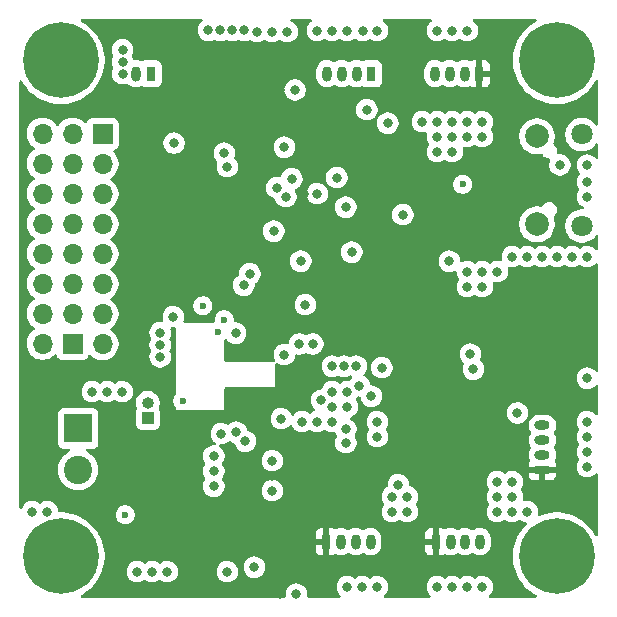
<source format=gbr>
G04 #@! TF.GenerationSoftware,KiCad,Pcbnew,9.0.2*
G04 #@! TF.CreationDate,2025-06-16T10:28:11-04:00*
G04 #@! TF.ProjectId,avionicsboard,6176696f-6e69-4637-9362-6f6172642e6b,rev?*
G04 #@! TF.SameCoordinates,Original*
G04 #@! TF.FileFunction,Copper,L3,Inr*
G04 #@! TF.FilePolarity,Positive*
%FSLAX46Y46*%
G04 Gerber Fmt 4.6, Leading zero omitted, Abs format (unit mm)*
G04 Created by KiCad (PCBNEW 9.0.2) date 2025-06-16 10:28:11*
%MOMM*%
%LPD*%
G01*
G04 APERTURE LIST*
G04 #@! TA.AperFunction,ComponentPad*
%ADD10R,0.800000X1.300000*%
G04 #@! TD*
G04 #@! TA.AperFunction,ComponentPad*
%ADD11O,0.800000X1.300000*%
G04 #@! TD*
G04 #@! TA.AperFunction,ComponentPad*
%ADD12R,1.300000X0.800000*%
G04 #@! TD*
G04 #@! TA.AperFunction,ComponentPad*
%ADD13O,1.300000X0.800000*%
G04 #@! TD*
G04 #@! TA.AperFunction,ComponentPad*
%ADD14R,1.000000X1.000000*%
G04 #@! TD*
G04 #@! TA.AperFunction,ComponentPad*
%ADD15O,1.000000X1.000000*%
G04 #@! TD*
G04 #@! TA.AperFunction,ComponentPad*
%ADD16R,1.700000X1.700000*%
G04 #@! TD*
G04 #@! TA.AperFunction,ComponentPad*
%ADD17O,1.700000X1.700000*%
G04 #@! TD*
G04 #@! TA.AperFunction,ComponentPad*
%ADD18C,0.800000*%
G04 #@! TD*
G04 #@! TA.AperFunction,ComponentPad*
%ADD19C,6.400000*%
G04 #@! TD*
G04 #@! TA.AperFunction,ComponentPad*
%ADD20R,2.400000X2.400000*%
G04 #@! TD*
G04 #@! TA.AperFunction,ComponentPad*
%ADD21C,2.400000*%
G04 #@! TD*
G04 #@! TA.AperFunction,ComponentPad*
%ADD22C,1.800000*%
G04 #@! TD*
G04 #@! TA.AperFunction,ComponentPad*
%ADD23C,2.000000*%
G04 #@! TD*
G04 #@! TA.AperFunction,ViaPad*
%ADD24C,0.800000*%
G04 #@! TD*
G04 #@! TA.AperFunction,ViaPad*
%ADD25C,0.600000*%
G04 #@! TD*
G04 APERTURE END LIST*
D10*
X46482000Y-64770000D03*
D11*
X47732000Y-64770000D03*
X48982000Y-64770000D03*
X50232000Y-64770000D03*
D10*
X55753000Y-64770000D03*
D11*
X57003000Y-64770000D03*
X58253000Y-64770000D03*
X59503000Y-64770000D03*
D12*
X64770000Y-58674000D03*
D13*
X64770000Y-57424000D03*
X64770000Y-56174000D03*
X64770000Y-54924000D03*
D14*
X31369000Y-54292500D03*
D15*
X31369000Y-53022500D03*
D16*
X25000000Y-48000000D03*
D17*
X22460000Y-48000000D03*
X25000000Y-45460000D03*
X22460000Y-45460000D03*
X25000000Y-42920000D03*
X22460000Y-42920000D03*
X25000000Y-40380000D03*
X22460000Y-40380000D03*
X25000000Y-37840000D03*
X22460000Y-37840000D03*
X25000000Y-35300000D03*
X22460000Y-35300000D03*
X25000000Y-32760000D03*
X22460000Y-32760000D03*
X25000000Y-30220000D03*
X22460000Y-30220000D03*
D16*
X27541220Y-30251400D03*
D17*
X27541220Y-32791400D03*
X27541220Y-35331400D03*
X27541220Y-37871400D03*
X27541220Y-40411400D03*
X27541220Y-42951400D03*
X27541220Y-45491400D03*
X27541220Y-48031400D03*
D10*
X50292000Y-25146000D03*
D11*
X49042000Y-25146000D03*
X47792000Y-25146000D03*
X46542000Y-25146000D03*
D10*
X31623000Y-25146000D03*
D11*
X30373000Y-25146000D03*
D18*
X21600000Y-66000000D03*
X22302944Y-64302944D03*
X22302944Y-67697056D03*
X24000000Y-63600000D03*
D19*
X24000000Y-66000000D03*
D18*
X24000000Y-68400000D03*
X25697056Y-64302944D03*
X25697056Y-67697056D03*
X26400000Y-66000000D03*
X63600000Y-66000000D03*
X64302944Y-64302944D03*
X64302944Y-67697056D03*
X66000000Y-63600000D03*
D19*
X66000000Y-66000000D03*
D18*
X66000000Y-68400000D03*
X67697056Y-64302944D03*
X67697056Y-67697056D03*
X68400000Y-66000000D03*
X63600000Y-24000000D03*
X64302944Y-22302944D03*
X64302944Y-25697056D03*
X66000000Y-21600000D03*
D19*
X66000000Y-24000000D03*
D18*
X66000000Y-26400000D03*
X67697056Y-22302944D03*
X67697056Y-25697056D03*
X68400000Y-24000000D03*
X21600000Y-24000000D03*
X22302944Y-22302944D03*
X22302944Y-25697056D03*
X24000000Y-21600000D03*
D19*
X24000000Y-24000000D03*
D18*
X24000000Y-26400000D03*
X25697056Y-22302944D03*
X25697056Y-25697056D03*
X26400000Y-24000000D03*
D10*
X59436000Y-25146000D03*
D11*
X58186000Y-25146000D03*
X56936000Y-25146000D03*
X55686000Y-25146000D03*
D20*
X25463500Y-55181500D03*
D21*
X25463500Y-58681500D03*
D22*
X68117000Y-38038000D03*
D23*
X64317000Y-37888000D03*
X64317000Y-30438000D03*
D22*
X68117000Y-30288000D03*
D24*
X41579800Y-24536400D03*
X38785800Y-26136600D03*
X41579800Y-25501600D03*
X41579800Y-26517600D03*
X42595800Y-24536400D03*
X42595800Y-25501600D03*
X42595800Y-26517600D03*
X35814000Y-42316400D03*
X50723800Y-33934400D03*
X34112200Y-44119800D03*
X33883600Y-32435800D03*
X44577000Y-35306000D03*
X48158400Y-37744400D03*
X67206000Y-51077000D03*
X42545000Y-69215000D03*
X34036000Y-54356000D03*
X39141400Y-29286200D03*
X55245000Y-45847000D03*
X27668500Y-62720500D03*
X30988000Y-68961000D03*
X37966400Y-68929000D03*
X50038000Y-31216600D03*
X45466000Y-60452000D03*
X52578000Y-57150000D03*
X46228000Y-28854400D03*
X51181000Y-40005000D03*
X39598600Y-44348400D03*
X41910000Y-59182000D03*
X42926000Y-31369000D03*
D25*
X36033900Y-44796900D03*
D24*
X33598800Y-31018800D03*
X44196000Y-48031400D03*
X48133000Y-36449000D03*
X38100000Y-33020000D03*
X37515800Y-21463000D03*
X36499800Y-21463000D03*
X39547800Y-21463000D03*
X54610000Y-29210000D03*
X46990000Y-21488400D03*
X48260000Y-52070000D03*
X66040000Y-40640000D03*
X45720000Y-35306000D03*
X36957000Y-58801000D03*
X43942000Y-69215000D03*
X57150000Y-30480000D03*
X57150000Y-29210000D03*
X68580000Y-57150000D03*
X38811200Y-47117000D03*
X22860000Y-62230000D03*
X48260000Y-68580000D03*
X55880000Y-21488400D03*
X29235400Y-25146000D03*
X48260000Y-21488400D03*
X60960000Y-60960000D03*
X27940000Y-52070000D03*
X52578000Y-59944000D03*
X66264000Y-32863000D03*
X63500000Y-62230000D03*
X45720000Y-54610000D03*
X40005000Y-42082000D03*
X55880000Y-29210000D03*
D25*
X29464000Y-62484000D03*
D24*
X38100000Y-67310000D03*
X40640000Y-21590000D03*
X50800000Y-54610000D03*
X60960000Y-59690000D03*
X67310000Y-40640000D03*
X30480000Y-67310000D03*
X50800000Y-55880000D03*
X46990000Y-52070000D03*
X41910000Y-60452000D03*
X50800000Y-21488400D03*
X59690000Y-43180000D03*
X57150000Y-68580000D03*
X53340000Y-62230000D03*
X43180000Y-21590000D03*
X55880000Y-30480000D03*
X58420000Y-68580000D03*
X62230000Y-40640000D03*
X68580000Y-40640000D03*
X26670000Y-52070000D03*
X57150000Y-21488400D03*
X43840400Y-26517600D03*
X52070000Y-60960000D03*
X59690000Y-30480000D03*
X46990000Y-53340000D03*
X60960000Y-41910000D03*
X44704000Y-44704000D03*
X68580000Y-34290000D03*
X58420000Y-43180000D03*
X33528000Y-45720000D03*
X68580000Y-32893000D03*
X52959000Y-37084000D03*
D25*
X34340800Y-52832000D03*
D24*
X68580000Y-55880000D03*
X44450000Y-54610000D03*
X36957000Y-60071000D03*
X68580000Y-54610000D03*
X29210000Y-52070000D03*
X62230000Y-60960000D03*
X59690000Y-29210000D03*
X58420000Y-30480000D03*
X33020000Y-67310000D03*
X59690000Y-68580000D03*
D25*
X37287200Y-46990000D03*
D24*
X52070000Y-62230000D03*
X49530000Y-68580000D03*
X68580000Y-50927000D03*
X49555400Y-21488400D03*
X53340000Y-60960000D03*
X62230000Y-59690000D03*
X50800000Y-68580000D03*
X36957000Y-57531000D03*
X60960000Y-62230000D03*
X59690000Y-41910000D03*
X68580000Y-35560000D03*
X55880000Y-68580000D03*
X64770000Y-40640000D03*
X58674000Y-48895000D03*
X62230000Y-62230000D03*
X68580000Y-58420000D03*
X58420000Y-21488400D03*
X58420000Y-29210000D03*
D25*
X58039000Y-34493200D03*
D24*
X21590000Y-62230000D03*
X29235400Y-24130000D03*
X29235400Y-23114000D03*
X46990000Y-54610000D03*
X45720000Y-21488400D03*
X31750000Y-67310000D03*
X58420000Y-41910000D03*
X63500000Y-40640000D03*
X55880000Y-31750000D03*
X41910000Y-21590000D03*
X42672000Y-54356000D03*
X57150000Y-31750000D03*
X38531800Y-21463000D03*
X41910000Y-57912000D03*
X48260000Y-53340000D03*
D25*
X37846000Y-45974000D03*
D24*
X37846000Y-31877000D03*
X42926000Y-48920400D03*
X48641000Y-40259000D03*
X46064001Y-52795001D03*
X39497000Y-43053202D03*
X32419000Y-47083000D03*
X32419000Y-48107600D03*
X32419000Y-49115000D03*
X58928000Y-50165000D03*
X51181000Y-50038000D03*
X48133000Y-55245000D03*
X48133000Y-56388000D03*
X62661800Y-53873400D03*
X39624000Y-56261000D03*
X40386000Y-66929000D03*
X46990000Y-49911000D03*
X42037000Y-38481000D03*
X48006000Y-49911000D03*
X44323000Y-41021000D03*
X49022000Y-49911000D03*
X47371000Y-33939000D03*
X38862000Y-55499000D03*
X49276000Y-51562000D03*
X49911000Y-28194000D03*
X51689000Y-29337000D03*
X50292000Y-52451000D03*
X56896000Y-41021000D03*
X43053000Y-35560000D03*
X42291000Y-34798000D03*
X43561000Y-34036000D03*
X37592000Y-55626000D03*
X45339000Y-48031400D03*
G04 #@! TA.AperFunction,Conductor*
G36*
X35957781Y-20520502D02*
G01*
X36004274Y-20574158D01*
X36014378Y-20644432D01*
X35984884Y-20709012D01*
X35959662Y-20731265D01*
X35920669Y-20757319D01*
X35920662Y-20757324D01*
X35794124Y-20883862D01*
X35794119Y-20883869D01*
X35694699Y-21032662D01*
X35626214Y-21197996D01*
X35626213Y-21197999D01*
X35626213Y-21198000D01*
X35621161Y-21223400D01*
X35591300Y-21373518D01*
X35591300Y-21552481D01*
X35596690Y-21579579D01*
X35626213Y-21728000D01*
X35694698Y-21893336D01*
X35794122Y-22042135D01*
X35920665Y-22168678D01*
X36069464Y-22268102D01*
X36234800Y-22336587D01*
X36410321Y-22371500D01*
X36410322Y-22371500D01*
X36589278Y-22371500D01*
X36589279Y-22371500D01*
X36764800Y-22336587D01*
X36930136Y-22268102D01*
X36937794Y-22262984D01*
X37005544Y-22241767D01*
X37074012Y-22260547D01*
X37077779Y-22262967D01*
X37082976Y-22266439D01*
X37085462Y-22268101D01*
X37085463Y-22268101D01*
X37085464Y-22268102D01*
X37250800Y-22336587D01*
X37426321Y-22371500D01*
X37426322Y-22371500D01*
X37605278Y-22371500D01*
X37605279Y-22371500D01*
X37780800Y-22336587D01*
X37946136Y-22268102D01*
X37953794Y-22262984D01*
X38021544Y-22241767D01*
X38090012Y-22260547D01*
X38093779Y-22262967D01*
X38098976Y-22266439D01*
X38101462Y-22268101D01*
X38101463Y-22268101D01*
X38101464Y-22268102D01*
X38266800Y-22336587D01*
X38442321Y-22371500D01*
X38442322Y-22371500D01*
X38621278Y-22371500D01*
X38621279Y-22371500D01*
X38796800Y-22336587D01*
X38962136Y-22268102D01*
X38969794Y-22262984D01*
X39037544Y-22241767D01*
X39106012Y-22260547D01*
X39109779Y-22262967D01*
X39114976Y-22266439D01*
X39117462Y-22268101D01*
X39117463Y-22268101D01*
X39117464Y-22268102D01*
X39282800Y-22336587D01*
X39458321Y-22371500D01*
X39458322Y-22371500D01*
X39637278Y-22371500D01*
X39637279Y-22371500D01*
X39812800Y-22336587D01*
X39894629Y-22302692D01*
X39941506Y-22283275D01*
X40012096Y-22275685D01*
X40059726Y-22294918D01*
X40209659Y-22395099D01*
X40209660Y-22395100D01*
X40209662Y-22395101D01*
X40209664Y-22395102D01*
X40375000Y-22463587D01*
X40550521Y-22498500D01*
X40550522Y-22498500D01*
X40729478Y-22498500D01*
X40729479Y-22498500D01*
X40905000Y-22463587D01*
X41070336Y-22395102D01*
X41204998Y-22305123D01*
X41272751Y-22283909D01*
X41341218Y-22302692D01*
X41345001Y-22305123D01*
X41479664Y-22395102D01*
X41645000Y-22463587D01*
X41820521Y-22498500D01*
X41820522Y-22498500D01*
X41999478Y-22498500D01*
X41999479Y-22498500D01*
X42175000Y-22463587D01*
X42340336Y-22395102D01*
X42474998Y-22305123D01*
X42542751Y-22283909D01*
X42611218Y-22302692D01*
X42615001Y-22305123D01*
X42749664Y-22395102D01*
X42915000Y-22463587D01*
X43090521Y-22498500D01*
X43090522Y-22498500D01*
X43269478Y-22498500D01*
X43269479Y-22498500D01*
X43445000Y-22463587D01*
X43610336Y-22395102D01*
X43759135Y-22295678D01*
X43885678Y-22169135D01*
X43985102Y-22020336D01*
X44053587Y-21855000D01*
X44088500Y-21679479D01*
X44088500Y-21500521D01*
X44053587Y-21325000D01*
X43985102Y-21159664D01*
X43885678Y-21010865D01*
X43759135Y-20884322D01*
X43610336Y-20784898D01*
X43508965Y-20742908D01*
X43453686Y-20698360D01*
X43431265Y-20630997D01*
X43448824Y-20562205D01*
X43500786Y-20513827D01*
X43557185Y-20500500D01*
X45147874Y-20500500D01*
X45215995Y-20520502D01*
X45262488Y-20574158D01*
X45272592Y-20644432D01*
X45243098Y-20709012D01*
X45217876Y-20731265D01*
X45140869Y-20782719D01*
X45140862Y-20782724D01*
X45014324Y-20909262D01*
X45014319Y-20909269D01*
X44914899Y-21058062D01*
X44846414Y-21223396D01*
X44811500Y-21398918D01*
X44811500Y-21398921D01*
X44811500Y-21577879D01*
X44841361Y-21728003D01*
X44846414Y-21753403D01*
X44860823Y-21788189D01*
X44914898Y-21918736D01*
X45014322Y-22067535D01*
X45140865Y-22194078D01*
X45289664Y-22293502D01*
X45455000Y-22361987D01*
X45630521Y-22396900D01*
X45630522Y-22396900D01*
X45809478Y-22396900D01*
X45809479Y-22396900D01*
X45985000Y-22361987D01*
X46150336Y-22293502D01*
X46284998Y-22203523D01*
X46352751Y-22182309D01*
X46421218Y-22201092D01*
X46425001Y-22203523D01*
X46559664Y-22293502D01*
X46725000Y-22361987D01*
X46900521Y-22396900D01*
X46900522Y-22396900D01*
X47079478Y-22396900D01*
X47079479Y-22396900D01*
X47255000Y-22361987D01*
X47420336Y-22293502D01*
X47554998Y-22203523D01*
X47622751Y-22182309D01*
X47691218Y-22201092D01*
X47695001Y-22203523D01*
X47829664Y-22293502D01*
X47995000Y-22361987D01*
X48170521Y-22396900D01*
X48170522Y-22396900D01*
X48349478Y-22396900D01*
X48349479Y-22396900D01*
X48525000Y-22361987D01*
X48690336Y-22293502D01*
X48837698Y-22195037D01*
X48905451Y-22173823D01*
X48973918Y-22192606D01*
X48977695Y-22195033D01*
X49125064Y-22293502D01*
X49290400Y-22361987D01*
X49465921Y-22396900D01*
X49465922Y-22396900D01*
X49644878Y-22396900D01*
X49644879Y-22396900D01*
X49820400Y-22361987D01*
X49985736Y-22293502D01*
X50107700Y-22212008D01*
X50175451Y-22190794D01*
X50243918Y-22209577D01*
X50247668Y-22211987D01*
X50369664Y-22293502D01*
X50535000Y-22361987D01*
X50710521Y-22396900D01*
X50710522Y-22396900D01*
X50889478Y-22396900D01*
X50889479Y-22396900D01*
X51065000Y-22361987D01*
X51230336Y-22293502D01*
X51379135Y-22194078D01*
X51505678Y-22067535D01*
X51605102Y-21918736D01*
X51673587Y-21753400D01*
X51708500Y-21577879D01*
X51708500Y-21398921D01*
X51673587Y-21223400D01*
X51605102Y-21058064D01*
X51505678Y-20909265D01*
X51379135Y-20782722D01*
X51302124Y-20731265D01*
X51256596Y-20676788D01*
X51247748Y-20606345D01*
X51278389Y-20542301D01*
X51338791Y-20504990D01*
X51372126Y-20500500D01*
X55307874Y-20500500D01*
X55375995Y-20520502D01*
X55422488Y-20574158D01*
X55432592Y-20644432D01*
X55403098Y-20709012D01*
X55377876Y-20731265D01*
X55300869Y-20782719D01*
X55300862Y-20782724D01*
X55174324Y-20909262D01*
X55174319Y-20909269D01*
X55074899Y-21058062D01*
X55006414Y-21223396D01*
X54971500Y-21398918D01*
X54971500Y-21398921D01*
X54971500Y-21577879D01*
X55001361Y-21728003D01*
X55006414Y-21753403D01*
X55020823Y-21788189D01*
X55074898Y-21918736D01*
X55174322Y-22067535D01*
X55300865Y-22194078D01*
X55449664Y-22293502D01*
X55615000Y-22361987D01*
X55790521Y-22396900D01*
X55790522Y-22396900D01*
X55969478Y-22396900D01*
X55969479Y-22396900D01*
X56145000Y-22361987D01*
X56310336Y-22293502D01*
X56444998Y-22203523D01*
X56512751Y-22182309D01*
X56581218Y-22201092D01*
X56585001Y-22203523D01*
X56719664Y-22293502D01*
X56885000Y-22361987D01*
X57060521Y-22396900D01*
X57060522Y-22396900D01*
X57239478Y-22396900D01*
X57239479Y-22396900D01*
X57415000Y-22361987D01*
X57580336Y-22293502D01*
X57714998Y-22203523D01*
X57782751Y-22182309D01*
X57851218Y-22201092D01*
X57855001Y-22203523D01*
X57989664Y-22293502D01*
X58155000Y-22361987D01*
X58330521Y-22396900D01*
X58330522Y-22396900D01*
X58509478Y-22396900D01*
X58509479Y-22396900D01*
X58685000Y-22361987D01*
X58850336Y-22293502D01*
X58999135Y-22194078D01*
X59125678Y-22067535D01*
X59225102Y-21918736D01*
X59293587Y-21753400D01*
X59328500Y-21577879D01*
X59328500Y-21398921D01*
X59293587Y-21223400D01*
X59225102Y-21058064D01*
X59125678Y-20909265D01*
X58999135Y-20782722D01*
X58922124Y-20731265D01*
X58876596Y-20676788D01*
X58867748Y-20606345D01*
X58898389Y-20542301D01*
X58958791Y-20504990D01*
X58992126Y-20500500D01*
X64177039Y-20500500D01*
X64245160Y-20520502D01*
X64291653Y-20574158D01*
X64301757Y-20644432D01*
X64272263Y-20709012D01*
X64236435Y-20737622D01*
X64091148Y-20815279D01*
X63788189Y-21017709D01*
X63506520Y-21248868D01*
X63506502Y-21248885D01*
X63248885Y-21506502D01*
X63248868Y-21506520D01*
X63017709Y-21788189D01*
X62815279Y-22091148D01*
X62643513Y-22412499D01*
X62504072Y-22749138D01*
X62504071Y-22749141D01*
X62398297Y-23097834D01*
X62327216Y-23455188D01*
X62327213Y-23455209D01*
X62291500Y-23817806D01*
X62291500Y-24182193D01*
X62327213Y-24544790D01*
X62327216Y-24544811D01*
X62398297Y-24902165D01*
X62504071Y-25250858D01*
X62504072Y-25250861D01*
X62643513Y-25587500D01*
X62815279Y-25908851D01*
X63017709Y-26211810D01*
X63248868Y-26493479D01*
X63248885Y-26493497D01*
X63506502Y-26751114D01*
X63506520Y-26751131D01*
X63788185Y-26982287D01*
X64091151Y-27184722D01*
X64412500Y-27356487D01*
X64749137Y-27495927D01*
X65097821Y-27601699D01*
X65097830Y-27601700D01*
X65097834Y-27601702D01*
X65219074Y-27625817D01*
X65455194Y-27672785D01*
X65817813Y-27708500D01*
X65817822Y-27708500D01*
X66182178Y-27708500D01*
X66182187Y-27708500D01*
X66544806Y-27672785D01*
X66839157Y-27614234D01*
X66902165Y-27601702D01*
X66902167Y-27601701D01*
X66902179Y-27601699D01*
X67250863Y-27495927D01*
X67587500Y-27356487D01*
X67908849Y-27184722D01*
X68211815Y-26982287D01*
X68493480Y-26751131D01*
X68751131Y-26493480D01*
X68982287Y-26211815D01*
X69184722Y-25908849D01*
X69262378Y-25763564D01*
X69312130Y-25712917D01*
X69381367Y-25697207D01*
X69448106Y-25721423D01*
X69491158Y-25777877D01*
X69499500Y-25822961D01*
X69499500Y-29406777D01*
X69479498Y-29474898D01*
X69425842Y-29521391D01*
X69355568Y-29531495D01*
X69290988Y-29502001D01*
X69271564Y-29480838D01*
X69191341Y-29370421D01*
X69034578Y-29213658D01*
X68855218Y-29083345D01*
X68855217Y-29083344D01*
X68855215Y-29083343D01*
X68657676Y-28982692D01*
X68657673Y-28982691D01*
X68657671Y-28982690D01*
X68446829Y-28914183D01*
X68446825Y-28914182D01*
X68446824Y-28914182D01*
X68227851Y-28879500D01*
X68006149Y-28879500D01*
X67787176Y-28914182D01*
X67787170Y-28914183D01*
X67576328Y-28982690D01*
X67576322Y-28982693D01*
X67378781Y-29083345D01*
X67199421Y-29213658D01*
X67042658Y-29370421D01*
X66912345Y-29549781D01*
X66811693Y-29747322D01*
X66811690Y-29747328D01*
X66743183Y-29958170D01*
X66743182Y-29958175D01*
X66743182Y-29958176D01*
X66708500Y-30177149D01*
X66708500Y-30398851D01*
X66738532Y-30588462D01*
X66743183Y-30617829D01*
X66799530Y-30791246D01*
X66811692Y-30828676D01*
X66911261Y-31024091D01*
X66912345Y-31026218D01*
X67042658Y-31205578D01*
X67199421Y-31362341D01*
X67227258Y-31382566D01*
X67378785Y-31492657D01*
X67576324Y-31593308D01*
X67787176Y-31661818D01*
X68006149Y-31696500D01*
X68006152Y-31696500D01*
X68227848Y-31696500D01*
X68227851Y-31696500D01*
X68446824Y-31661818D01*
X68657676Y-31593308D01*
X68855215Y-31492657D01*
X69034576Y-31362343D01*
X69191343Y-31205576D01*
X69271565Y-31095160D01*
X69327786Y-31051807D01*
X69398522Y-31045732D01*
X69461314Y-31078863D01*
X69496226Y-31140683D01*
X69499500Y-31169222D01*
X69499500Y-32223497D01*
X69479498Y-32291618D01*
X69425842Y-32338111D01*
X69355568Y-32348215D01*
X69290988Y-32318721D01*
X69284405Y-32312592D01*
X69159137Y-32187324D01*
X69159135Y-32187322D01*
X69010336Y-32087898D01*
X68866255Y-32028217D01*
X68845003Y-32019414D01*
X68845001Y-32019413D01*
X68845000Y-32019413D01*
X68756645Y-32001838D01*
X68669481Y-31984500D01*
X68669479Y-31984500D01*
X68490521Y-31984500D01*
X68490518Y-31984500D01*
X68359771Y-32010507D01*
X68315000Y-32019413D01*
X68314999Y-32019413D01*
X68314996Y-32019414D01*
X68149662Y-32087899D01*
X68000869Y-32187319D01*
X68000862Y-32187324D01*
X67874324Y-32313862D01*
X67874319Y-32313869D01*
X67779261Y-32456135D01*
X67774898Y-32462664D01*
X67770499Y-32473284D01*
X67706414Y-32627996D01*
X67671500Y-32803518D01*
X67671500Y-32803521D01*
X67671500Y-32982479D01*
X67706413Y-33158000D01*
X67774898Y-33323336D01*
X67874322Y-33472135D01*
X67874324Y-33472137D01*
X67904592Y-33502405D01*
X67938618Y-33564717D01*
X67933553Y-33635532D01*
X67904592Y-33680595D01*
X67874324Y-33710862D01*
X67874319Y-33710869D01*
X67774899Y-33859662D01*
X67706414Y-34024996D01*
X67706413Y-34024999D01*
X67706413Y-34025000D01*
X67703225Y-34041028D01*
X67671500Y-34200518D01*
X67671500Y-34379481D01*
X67706414Y-34555003D01*
X67774898Y-34720336D01*
X67864876Y-34854999D01*
X67886090Y-34922752D01*
X67867306Y-34991219D01*
X67864876Y-34995001D01*
X67774898Y-35129663D01*
X67706414Y-35294996D01*
X67706413Y-35294999D01*
X67706413Y-35295000D01*
X67705080Y-35301700D01*
X67671500Y-35470518D01*
X67671500Y-35649481D01*
X67677693Y-35680614D01*
X67705713Y-35821483D01*
X67706414Y-35825003D01*
X67726473Y-35873429D01*
X67774898Y-35990336D01*
X67874322Y-36139135D01*
X68000865Y-36265678D01*
X68106418Y-36336206D01*
X68149664Y-36365102D01*
X68149668Y-36365104D01*
X68202750Y-36387092D01*
X68258031Y-36431640D01*
X68280451Y-36499004D01*
X68262892Y-36567795D01*
X68210930Y-36616173D01*
X68154531Y-36629500D01*
X68006149Y-36629500D01*
X67787176Y-36664182D01*
X67787170Y-36664183D01*
X67576328Y-36732690D01*
X67576322Y-36732693D01*
X67378781Y-36833345D01*
X67199421Y-36963658D01*
X67042658Y-37120421D01*
X66912345Y-37299781D01*
X66811693Y-37497322D01*
X66811690Y-37497328D01*
X66743183Y-37708170D01*
X66743182Y-37708175D01*
X66743182Y-37708176D01*
X66708500Y-37927149D01*
X66708500Y-38148851D01*
X66723134Y-38241246D01*
X66743183Y-38367829D01*
X66809029Y-38570481D01*
X66811692Y-38578676D01*
X66912343Y-38776215D01*
X66912345Y-38776218D01*
X67042658Y-38955578D01*
X67199421Y-39112341D01*
X67239417Y-39141400D01*
X67378785Y-39242657D01*
X67576324Y-39343308D01*
X67787176Y-39411818D01*
X68006149Y-39446500D01*
X68006152Y-39446500D01*
X68227848Y-39446500D01*
X68227851Y-39446500D01*
X68446824Y-39411818D01*
X68657676Y-39343308D01*
X68855215Y-39242657D01*
X69034576Y-39112343D01*
X69191343Y-38955576D01*
X69271565Y-38845160D01*
X69327786Y-38801807D01*
X69398522Y-38795732D01*
X69461314Y-38828863D01*
X69496226Y-38890683D01*
X69499500Y-38919222D01*
X69499500Y-39970497D01*
X69479498Y-40038618D01*
X69425842Y-40085111D01*
X69355568Y-40095215D01*
X69290988Y-40065721D01*
X69284405Y-40059592D01*
X69159137Y-39934324D01*
X69159135Y-39934322D01*
X69010336Y-39834898D01*
X68893429Y-39786473D01*
X68845003Y-39766414D01*
X68845001Y-39766413D01*
X68845000Y-39766413D01*
X68739551Y-39745438D01*
X68669481Y-39731500D01*
X68669479Y-39731500D01*
X68490521Y-39731500D01*
X68490518Y-39731500D01*
X68359771Y-39757507D01*
X68315000Y-39766413D01*
X68314999Y-39766413D01*
X68314996Y-39766414D01*
X68149663Y-39834898D01*
X68015001Y-39924876D01*
X67947248Y-39946090D01*
X67878781Y-39927306D01*
X67874999Y-39924876D01*
X67740336Y-39834898D01*
X67575003Y-39766414D01*
X67575001Y-39766413D01*
X67575000Y-39766413D01*
X67469551Y-39745438D01*
X67399481Y-39731500D01*
X67399479Y-39731500D01*
X67220521Y-39731500D01*
X67220518Y-39731500D01*
X67089771Y-39757507D01*
X67045000Y-39766413D01*
X67044999Y-39766413D01*
X67044996Y-39766414D01*
X66879663Y-39834898D01*
X66745001Y-39924876D01*
X66677248Y-39946090D01*
X66608781Y-39927306D01*
X66604999Y-39924876D01*
X66470336Y-39834898D01*
X66305003Y-39766414D01*
X66305001Y-39766413D01*
X66305000Y-39766413D01*
X66199551Y-39745438D01*
X66129481Y-39731500D01*
X66129479Y-39731500D01*
X65950521Y-39731500D01*
X65950518Y-39731500D01*
X65819771Y-39757507D01*
X65775000Y-39766413D01*
X65774999Y-39766413D01*
X65774996Y-39766414D01*
X65609663Y-39834898D01*
X65475001Y-39924876D01*
X65407248Y-39946090D01*
X65338781Y-39927306D01*
X65334999Y-39924876D01*
X65200336Y-39834898D01*
X65035003Y-39766414D01*
X65035001Y-39766413D01*
X65035000Y-39766413D01*
X64929551Y-39745438D01*
X64859481Y-39731500D01*
X64859479Y-39731500D01*
X64680521Y-39731500D01*
X64680518Y-39731500D01*
X64549771Y-39757507D01*
X64505000Y-39766413D01*
X64504999Y-39766413D01*
X64504996Y-39766414D01*
X64339663Y-39834898D01*
X64205001Y-39924876D01*
X64137248Y-39946090D01*
X64068781Y-39927306D01*
X64064999Y-39924876D01*
X63930336Y-39834898D01*
X63765003Y-39766414D01*
X63765001Y-39766413D01*
X63765000Y-39766413D01*
X63659551Y-39745438D01*
X63589481Y-39731500D01*
X63589479Y-39731500D01*
X63410521Y-39731500D01*
X63410518Y-39731500D01*
X63279771Y-39757507D01*
X63235000Y-39766413D01*
X63234999Y-39766413D01*
X63234996Y-39766414D01*
X63069663Y-39834898D01*
X62935001Y-39924876D01*
X62867248Y-39946090D01*
X62798781Y-39927306D01*
X62794999Y-39924876D01*
X62660336Y-39834898D01*
X62495003Y-39766414D01*
X62495001Y-39766413D01*
X62495000Y-39766413D01*
X62389551Y-39745438D01*
X62319481Y-39731500D01*
X62319479Y-39731500D01*
X62140521Y-39731500D01*
X62140518Y-39731500D01*
X62009771Y-39757507D01*
X61965000Y-39766413D01*
X61964999Y-39766413D01*
X61964996Y-39766414D01*
X61799662Y-39834899D01*
X61650869Y-39934319D01*
X61650862Y-39934324D01*
X61524324Y-40060862D01*
X61524319Y-40060869D01*
X61424899Y-40209662D01*
X61356414Y-40374996D01*
X61321500Y-40550518D01*
X61321500Y-40729481D01*
X61352255Y-40884094D01*
X61345927Y-40954808D01*
X61302373Y-41010876D01*
X61235420Y-41034495D01*
X61204097Y-41032255D01*
X61096616Y-41010876D01*
X61049481Y-41001500D01*
X61049479Y-41001500D01*
X60870521Y-41001500D01*
X60870518Y-41001500D01*
X60739771Y-41027507D01*
X60695000Y-41036413D01*
X60694999Y-41036413D01*
X60694996Y-41036414D01*
X60529663Y-41104898D01*
X60395001Y-41194876D01*
X60327248Y-41216090D01*
X60258781Y-41197306D01*
X60254999Y-41194876D01*
X60120336Y-41104898D01*
X59955003Y-41036414D01*
X59955001Y-41036413D01*
X59955000Y-41036413D01*
X59866645Y-41018838D01*
X59779481Y-41001500D01*
X59779479Y-41001500D01*
X59600521Y-41001500D01*
X59600518Y-41001500D01*
X59469771Y-41027507D01*
X59425000Y-41036413D01*
X59424999Y-41036413D01*
X59424996Y-41036414D01*
X59259663Y-41104898D01*
X59125001Y-41194876D01*
X59057248Y-41216090D01*
X58988781Y-41197306D01*
X58984999Y-41194876D01*
X58850336Y-41104898D01*
X58685003Y-41036414D01*
X58685001Y-41036413D01*
X58685000Y-41036413D01*
X58596645Y-41018838D01*
X58509481Y-41001500D01*
X58509479Y-41001500D01*
X58330521Y-41001500D01*
X58330518Y-41001500D01*
X58199771Y-41027507D01*
X58155000Y-41036413D01*
X58154999Y-41036413D01*
X58154996Y-41036414D01*
X58098621Y-41059766D01*
X57989664Y-41104898D01*
X57989662Y-41104899D01*
X57983946Y-41107267D01*
X57983468Y-41106115D01*
X57920373Y-41119243D01*
X57854081Y-41093831D01*
X57812050Y-41036612D01*
X57804500Y-40993651D01*
X57804500Y-40931522D01*
X57804499Y-40931518D01*
X57769587Y-40756000D01*
X57701102Y-40590664D01*
X57601678Y-40441865D01*
X57475135Y-40315322D01*
X57326336Y-40215898D01*
X57209429Y-40167473D01*
X57161003Y-40147414D01*
X57161001Y-40147413D01*
X57161000Y-40147413D01*
X57072645Y-40129838D01*
X56985481Y-40112500D01*
X56985479Y-40112500D01*
X56806521Y-40112500D01*
X56806518Y-40112500D01*
X56675771Y-40138507D01*
X56631000Y-40147413D01*
X56630999Y-40147413D01*
X56630996Y-40147414D01*
X56465662Y-40215899D01*
X56316869Y-40315319D01*
X56316862Y-40315324D01*
X56190324Y-40441862D01*
X56190319Y-40441869D01*
X56090899Y-40590662D01*
X56022414Y-40755996D01*
X55987500Y-40931518D01*
X55987500Y-41110481D01*
X56000233Y-41174493D01*
X56012068Y-41233994D01*
X56022414Y-41286003D01*
X56028425Y-41300514D01*
X56090898Y-41451336D01*
X56190322Y-41600135D01*
X56316865Y-41726678D01*
X56465664Y-41826102D01*
X56631000Y-41894587D01*
X56806521Y-41929500D01*
X56806522Y-41929500D01*
X56985478Y-41929500D01*
X56985479Y-41929500D01*
X57161000Y-41894587D01*
X57326336Y-41826102D01*
X57326338Y-41826100D01*
X57332054Y-41823733D01*
X57332532Y-41824888D01*
X57395608Y-41811754D01*
X57461905Y-41837156D01*
X57503943Y-41894369D01*
X57511500Y-41937348D01*
X57511500Y-41999481D01*
X57528838Y-42086645D01*
X57545712Y-42171477D01*
X57546414Y-42175003D01*
X57614898Y-42340336D01*
X57704876Y-42474999D01*
X57726090Y-42542752D01*
X57707306Y-42611219D01*
X57704876Y-42615001D01*
X57614898Y-42749663D01*
X57546414Y-42914996D01*
X57511500Y-43090518D01*
X57511500Y-43269481D01*
X57521192Y-43318205D01*
X57545713Y-43441483D01*
X57546414Y-43445003D01*
X57566473Y-43493429D01*
X57614898Y-43610336D01*
X57714322Y-43759135D01*
X57840865Y-43885678D01*
X57989664Y-43985102D01*
X58155000Y-44053587D01*
X58330521Y-44088500D01*
X58330522Y-44088500D01*
X58509478Y-44088500D01*
X58509479Y-44088500D01*
X58685000Y-44053587D01*
X58850336Y-43985102D01*
X58984998Y-43895123D01*
X59052751Y-43873909D01*
X59121218Y-43892692D01*
X59125001Y-43895123D01*
X59259664Y-43985102D01*
X59425000Y-44053587D01*
X59600521Y-44088500D01*
X59600522Y-44088500D01*
X59779478Y-44088500D01*
X59779479Y-44088500D01*
X59955000Y-44053587D01*
X60120336Y-43985102D01*
X60269135Y-43885678D01*
X60395678Y-43759135D01*
X60495102Y-43610336D01*
X60563587Y-43445000D01*
X60598500Y-43269479D01*
X60598500Y-43090521D01*
X60567744Y-42935900D01*
X60574072Y-42865191D01*
X60617626Y-42809124D01*
X60684578Y-42785504D01*
X60715895Y-42787743D01*
X60870521Y-42818500D01*
X60870522Y-42818500D01*
X61049478Y-42818500D01*
X61049479Y-42818500D01*
X61225000Y-42783587D01*
X61390336Y-42715102D01*
X61539135Y-42615678D01*
X61665678Y-42489135D01*
X61765102Y-42340336D01*
X61833587Y-42175000D01*
X61868500Y-41999479D01*
X61868500Y-41820521D01*
X61837744Y-41665900D01*
X61844072Y-41595191D01*
X61887626Y-41539124D01*
X61954578Y-41515504D01*
X61985895Y-41517743D01*
X62140521Y-41548500D01*
X62140522Y-41548500D01*
X62319478Y-41548500D01*
X62319479Y-41548500D01*
X62495000Y-41513587D01*
X62660336Y-41445102D01*
X62794998Y-41355123D01*
X62862751Y-41333909D01*
X62931218Y-41352692D01*
X62935001Y-41355123D01*
X63069664Y-41445102D01*
X63235000Y-41513587D01*
X63410521Y-41548500D01*
X63410522Y-41548500D01*
X63589478Y-41548500D01*
X63589479Y-41548500D01*
X63765000Y-41513587D01*
X63930336Y-41445102D01*
X64064998Y-41355123D01*
X64132751Y-41333909D01*
X64201218Y-41352692D01*
X64205001Y-41355123D01*
X64339664Y-41445102D01*
X64505000Y-41513587D01*
X64680521Y-41548500D01*
X64680522Y-41548500D01*
X64859478Y-41548500D01*
X64859479Y-41548500D01*
X65035000Y-41513587D01*
X65200336Y-41445102D01*
X65334998Y-41355123D01*
X65402751Y-41333909D01*
X65471218Y-41352692D01*
X65475001Y-41355123D01*
X65609664Y-41445102D01*
X65775000Y-41513587D01*
X65950521Y-41548500D01*
X65950522Y-41548500D01*
X66129478Y-41548500D01*
X66129479Y-41548500D01*
X66305000Y-41513587D01*
X66470336Y-41445102D01*
X66604998Y-41355123D01*
X66672751Y-41333909D01*
X66741218Y-41352692D01*
X66745001Y-41355123D01*
X66879664Y-41445102D01*
X67045000Y-41513587D01*
X67220521Y-41548500D01*
X67220522Y-41548500D01*
X67399478Y-41548500D01*
X67399479Y-41548500D01*
X67575000Y-41513587D01*
X67740336Y-41445102D01*
X67874998Y-41355123D01*
X67942751Y-41333909D01*
X68011218Y-41352692D01*
X68015001Y-41355123D01*
X68149664Y-41445102D01*
X68315000Y-41513587D01*
X68490521Y-41548500D01*
X68490522Y-41548500D01*
X68669478Y-41548500D01*
X68669479Y-41548500D01*
X68845000Y-41513587D01*
X69010336Y-41445102D01*
X69159135Y-41345678D01*
X69284405Y-41220408D01*
X69346717Y-41186382D01*
X69417532Y-41191447D01*
X69474368Y-41233994D01*
X69499179Y-41300514D01*
X69499500Y-41309503D01*
X69499500Y-50257497D01*
X69479498Y-50325618D01*
X69425842Y-50372111D01*
X69355568Y-50382215D01*
X69290988Y-50352721D01*
X69284405Y-50346592D01*
X69159137Y-50221324D01*
X69159135Y-50221322D01*
X69010336Y-50121898D01*
X68893429Y-50073473D01*
X68845003Y-50053414D01*
X68845001Y-50053413D01*
X68845000Y-50053413D01*
X68756645Y-50035838D01*
X68669481Y-50018500D01*
X68669479Y-50018500D01*
X68490521Y-50018500D01*
X68490518Y-50018500D01*
X68359771Y-50044507D01*
X68315000Y-50053413D01*
X68314999Y-50053413D01*
X68314996Y-50053414D01*
X68149662Y-50121899D01*
X68000869Y-50221319D01*
X68000862Y-50221324D01*
X67874324Y-50347862D01*
X67874319Y-50347869D01*
X67774899Y-50496662D01*
X67706414Y-50661996D01*
X67671500Y-50837518D01*
X67671500Y-51016481D01*
X67682842Y-51073499D01*
X67706413Y-51192000D01*
X67774898Y-51357336D01*
X67874322Y-51506135D01*
X68000865Y-51632678D01*
X68149664Y-51732102D01*
X68315000Y-51800587D01*
X68490521Y-51835500D01*
X68490522Y-51835500D01*
X68669478Y-51835500D01*
X68669479Y-51835500D01*
X68845000Y-51800587D01*
X69010336Y-51732102D01*
X69159135Y-51632678D01*
X69284405Y-51507408D01*
X69346717Y-51473382D01*
X69417532Y-51478447D01*
X69474368Y-51520994D01*
X69499179Y-51587514D01*
X69499500Y-51596503D01*
X69499500Y-53940497D01*
X69479498Y-54008618D01*
X69425842Y-54055111D01*
X69355568Y-54065215D01*
X69290988Y-54035721D01*
X69284405Y-54029592D01*
X69159137Y-53904324D01*
X69159135Y-53904322D01*
X69010336Y-53804898D01*
X68893429Y-53756473D01*
X68845003Y-53736414D01*
X68845001Y-53736413D01*
X68845000Y-53736413D01*
X68756645Y-53718838D01*
X68669481Y-53701500D01*
X68669479Y-53701500D01*
X68490521Y-53701500D01*
X68490518Y-53701500D01*
X68359771Y-53727507D01*
X68315000Y-53736413D01*
X68314999Y-53736413D01*
X68314996Y-53736414D01*
X68149662Y-53804899D01*
X68000869Y-53904319D01*
X68000862Y-53904324D01*
X67874324Y-54030862D01*
X67874319Y-54030869D01*
X67774899Y-54179662D01*
X67706414Y-54344996D01*
X67671500Y-54520518D01*
X67671500Y-54699481D01*
X67680949Y-54746985D01*
X67702784Y-54856757D01*
X67706414Y-54875003D01*
X67774898Y-55040336D01*
X67864876Y-55174999D01*
X67886090Y-55242752D01*
X67867306Y-55311219D01*
X67864876Y-55315001D01*
X67774898Y-55449663D01*
X67706414Y-55614996D01*
X67671500Y-55790518D01*
X67671500Y-55969481D01*
X67676775Y-55996000D01*
X67694382Y-56084518D01*
X67706414Y-56145003D01*
X67774898Y-56310336D01*
X67864876Y-56444999D01*
X67886090Y-56512752D01*
X67867306Y-56581219D01*
X67864876Y-56585001D01*
X67774898Y-56719663D01*
X67706414Y-56884996D01*
X67706413Y-56884999D01*
X67706413Y-56885000D01*
X67702768Y-56903327D01*
X67671500Y-57060518D01*
X67671500Y-57239481D01*
X67676775Y-57266000D01*
X67702282Y-57394234D01*
X67706414Y-57415003D01*
X67774898Y-57580336D01*
X67864876Y-57714999D01*
X67886090Y-57782752D01*
X67867306Y-57851219D01*
X67864876Y-57855001D01*
X67774898Y-57989663D01*
X67706414Y-58154996D01*
X67671500Y-58330518D01*
X67671500Y-58509481D01*
X67683444Y-58569526D01*
X67706413Y-58685000D01*
X67774898Y-58850336D01*
X67874322Y-58999135D01*
X68000865Y-59125678D01*
X68149664Y-59225102D01*
X68315000Y-59293587D01*
X68490521Y-59328500D01*
X68490522Y-59328500D01*
X68669478Y-59328500D01*
X68669479Y-59328500D01*
X68845000Y-59293587D01*
X69010336Y-59225102D01*
X69159135Y-59125678D01*
X69284405Y-59000408D01*
X69346717Y-58966382D01*
X69417532Y-58971447D01*
X69474368Y-59013994D01*
X69499179Y-59080514D01*
X69499500Y-59089503D01*
X69499500Y-64177038D01*
X69479498Y-64245159D01*
X69425842Y-64291652D01*
X69355568Y-64301756D01*
X69290988Y-64272262D01*
X69262378Y-64236434D01*
X69184720Y-64091148D01*
X68982290Y-63788189D01*
X68922057Y-63714795D01*
X68751131Y-63506520D01*
X68751114Y-63506502D01*
X68493497Y-63248885D01*
X68493479Y-63248868D01*
X68211810Y-63017709D01*
X67908851Y-62815279D01*
X67587500Y-62643513D01*
X67250861Y-62504072D01*
X67250858Y-62504071D01*
X67020056Y-62434058D01*
X66902179Y-62398301D01*
X66902176Y-62398300D01*
X66902165Y-62398297D01*
X66544811Y-62327216D01*
X66544806Y-62327215D01*
X66544799Y-62327214D01*
X66544790Y-62327213D01*
X66182193Y-62291500D01*
X66182187Y-62291500D01*
X65817813Y-62291500D01*
X65817806Y-62291500D01*
X65455209Y-62327213D01*
X65455197Y-62327214D01*
X65455194Y-62327215D01*
X65455191Y-62327215D01*
X65455188Y-62327216D01*
X65097834Y-62398297D01*
X64749141Y-62504071D01*
X64749138Y-62504072D01*
X64555684Y-62584204D01*
X64485094Y-62591793D01*
X64421607Y-62560014D01*
X64385380Y-62498955D01*
X64383887Y-62443217D01*
X64408500Y-62319479D01*
X64408500Y-62140521D01*
X64373587Y-61965000D01*
X64305102Y-61799664D01*
X64205678Y-61650865D01*
X64079135Y-61524322D01*
X63930336Y-61424898D01*
X63774867Y-61360500D01*
X63765003Y-61356414D01*
X63765001Y-61356413D01*
X63765000Y-61356413D01*
X63676645Y-61338838D01*
X63589481Y-61321500D01*
X63589479Y-61321500D01*
X63410521Y-61321500D01*
X63410517Y-61321500D01*
X63290294Y-61345414D01*
X63255904Y-61352254D01*
X63185190Y-61345927D01*
X63129123Y-61302373D01*
X63105504Y-61235420D01*
X63107743Y-61204105D01*
X63138500Y-61049479D01*
X63138500Y-60870521D01*
X63103587Y-60695000D01*
X63035102Y-60529664D01*
X62945123Y-60395001D01*
X62923909Y-60327249D01*
X62942692Y-60258782D01*
X62945124Y-60254998D01*
X62970451Y-60217093D01*
X63035102Y-60120336D01*
X63103587Y-59955000D01*
X63138500Y-59779479D01*
X63138500Y-59600521D01*
X63103587Y-59425000D01*
X63035102Y-59259664D01*
X62943517Y-59122597D01*
X63612000Y-59122597D01*
X63618505Y-59183093D01*
X63669555Y-59319964D01*
X63669555Y-59319965D01*
X63757095Y-59436904D01*
X63874034Y-59524444D01*
X64010906Y-59575494D01*
X64071402Y-59581999D01*
X64071415Y-59582000D01*
X64516000Y-59582000D01*
X65024000Y-59582000D01*
X65468585Y-59582000D01*
X65468597Y-59581999D01*
X65529093Y-59575494D01*
X65665964Y-59524444D01*
X65665965Y-59524444D01*
X65782904Y-59436904D01*
X65870444Y-59319965D01*
X65870444Y-59319964D01*
X65921494Y-59183093D01*
X65927999Y-59122597D01*
X65928000Y-59122585D01*
X65928000Y-58928000D01*
X65024000Y-58928000D01*
X65024000Y-59582000D01*
X64516000Y-59582000D01*
X64516000Y-58928000D01*
X63612000Y-58928000D01*
X63612000Y-59122597D01*
X62943517Y-59122597D01*
X62935678Y-59110865D01*
X62809135Y-58984322D01*
X62809131Y-58984319D01*
X62809130Y-58984318D01*
X62803526Y-58980574D01*
X62718856Y-58924000D01*
X62660336Y-58884898D01*
X62504867Y-58820500D01*
X62495003Y-58816414D01*
X62495001Y-58816413D01*
X62495000Y-58816413D01*
X62406645Y-58798838D01*
X62319481Y-58781500D01*
X62319479Y-58781500D01*
X62140521Y-58781500D01*
X62140518Y-58781500D01*
X62009771Y-58807507D01*
X61965000Y-58816413D01*
X61964999Y-58816413D01*
X61964996Y-58816414D01*
X61799663Y-58884898D01*
X61665001Y-58974876D01*
X61597248Y-58996090D01*
X61528781Y-58977306D01*
X61524999Y-58974876D01*
X61390336Y-58884898D01*
X61225003Y-58816414D01*
X61225001Y-58816413D01*
X61225000Y-58816413D01*
X61136645Y-58798838D01*
X61049481Y-58781500D01*
X61049479Y-58781500D01*
X60870521Y-58781500D01*
X60870518Y-58781500D01*
X60739771Y-58807507D01*
X60695000Y-58816413D01*
X60694999Y-58816413D01*
X60694996Y-58816414D01*
X60529662Y-58884899D01*
X60380869Y-58984319D01*
X60380862Y-58984324D01*
X60254324Y-59110862D01*
X60254319Y-59110869D01*
X60154899Y-59259662D01*
X60086414Y-59424996D01*
X60086413Y-59424999D01*
X60086413Y-59425000D01*
X60077507Y-59469771D01*
X60051500Y-59600518D01*
X60051500Y-59779481D01*
X60056775Y-59806000D01*
X60070075Y-59872865D01*
X60086414Y-59955003D01*
X60154898Y-60120336D01*
X60244876Y-60254999D01*
X60266090Y-60322752D01*
X60247306Y-60391219D01*
X60244876Y-60395001D01*
X60154898Y-60529663D01*
X60086414Y-60694996D01*
X60051500Y-60870518D01*
X60051500Y-61049481D01*
X60086414Y-61225003D01*
X60154898Y-61390336D01*
X60244876Y-61524999D01*
X60266090Y-61592752D01*
X60247306Y-61661219D01*
X60244876Y-61665001D01*
X60154898Y-61799663D01*
X60086414Y-61964996D01*
X60086413Y-61964999D01*
X60086413Y-61965000D01*
X60085695Y-61968609D01*
X60051500Y-62140518D01*
X60051500Y-62319481D01*
X60086414Y-62495003D01*
X60094527Y-62514589D01*
X60154898Y-62660336D01*
X60254322Y-62809135D01*
X60380865Y-62935678D01*
X60529664Y-63035102D01*
X60695000Y-63103587D01*
X60870521Y-63138500D01*
X60870522Y-63138500D01*
X61049478Y-63138500D01*
X61049479Y-63138500D01*
X61225000Y-63103587D01*
X61390336Y-63035102D01*
X61524998Y-62945123D01*
X61592751Y-62923909D01*
X61661218Y-62942692D01*
X61665001Y-62945123D01*
X61799664Y-63035102D01*
X61965000Y-63103587D01*
X62140521Y-63138500D01*
X62140522Y-63138500D01*
X62319478Y-63138500D01*
X62319479Y-63138500D01*
X62495000Y-63103587D01*
X62660336Y-63035102D01*
X62794998Y-62945123D01*
X62862751Y-62923909D01*
X62931218Y-62942692D01*
X62935001Y-62945123D01*
X63069664Y-63035102D01*
X63235000Y-63103587D01*
X63351450Y-63126750D01*
X63414359Y-63159658D01*
X63449491Y-63221353D01*
X63445691Y-63292248D01*
X63415964Y-63339424D01*
X63248868Y-63506520D01*
X63017709Y-63788189D01*
X62815279Y-64091148D01*
X62643513Y-64412499D01*
X62504072Y-64749138D01*
X62504071Y-64749141D01*
X62398297Y-65097834D01*
X62327216Y-65455188D01*
X62327213Y-65455209D01*
X62291500Y-65817806D01*
X62291500Y-66182193D01*
X62327213Y-66544790D01*
X62327216Y-66544811D01*
X62398297Y-66902165D01*
X62504071Y-67250858D01*
X62504072Y-67250861D01*
X62643513Y-67587500D01*
X62815279Y-67908851D01*
X63017709Y-68211810D01*
X63017712Y-68211814D01*
X63017713Y-68211815D01*
X63023199Y-68218500D01*
X63248868Y-68493479D01*
X63248885Y-68493497D01*
X63506502Y-68751114D01*
X63506520Y-68751131D01*
X63748838Y-68949996D01*
X63788189Y-68982290D01*
X64002546Y-69125518D01*
X64091151Y-69184722D01*
X64236435Y-69262378D01*
X64287083Y-69312130D01*
X64302793Y-69381367D01*
X64278577Y-69448106D01*
X64222123Y-69491158D01*
X64177039Y-69499500D01*
X60359503Y-69499500D01*
X60291382Y-69479498D01*
X60244889Y-69425842D01*
X60234785Y-69355568D01*
X60264279Y-69290988D01*
X60270408Y-69284405D01*
X60325000Y-69229813D01*
X60395678Y-69159135D01*
X60495102Y-69010336D01*
X60563587Y-68845000D01*
X60598500Y-68669479D01*
X60598500Y-68490521D01*
X60563587Y-68315000D01*
X60495102Y-68149664D01*
X60395678Y-68000865D01*
X60269135Y-67874322D01*
X60120336Y-67774898D01*
X59997236Y-67723908D01*
X59955003Y-67706414D01*
X59955001Y-67706413D01*
X59955000Y-67706413D01*
X59866645Y-67688838D01*
X59779481Y-67671500D01*
X59779479Y-67671500D01*
X59600521Y-67671500D01*
X59600518Y-67671500D01*
X59469771Y-67697507D01*
X59425000Y-67706413D01*
X59424999Y-67706413D01*
X59424996Y-67706414D01*
X59259663Y-67774898D01*
X59125001Y-67864876D01*
X59057248Y-67886090D01*
X58988781Y-67867306D01*
X58984999Y-67864876D01*
X58850336Y-67774898D01*
X58685003Y-67706414D01*
X58685001Y-67706413D01*
X58685000Y-67706413D01*
X58596645Y-67688838D01*
X58509481Y-67671500D01*
X58509479Y-67671500D01*
X58330521Y-67671500D01*
X58330518Y-67671500D01*
X58199771Y-67697507D01*
X58155000Y-67706413D01*
X58154999Y-67706413D01*
X58154996Y-67706414D01*
X57989663Y-67774898D01*
X57855001Y-67864876D01*
X57787248Y-67886090D01*
X57718781Y-67867306D01*
X57714999Y-67864876D01*
X57580336Y-67774898D01*
X57415003Y-67706414D01*
X57415001Y-67706413D01*
X57415000Y-67706413D01*
X57326645Y-67688838D01*
X57239481Y-67671500D01*
X57239479Y-67671500D01*
X57060521Y-67671500D01*
X57060518Y-67671500D01*
X56929771Y-67697507D01*
X56885000Y-67706413D01*
X56884999Y-67706413D01*
X56884996Y-67706414D01*
X56719663Y-67774898D01*
X56585001Y-67864876D01*
X56517248Y-67886090D01*
X56448781Y-67867306D01*
X56444999Y-67864876D01*
X56310336Y-67774898D01*
X56145003Y-67706414D01*
X56145001Y-67706413D01*
X56145000Y-67706413D01*
X56056645Y-67688838D01*
X55969481Y-67671500D01*
X55969479Y-67671500D01*
X55790521Y-67671500D01*
X55790518Y-67671500D01*
X55659771Y-67697507D01*
X55615000Y-67706413D01*
X55614999Y-67706413D01*
X55614996Y-67706414D01*
X55449662Y-67774899D01*
X55300869Y-67874319D01*
X55300862Y-67874324D01*
X55174324Y-68000862D01*
X55174319Y-68000869D01*
X55074899Y-68149662D01*
X55006414Y-68314996D01*
X54971500Y-68490518D01*
X54971500Y-68490521D01*
X54971500Y-68669479D01*
X55006413Y-68845000D01*
X55074898Y-69010336D01*
X55174322Y-69159135D01*
X55174324Y-69159137D01*
X55299592Y-69284405D01*
X55333618Y-69346717D01*
X55328553Y-69417532D01*
X55286006Y-69474368D01*
X55219486Y-69499179D01*
X55210497Y-69499500D01*
X51469503Y-69499500D01*
X51401382Y-69479498D01*
X51354889Y-69425842D01*
X51344785Y-69355568D01*
X51374279Y-69290988D01*
X51380408Y-69284405D01*
X51435000Y-69229813D01*
X51505678Y-69159135D01*
X51605102Y-69010336D01*
X51673587Y-68845000D01*
X51708500Y-68669479D01*
X51708500Y-68490521D01*
X51673587Y-68315000D01*
X51605102Y-68149664D01*
X51505678Y-68000865D01*
X51379135Y-67874322D01*
X51230336Y-67774898D01*
X51107236Y-67723908D01*
X51065003Y-67706414D01*
X51065001Y-67706413D01*
X51065000Y-67706413D01*
X50976645Y-67688838D01*
X50889481Y-67671500D01*
X50889479Y-67671500D01*
X50710521Y-67671500D01*
X50710518Y-67671500D01*
X50579771Y-67697507D01*
X50535000Y-67706413D01*
X50534999Y-67706413D01*
X50534996Y-67706414D01*
X50369663Y-67774898D01*
X50235001Y-67864876D01*
X50167248Y-67886090D01*
X50098781Y-67867306D01*
X50094999Y-67864876D01*
X49960336Y-67774898D01*
X49795003Y-67706414D01*
X49795001Y-67706413D01*
X49795000Y-67706413D01*
X49706645Y-67688838D01*
X49619481Y-67671500D01*
X49619479Y-67671500D01*
X49440521Y-67671500D01*
X49440518Y-67671500D01*
X49309771Y-67697507D01*
X49265000Y-67706413D01*
X49264999Y-67706413D01*
X49264996Y-67706414D01*
X49099663Y-67774898D01*
X48965001Y-67864876D01*
X48897248Y-67886090D01*
X48828781Y-67867306D01*
X48824999Y-67864876D01*
X48690336Y-67774898D01*
X48525003Y-67706414D01*
X48525001Y-67706413D01*
X48525000Y-67706413D01*
X48436645Y-67688838D01*
X48349481Y-67671500D01*
X48349479Y-67671500D01*
X48170521Y-67671500D01*
X48170518Y-67671500D01*
X48039771Y-67697507D01*
X47995000Y-67706413D01*
X47994999Y-67706413D01*
X47994996Y-67706414D01*
X47829662Y-67774899D01*
X47680869Y-67874319D01*
X47680862Y-67874324D01*
X47554324Y-68000862D01*
X47554319Y-68000869D01*
X47454899Y-68149662D01*
X47386414Y-68314996D01*
X47351500Y-68490518D01*
X47351500Y-68490521D01*
X47351500Y-68669479D01*
X47386413Y-68845000D01*
X47454898Y-69010336D01*
X47554322Y-69159135D01*
X47554324Y-69159137D01*
X47679592Y-69284405D01*
X47713618Y-69346717D01*
X47708553Y-69417532D01*
X47666006Y-69474368D01*
X47599486Y-69499179D01*
X47590497Y-69499500D01*
X44965240Y-69499500D01*
X44897119Y-69479498D01*
X44850626Y-69425842D01*
X44840522Y-69355568D01*
X44841661Y-69348919D01*
X44850499Y-69304484D01*
X44850500Y-69304477D01*
X44850500Y-69125522D01*
X44850499Y-69125518D01*
X44834163Y-69043391D01*
X44815587Y-68950000D01*
X44747102Y-68784664D01*
X44647678Y-68635865D01*
X44521135Y-68509322D01*
X44372336Y-68409898D01*
X44255429Y-68361473D01*
X44207003Y-68341414D01*
X44207001Y-68341413D01*
X44207000Y-68341413D01*
X44118645Y-68323838D01*
X44031481Y-68306500D01*
X44031479Y-68306500D01*
X43852521Y-68306500D01*
X43852518Y-68306500D01*
X43721771Y-68332507D01*
X43677000Y-68341413D01*
X43676999Y-68341413D01*
X43676996Y-68341414D01*
X43511662Y-68409899D01*
X43362869Y-68509319D01*
X43362862Y-68509324D01*
X43236324Y-68635862D01*
X43236319Y-68635869D01*
X43136899Y-68784662D01*
X43068414Y-68949996D01*
X43033500Y-69125518D01*
X43033500Y-69304484D01*
X43042339Y-69348919D01*
X43036011Y-69419633D01*
X42992456Y-69475700D01*
X42925503Y-69499319D01*
X42918760Y-69499500D01*
X25822961Y-69499500D01*
X25754840Y-69479498D01*
X25708347Y-69425842D01*
X25698243Y-69355568D01*
X25727737Y-69290988D01*
X25763565Y-69262378D01*
X25908849Y-69184722D01*
X26211815Y-68982287D01*
X26493480Y-68751131D01*
X26751131Y-68493480D01*
X26982287Y-68211815D01*
X27184722Y-67908849D01*
X27356487Y-67587500D01*
X27495927Y-67250863D01*
X27505132Y-67220518D01*
X29571500Y-67220518D01*
X29571500Y-67220521D01*
X29571500Y-67399479D01*
X29606413Y-67575000D01*
X29674898Y-67740336D01*
X29774322Y-67889135D01*
X29900865Y-68015678D01*
X30049664Y-68115102D01*
X30215000Y-68183587D01*
X30390521Y-68218500D01*
X30390522Y-68218500D01*
X30569478Y-68218500D01*
X30569479Y-68218500D01*
X30745000Y-68183587D01*
X30910336Y-68115102D01*
X31044998Y-68025123D01*
X31112751Y-68003909D01*
X31181218Y-68022692D01*
X31185001Y-68025123D01*
X31319664Y-68115102D01*
X31485000Y-68183587D01*
X31660521Y-68218500D01*
X31660522Y-68218500D01*
X31839478Y-68218500D01*
X31839479Y-68218500D01*
X32015000Y-68183587D01*
X32180336Y-68115102D01*
X32314998Y-68025123D01*
X32382751Y-68003909D01*
X32451218Y-68022692D01*
X32455001Y-68025123D01*
X32589664Y-68115102D01*
X32755000Y-68183587D01*
X32930521Y-68218500D01*
X32930522Y-68218500D01*
X33109478Y-68218500D01*
X33109479Y-68218500D01*
X33285000Y-68183587D01*
X33450336Y-68115102D01*
X33599135Y-68015678D01*
X33725678Y-67889135D01*
X33825102Y-67740336D01*
X33893587Y-67575000D01*
X33928500Y-67399479D01*
X33928500Y-67220521D01*
X33928499Y-67220518D01*
X37191500Y-67220518D01*
X37191500Y-67220521D01*
X37191500Y-67399479D01*
X37226413Y-67575000D01*
X37294898Y-67740336D01*
X37394322Y-67889135D01*
X37520865Y-68015678D01*
X37669664Y-68115102D01*
X37835000Y-68183587D01*
X38010521Y-68218500D01*
X38010522Y-68218500D01*
X38189478Y-68218500D01*
X38189479Y-68218500D01*
X38365000Y-68183587D01*
X38530336Y-68115102D01*
X38679135Y-68015678D01*
X38805678Y-67889135D01*
X38905102Y-67740336D01*
X38973587Y-67575000D01*
X39008500Y-67399479D01*
X39008500Y-67220521D01*
X38973587Y-67045000D01*
X38905102Y-66879664D01*
X38878277Y-66839518D01*
X39477500Y-66839518D01*
X39477500Y-67018481D01*
X39482775Y-67045000D01*
X39512413Y-67194000D01*
X39580898Y-67359336D01*
X39680322Y-67508135D01*
X39806865Y-67634678D01*
X39955664Y-67734102D01*
X40121000Y-67802587D01*
X40296521Y-67837500D01*
X40296522Y-67837500D01*
X40475478Y-67837500D01*
X40475479Y-67837500D01*
X40651000Y-67802587D01*
X40816336Y-67734102D01*
X40965135Y-67634678D01*
X41091678Y-67508135D01*
X41191102Y-67359336D01*
X41259587Y-67194000D01*
X41294500Y-67018479D01*
X41294500Y-66839521D01*
X41259587Y-66664000D01*
X41191102Y-66498664D01*
X41091678Y-66349865D01*
X40965135Y-66223322D01*
X40816336Y-66123898D01*
X40699429Y-66075473D01*
X40651003Y-66055414D01*
X40651001Y-66055413D01*
X40651000Y-66055413D01*
X40562645Y-66037838D01*
X40475481Y-66020500D01*
X40475479Y-66020500D01*
X40296521Y-66020500D01*
X40296518Y-66020500D01*
X40165771Y-66046507D01*
X40121000Y-66055413D01*
X40120999Y-66055413D01*
X40120996Y-66055414D01*
X39955662Y-66123899D01*
X39806869Y-66223319D01*
X39806862Y-66223324D01*
X39680324Y-66349862D01*
X39680319Y-66349869D01*
X39580899Y-66498662D01*
X39512414Y-66663996D01*
X39477500Y-66839518D01*
X38878277Y-66839518D01*
X38805678Y-66730865D01*
X38679135Y-66604322D01*
X38530336Y-66504898D01*
X38413429Y-66456473D01*
X38365003Y-66436414D01*
X38365001Y-66436413D01*
X38365000Y-66436413D01*
X38276645Y-66418838D01*
X38189481Y-66401500D01*
X38189479Y-66401500D01*
X38010521Y-66401500D01*
X38010518Y-66401500D01*
X37879771Y-66427507D01*
X37835000Y-66436413D01*
X37834999Y-66436413D01*
X37834996Y-66436414D01*
X37669662Y-66504899D01*
X37520869Y-66604319D01*
X37520862Y-66604324D01*
X37394324Y-66730862D01*
X37394319Y-66730869D01*
X37321721Y-66839521D01*
X37294898Y-66879664D01*
X37285572Y-66902179D01*
X37226414Y-67044996D01*
X37191500Y-67220518D01*
X33928499Y-67220518D01*
X33893587Y-67045000D01*
X33825102Y-66879664D01*
X33725678Y-66730865D01*
X33599135Y-66604322D01*
X33450336Y-66504898D01*
X33333429Y-66456473D01*
X33285003Y-66436414D01*
X33285001Y-66436413D01*
X33285000Y-66436413D01*
X33196645Y-66418838D01*
X33109481Y-66401500D01*
X33109479Y-66401500D01*
X32930521Y-66401500D01*
X32930518Y-66401500D01*
X32799771Y-66427507D01*
X32755000Y-66436413D01*
X32754999Y-66436413D01*
X32754996Y-66436414D01*
X32589663Y-66504898D01*
X32455001Y-66594876D01*
X32387248Y-66616090D01*
X32318781Y-66597306D01*
X32314999Y-66594876D01*
X32180336Y-66504898D01*
X32015003Y-66436414D01*
X32015001Y-66436413D01*
X32015000Y-66436413D01*
X31926645Y-66418838D01*
X31839481Y-66401500D01*
X31839479Y-66401500D01*
X31660521Y-66401500D01*
X31660518Y-66401500D01*
X31529771Y-66427507D01*
X31485000Y-66436413D01*
X31484999Y-66436413D01*
X31484996Y-66436414D01*
X31319663Y-66504898D01*
X31185001Y-66594876D01*
X31117248Y-66616090D01*
X31048781Y-66597306D01*
X31044999Y-66594876D01*
X30910336Y-66504898D01*
X30745003Y-66436414D01*
X30745001Y-66436413D01*
X30745000Y-66436413D01*
X30656645Y-66418838D01*
X30569481Y-66401500D01*
X30569479Y-66401500D01*
X30390521Y-66401500D01*
X30390518Y-66401500D01*
X30259771Y-66427507D01*
X30215000Y-66436413D01*
X30214999Y-66436413D01*
X30214996Y-66436414D01*
X30049662Y-66504899D01*
X29900869Y-66604319D01*
X29900862Y-66604324D01*
X29774324Y-66730862D01*
X29774319Y-66730869D01*
X29701721Y-66839521D01*
X29674898Y-66879664D01*
X29665572Y-66902179D01*
X29606414Y-67044996D01*
X29571500Y-67220518D01*
X27505132Y-67220518D01*
X27518102Y-67177764D01*
X27518104Y-67177756D01*
X27531816Y-67132549D01*
X27601699Y-66902179D01*
X27672785Y-66544806D01*
X27708500Y-66182187D01*
X27708500Y-65817813D01*
X27674105Y-65468597D01*
X45574000Y-65468597D01*
X45580505Y-65529093D01*
X45631555Y-65665964D01*
X45631555Y-65665965D01*
X45719095Y-65782904D01*
X45836034Y-65870444D01*
X45972906Y-65921494D01*
X46033402Y-65927999D01*
X46033415Y-65928000D01*
X46228000Y-65928000D01*
X46228000Y-65024000D01*
X45574000Y-65024000D01*
X45574000Y-65468597D01*
X27674105Y-65468597D01*
X27672785Y-65455194D01*
X27601699Y-65097821D01*
X27495927Y-64749137D01*
X27483971Y-64720272D01*
X46232000Y-64720272D01*
X46232000Y-64819728D01*
X46270060Y-64911614D01*
X46340386Y-64981940D01*
X46432272Y-65020000D01*
X46531728Y-65020000D01*
X46623614Y-64981940D01*
X46693940Y-64911614D01*
X46732000Y-64819728D01*
X46732000Y-64720272D01*
X46693940Y-64628386D01*
X46623614Y-64558060D01*
X46531728Y-64520000D01*
X46432272Y-64520000D01*
X46340386Y-64558060D01*
X46270060Y-64628386D01*
X46232000Y-64720272D01*
X27483971Y-64720272D01*
X27356487Y-64412500D01*
X27184722Y-64091151D01*
X27171526Y-64071402D01*
X45574000Y-64071402D01*
X45574000Y-64516000D01*
X46228000Y-64516000D01*
X46228000Y-63612000D01*
X46736000Y-63612000D01*
X46736000Y-65928000D01*
X46930585Y-65928000D01*
X46930597Y-65927999D01*
X46991093Y-65921494D01*
X47127960Y-65870445D01*
X47171469Y-65837875D01*
X47237989Y-65813063D01*
X47294922Y-65825203D01*
X47295946Y-65822733D01*
X47301662Y-65825100D01*
X47301664Y-65825102D01*
X47467000Y-65893587D01*
X47642521Y-65928500D01*
X47642522Y-65928500D01*
X47821478Y-65928500D01*
X47821479Y-65928500D01*
X47997000Y-65893587D01*
X48162336Y-65825102D01*
X48287000Y-65741804D01*
X48354751Y-65720590D01*
X48423218Y-65739373D01*
X48426971Y-65741785D01*
X48551664Y-65825102D01*
X48717000Y-65893587D01*
X48892521Y-65928500D01*
X48892522Y-65928500D01*
X49071478Y-65928500D01*
X49071479Y-65928500D01*
X49247000Y-65893587D01*
X49412336Y-65825102D01*
X49537000Y-65741804D01*
X49604751Y-65720590D01*
X49673218Y-65739373D01*
X49676971Y-65741785D01*
X49801664Y-65825102D01*
X49967000Y-65893587D01*
X50142521Y-65928500D01*
X50142522Y-65928500D01*
X50321478Y-65928500D01*
X50321479Y-65928500D01*
X50497000Y-65893587D01*
X50662336Y-65825102D01*
X50811135Y-65725678D01*
X50937678Y-65599135D01*
X51024900Y-65468597D01*
X54845000Y-65468597D01*
X54851505Y-65529093D01*
X54902555Y-65665964D01*
X54902555Y-65665965D01*
X54990095Y-65782904D01*
X55107034Y-65870444D01*
X55243906Y-65921494D01*
X55304402Y-65927999D01*
X55304415Y-65928000D01*
X55499000Y-65928000D01*
X55499000Y-65024000D01*
X54845000Y-65024000D01*
X54845000Y-65468597D01*
X51024900Y-65468597D01*
X51037102Y-65450336D01*
X51105587Y-65285000D01*
X51140500Y-65109479D01*
X51140500Y-64720272D01*
X55503000Y-64720272D01*
X55503000Y-64819728D01*
X55541060Y-64911614D01*
X55611386Y-64981940D01*
X55703272Y-65020000D01*
X55802728Y-65020000D01*
X55894614Y-64981940D01*
X55964940Y-64911614D01*
X56003000Y-64819728D01*
X56003000Y-64720272D01*
X55964940Y-64628386D01*
X55894614Y-64558060D01*
X55802728Y-64520000D01*
X55703272Y-64520000D01*
X55611386Y-64558060D01*
X55541060Y-64628386D01*
X55503000Y-64720272D01*
X51140500Y-64720272D01*
X51140500Y-64430521D01*
X51105587Y-64255000D01*
X51037102Y-64089664D01*
X51024900Y-64071402D01*
X54845000Y-64071402D01*
X54845000Y-64516000D01*
X55499000Y-64516000D01*
X55499000Y-63612000D01*
X56007000Y-63612000D01*
X56007000Y-65928000D01*
X56201585Y-65928000D01*
X56201597Y-65927999D01*
X56262093Y-65921494D01*
X56398960Y-65870445D01*
X56442469Y-65837875D01*
X56508989Y-65813063D01*
X56565922Y-65825203D01*
X56566946Y-65822733D01*
X56572662Y-65825100D01*
X56572664Y-65825102D01*
X56738000Y-65893587D01*
X56913521Y-65928500D01*
X56913522Y-65928500D01*
X57092478Y-65928500D01*
X57092479Y-65928500D01*
X57268000Y-65893587D01*
X57433336Y-65825102D01*
X57558000Y-65741804D01*
X57625751Y-65720590D01*
X57694218Y-65739373D01*
X57697971Y-65741785D01*
X57822664Y-65825102D01*
X57988000Y-65893587D01*
X58163521Y-65928500D01*
X58163522Y-65928500D01*
X58342478Y-65928500D01*
X58342479Y-65928500D01*
X58518000Y-65893587D01*
X58683336Y-65825102D01*
X58808000Y-65741804D01*
X58875751Y-65720590D01*
X58944218Y-65739373D01*
X58947971Y-65741785D01*
X59072664Y-65825102D01*
X59238000Y-65893587D01*
X59413521Y-65928500D01*
X59413522Y-65928500D01*
X59592478Y-65928500D01*
X59592479Y-65928500D01*
X59768000Y-65893587D01*
X59933336Y-65825102D01*
X60082135Y-65725678D01*
X60208678Y-65599135D01*
X60308102Y-65450336D01*
X60376587Y-65285000D01*
X60411500Y-65109479D01*
X60411500Y-64430521D01*
X60376587Y-64255000D01*
X60308102Y-64089664D01*
X60208678Y-63940865D01*
X60082135Y-63814322D01*
X59933336Y-63714898D01*
X59816429Y-63666473D01*
X59768003Y-63646414D01*
X59768001Y-63646413D01*
X59768000Y-63646413D01*
X59679645Y-63628838D01*
X59592481Y-63611500D01*
X59592479Y-63611500D01*
X59413521Y-63611500D01*
X59413518Y-63611500D01*
X59282771Y-63637507D01*
X59238000Y-63646413D01*
X59237999Y-63646413D01*
X59237996Y-63646414D01*
X59072662Y-63714899D01*
X58948002Y-63798194D01*
X58880249Y-63819409D01*
X58811782Y-63800626D01*
X58807998Y-63798194D01*
X58746488Y-63757095D01*
X58683336Y-63714898D01*
X58566429Y-63666473D01*
X58518003Y-63646414D01*
X58518001Y-63646413D01*
X58518000Y-63646413D01*
X58429645Y-63628838D01*
X58342481Y-63611500D01*
X58342479Y-63611500D01*
X58163521Y-63611500D01*
X58163518Y-63611500D01*
X58032771Y-63637507D01*
X57988000Y-63646413D01*
X57987999Y-63646413D01*
X57987996Y-63646414D01*
X57822662Y-63714899D01*
X57698002Y-63798194D01*
X57630249Y-63819409D01*
X57561782Y-63800626D01*
X57557998Y-63798194D01*
X57496488Y-63757095D01*
X57433336Y-63714898D01*
X57316429Y-63666473D01*
X57268003Y-63646414D01*
X57268001Y-63646413D01*
X57268000Y-63646413D01*
X57179645Y-63628838D01*
X57092481Y-63611500D01*
X57092479Y-63611500D01*
X56913521Y-63611500D01*
X56913518Y-63611500D01*
X56782771Y-63637507D01*
X56738000Y-63646413D01*
X56737999Y-63646413D01*
X56737996Y-63646414D01*
X56641422Y-63686417D01*
X56572664Y-63714898D01*
X56572662Y-63714899D01*
X56566946Y-63717267D01*
X56565922Y-63714795D01*
X56507702Y-63726836D01*
X56442471Y-63702124D01*
X56398965Y-63669555D01*
X56262093Y-63618505D01*
X56201597Y-63612000D01*
X56007000Y-63612000D01*
X55499000Y-63612000D01*
X55304402Y-63612000D01*
X55243906Y-63618505D01*
X55107035Y-63669555D01*
X55107034Y-63669555D01*
X54990095Y-63757095D01*
X54902555Y-63874034D01*
X54902555Y-63874035D01*
X54851505Y-64010906D01*
X54845000Y-64071402D01*
X51024900Y-64071402D01*
X50937678Y-63940865D01*
X50811135Y-63814322D01*
X50662336Y-63714898D01*
X50545429Y-63666473D01*
X50497003Y-63646414D01*
X50497001Y-63646413D01*
X50497000Y-63646413D01*
X50408645Y-63628838D01*
X50321481Y-63611500D01*
X50321479Y-63611500D01*
X50142521Y-63611500D01*
X50142518Y-63611500D01*
X50011771Y-63637507D01*
X49967000Y-63646413D01*
X49966999Y-63646413D01*
X49966996Y-63646414D01*
X49801662Y-63714899D01*
X49677002Y-63798194D01*
X49609249Y-63819409D01*
X49540782Y-63800626D01*
X49536998Y-63798194D01*
X49475488Y-63757095D01*
X49412336Y-63714898D01*
X49295429Y-63666473D01*
X49247003Y-63646414D01*
X49247001Y-63646413D01*
X49247000Y-63646413D01*
X49158645Y-63628838D01*
X49071481Y-63611500D01*
X49071479Y-63611500D01*
X48892521Y-63611500D01*
X48892518Y-63611500D01*
X48761771Y-63637507D01*
X48717000Y-63646413D01*
X48716999Y-63646413D01*
X48716996Y-63646414D01*
X48551662Y-63714899D01*
X48427002Y-63798194D01*
X48359249Y-63819409D01*
X48290782Y-63800626D01*
X48286998Y-63798194D01*
X48225488Y-63757095D01*
X48162336Y-63714898D01*
X48045429Y-63666473D01*
X47997003Y-63646414D01*
X47997001Y-63646413D01*
X47997000Y-63646413D01*
X47908645Y-63628838D01*
X47821481Y-63611500D01*
X47821479Y-63611500D01*
X47642521Y-63611500D01*
X47642518Y-63611500D01*
X47511771Y-63637507D01*
X47467000Y-63646413D01*
X47466999Y-63646413D01*
X47466996Y-63646414D01*
X47370422Y-63686417D01*
X47301664Y-63714898D01*
X47301662Y-63714899D01*
X47295946Y-63717267D01*
X47294922Y-63714795D01*
X47236702Y-63726836D01*
X47171471Y-63702124D01*
X47127965Y-63669555D01*
X46991093Y-63618505D01*
X46930597Y-63612000D01*
X46736000Y-63612000D01*
X46228000Y-63612000D01*
X46033402Y-63612000D01*
X45972906Y-63618505D01*
X45836035Y-63669555D01*
X45836034Y-63669555D01*
X45719095Y-63757095D01*
X45631555Y-63874034D01*
X45631555Y-63874035D01*
X45580505Y-64010906D01*
X45574000Y-64071402D01*
X27171526Y-64071402D01*
X27039650Y-63874035D01*
X26982290Y-63788189D01*
X26922057Y-63714795D01*
X26751131Y-63506520D01*
X26751114Y-63506502D01*
X26493497Y-63248885D01*
X26493479Y-63248868D01*
X26211810Y-63017709D01*
X25908851Y-62815279D01*
X25587500Y-62643513D01*
X25250863Y-62504073D01*
X25250864Y-62504073D01*
X25250861Y-62504072D01*
X25250858Y-62504071D01*
X25020056Y-62434058D01*
X24922176Y-62404367D01*
X28655500Y-62404367D01*
X28655500Y-62563632D01*
X28671035Y-62641730D01*
X28686570Y-62719831D01*
X28747517Y-62866968D01*
X28798114Y-62942692D01*
X28835998Y-62999390D01*
X28836003Y-62999396D01*
X28948603Y-63111996D01*
X28948609Y-63112001D01*
X28948611Y-63112003D01*
X29081032Y-63200483D01*
X29228169Y-63261430D01*
X29384370Y-63292500D01*
X29384371Y-63292500D01*
X29543629Y-63292500D01*
X29543630Y-63292500D01*
X29699831Y-63261430D01*
X29846968Y-63200483D01*
X29979389Y-63112003D01*
X30092003Y-62999389D01*
X30180483Y-62866968D01*
X30241430Y-62719831D01*
X30272500Y-62563630D01*
X30272500Y-62404370D01*
X30241430Y-62248169D01*
X30180483Y-62101032D01*
X30092003Y-61968611D01*
X30092001Y-61968609D01*
X30091996Y-61968603D01*
X29979396Y-61856003D01*
X29979390Y-61855998D01*
X29895087Y-61799669D01*
X29846968Y-61767517D01*
X29699831Y-61706570D01*
X29621730Y-61691035D01*
X29543632Y-61675500D01*
X29543630Y-61675500D01*
X29384370Y-61675500D01*
X29384367Y-61675500D01*
X29267219Y-61698802D01*
X29228169Y-61706570D01*
X29228167Y-61706571D01*
X29081032Y-61767517D01*
X28948609Y-61855998D01*
X28948603Y-61856003D01*
X28836003Y-61968603D01*
X28835998Y-61968609D01*
X28835997Y-61968611D01*
X28747517Y-62101032D01*
X28731160Y-62140522D01*
X28686571Y-62248167D01*
X28686570Y-62248170D01*
X28655500Y-62404367D01*
X24922176Y-62404367D01*
X24902179Y-62398301D01*
X24902176Y-62398300D01*
X24902165Y-62398297D01*
X24544811Y-62327216D01*
X24544806Y-62327215D01*
X24544799Y-62327214D01*
X24544790Y-62327213D01*
X24182193Y-62291500D01*
X24182187Y-62291500D01*
X23894500Y-62291500D01*
X23826379Y-62271498D01*
X23779886Y-62217842D01*
X23768500Y-62165500D01*
X23768500Y-62140522D01*
X23768499Y-62140518D01*
X23760645Y-62101032D01*
X23733587Y-61965000D01*
X23665102Y-61799664D01*
X23565678Y-61650865D01*
X23439135Y-61524322D01*
X23290336Y-61424898D01*
X23134867Y-61360500D01*
X23125003Y-61356414D01*
X23125001Y-61356413D01*
X23125000Y-61356413D01*
X23036645Y-61338838D01*
X22949481Y-61321500D01*
X22949479Y-61321500D01*
X22770521Y-61321500D01*
X22770518Y-61321500D01*
X22647717Y-61345927D01*
X22595000Y-61356413D01*
X22594999Y-61356413D01*
X22594996Y-61356414D01*
X22429663Y-61424898D01*
X22295001Y-61514876D01*
X22227248Y-61536090D01*
X22158781Y-61517306D01*
X22154999Y-61514876D01*
X22020336Y-61424898D01*
X21855003Y-61356414D01*
X21855001Y-61356413D01*
X21855000Y-61356413D01*
X21766645Y-61338838D01*
X21679481Y-61321500D01*
X21679479Y-61321500D01*
X21500521Y-61321500D01*
X21500518Y-61321500D01*
X21377717Y-61345927D01*
X21325000Y-61356413D01*
X21324999Y-61356413D01*
X21324996Y-61356414D01*
X21159662Y-61424899D01*
X21010869Y-61524319D01*
X21010862Y-61524324D01*
X20884324Y-61650862D01*
X20884319Y-61650869D01*
X20784897Y-61799664D01*
X20784895Y-61799669D01*
X20742908Y-61901033D01*
X20698360Y-61956314D01*
X20630996Y-61978734D01*
X20562205Y-61961175D01*
X20513827Y-61909213D01*
X20500500Y-61852814D01*
X20500500Y-53932850D01*
X23755000Y-53932850D01*
X23755000Y-56430149D01*
X23761509Y-56490696D01*
X23761511Y-56490704D01*
X23812610Y-56627702D01*
X23812612Y-56627707D01*
X23900238Y-56744761D01*
X24017292Y-56832387D01*
X24017294Y-56832388D01*
X24017296Y-56832389D01*
X24076375Y-56854424D01*
X24154295Y-56883488D01*
X24154303Y-56883490D01*
X24214850Y-56889999D01*
X24214855Y-56889999D01*
X24214862Y-56890000D01*
X24214868Y-56890000D01*
X24690593Y-56890000D01*
X24758714Y-56910002D01*
X24805207Y-56963658D01*
X24815311Y-57033932D01*
X24785817Y-57098512D01*
X24738812Y-57132408D01*
X24733557Y-57134585D01*
X24706226Y-57145905D01*
X24706216Y-57145911D01*
X24512276Y-57257883D01*
X24334590Y-57394225D01*
X24334580Y-57394234D01*
X24176234Y-57552580D01*
X24176225Y-57552590D01*
X24071555Y-57689000D01*
X24040759Y-57729135D01*
X24039883Y-57730276D01*
X23927911Y-57924216D01*
X23927906Y-57924226D01*
X23927905Y-57924228D01*
X23884907Y-58028034D01*
X23842198Y-58131142D01*
X23784231Y-58347479D01*
X23755000Y-58569516D01*
X23755000Y-58793483D01*
X23784231Y-59015520D01*
X23797757Y-59066000D01*
X23842198Y-59231858D01*
X23927905Y-59438772D01*
X23927906Y-59438773D01*
X23927911Y-59438783D01*
X24010597Y-59581999D01*
X24039886Y-59632728D01*
X24127051Y-59746324D01*
X24176225Y-59810409D01*
X24176234Y-59810419D01*
X24334580Y-59968765D01*
X24334590Y-59968774D01*
X24334591Y-59968775D01*
X24512272Y-60105114D01*
X24706228Y-60217095D01*
X24913142Y-60302802D01*
X25129473Y-60360767D01*
X25129477Y-60360767D01*
X25129479Y-60360768D01*
X25186704Y-60368301D01*
X25351519Y-60390000D01*
X25351526Y-60390000D01*
X25575474Y-60390000D01*
X25575481Y-60390000D01*
X25776156Y-60363580D01*
X25797520Y-60360768D01*
X25797520Y-60360767D01*
X25797527Y-60360767D01*
X26013858Y-60302802D01*
X26220772Y-60217095D01*
X26414728Y-60105114D01*
X26592409Y-59968775D01*
X26750775Y-59810409D01*
X26887114Y-59632728D01*
X26999095Y-59438772D01*
X27084802Y-59231858D01*
X27142767Y-59015527D01*
X27172000Y-58793481D01*
X27172000Y-58569519D01*
X27142767Y-58347473D01*
X27084802Y-58131142D01*
X26999095Y-57924228D01*
X26887114Y-57730272D01*
X26750775Y-57552591D01*
X26750774Y-57552590D01*
X26750765Y-57552580D01*
X26639703Y-57441518D01*
X36048500Y-57441518D01*
X36048500Y-57620481D01*
X36062130Y-57689003D01*
X36082567Y-57791749D01*
X36083414Y-57796003D01*
X36151898Y-57961336D01*
X36241876Y-58095999D01*
X36263090Y-58163752D01*
X36244306Y-58232219D01*
X36241876Y-58236001D01*
X36151898Y-58370663D01*
X36083414Y-58535996D01*
X36048500Y-58711518D01*
X36048500Y-58890481D01*
X36055963Y-58928000D01*
X36073373Y-59015527D01*
X36083414Y-59066003D01*
X36151898Y-59231336D01*
X36241876Y-59365999D01*
X36263090Y-59433752D01*
X36244306Y-59502219D01*
X36241876Y-59506001D01*
X36151898Y-59640663D01*
X36083414Y-59805996D01*
X36048500Y-59981518D01*
X36048500Y-60160481D01*
X36065838Y-60247645D01*
X36082567Y-60331749D01*
X36083414Y-60336003D01*
X36103473Y-60384429D01*
X36151898Y-60501336D01*
X36251322Y-60650135D01*
X36377865Y-60776678D01*
X36526664Y-60876102D01*
X36692000Y-60944587D01*
X36867521Y-60979500D01*
X36867522Y-60979500D01*
X37046478Y-60979500D01*
X37046479Y-60979500D01*
X37222000Y-60944587D01*
X37387336Y-60876102D01*
X37536135Y-60776678D01*
X37662678Y-60650135D01*
X37762102Y-60501336D01*
X37819603Y-60362518D01*
X41001500Y-60362518D01*
X41001500Y-60362521D01*
X41001500Y-60541479D01*
X41036413Y-60717000D01*
X41104898Y-60882336D01*
X41204322Y-61031135D01*
X41330865Y-61157678D01*
X41479664Y-61257102D01*
X41645000Y-61325587D01*
X41820521Y-61360500D01*
X41820522Y-61360500D01*
X41999478Y-61360500D01*
X41999479Y-61360500D01*
X42175000Y-61325587D01*
X42340336Y-61257102D01*
X42489135Y-61157678D01*
X42615678Y-61031135D01*
X42715102Y-60882336D01*
X42719997Y-60870518D01*
X51161500Y-60870518D01*
X51161500Y-61049481D01*
X51196414Y-61225003D01*
X51264898Y-61390336D01*
X51354876Y-61524999D01*
X51376090Y-61592752D01*
X51357306Y-61661219D01*
X51354876Y-61665001D01*
X51264898Y-61799663D01*
X51196414Y-61964996D01*
X51196413Y-61964999D01*
X51196413Y-61965000D01*
X51195695Y-61968609D01*
X51161500Y-62140518D01*
X51161500Y-62319481D01*
X51196414Y-62495003D01*
X51204527Y-62514589D01*
X51264898Y-62660336D01*
X51364322Y-62809135D01*
X51490865Y-62935678D01*
X51639664Y-63035102D01*
X51805000Y-63103587D01*
X51980521Y-63138500D01*
X51980522Y-63138500D01*
X52159478Y-63138500D01*
X52159479Y-63138500D01*
X52335000Y-63103587D01*
X52500336Y-63035102D01*
X52634998Y-62945123D01*
X52702751Y-62923909D01*
X52771218Y-62942692D01*
X52775001Y-62945123D01*
X52909664Y-63035102D01*
X53075000Y-63103587D01*
X53250521Y-63138500D01*
X53250522Y-63138500D01*
X53429478Y-63138500D01*
X53429479Y-63138500D01*
X53605000Y-63103587D01*
X53770336Y-63035102D01*
X53919135Y-62935678D01*
X54045678Y-62809135D01*
X54145102Y-62660336D01*
X54213587Y-62495000D01*
X54248500Y-62319479D01*
X54248500Y-62140521D01*
X54213587Y-61965000D01*
X54145102Y-61799664D01*
X54055123Y-61665001D01*
X54033909Y-61597249D01*
X54052692Y-61528782D01*
X54055124Y-61524998D01*
X54061887Y-61514876D01*
X54145102Y-61390336D01*
X54213587Y-61225000D01*
X54248500Y-61049479D01*
X54248500Y-60870521D01*
X54213587Y-60695000D01*
X54145102Y-60529664D01*
X54045678Y-60380865D01*
X53919135Y-60254322D01*
X53770336Y-60154898D01*
X53605000Y-60086413D01*
X53604998Y-60086412D01*
X53604994Y-60086411D01*
X53587916Y-60083014D01*
X53525007Y-60050105D01*
X53489876Y-59988410D01*
X53486500Y-59959436D01*
X53486500Y-59854522D01*
X53486499Y-59854518D01*
X53451587Y-59679000D01*
X53383102Y-59513664D01*
X53283678Y-59364865D01*
X53157135Y-59238322D01*
X53008336Y-59138898D01*
X52867386Y-59080514D01*
X52843003Y-59070414D01*
X52843001Y-59070413D01*
X52843000Y-59070413D01*
X52754645Y-59052838D01*
X52667481Y-59035500D01*
X52667479Y-59035500D01*
X52488521Y-59035500D01*
X52488518Y-59035500D01*
X52357771Y-59061507D01*
X52313000Y-59070413D01*
X52312999Y-59070413D01*
X52312996Y-59070414D01*
X52147662Y-59138899D01*
X51998869Y-59238319D01*
X51998862Y-59238324D01*
X51872324Y-59364862D01*
X51872319Y-59364869D01*
X51772899Y-59513662D01*
X51704414Y-59678996D01*
X51669500Y-59854518D01*
X51669500Y-60033481D01*
X51670893Y-60040482D01*
X51664565Y-60111196D01*
X51621011Y-60167264D01*
X51617316Y-60169829D01*
X51490869Y-60254318D01*
X51490862Y-60254324D01*
X51364324Y-60380862D01*
X51364319Y-60380869D01*
X51264899Y-60529662D01*
X51196414Y-60694996D01*
X51161500Y-60870518D01*
X42719997Y-60870518D01*
X42742531Y-60816119D01*
X42742533Y-60816112D01*
X42783587Y-60717000D01*
X42818500Y-60541479D01*
X42818500Y-60362521D01*
X42783587Y-60187000D01*
X42715102Y-60021664D01*
X42615678Y-59872865D01*
X42489135Y-59746322D01*
X42340336Y-59646898D01*
X42183660Y-59582000D01*
X42175003Y-59578414D01*
X42175001Y-59578413D01*
X42175000Y-59578413D01*
X42086645Y-59560838D01*
X41999481Y-59543500D01*
X41999479Y-59543500D01*
X41820521Y-59543500D01*
X41820518Y-59543500D01*
X41689771Y-59569507D01*
X41645000Y-59578413D01*
X41644999Y-59578413D01*
X41644996Y-59578414D01*
X41513902Y-59632716D01*
X41494717Y-59640663D01*
X41479662Y-59646899D01*
X41330869Y-59746319D01*
X41330862Y-59746324D01*
X41204324Y-59872862D01*
X41204319Y-59872869D01*
X41104899Y-60021662D01*
X41036414Y-60186996D01*
X41001500Y-60362518D01*
X37819603Y-60362518D01*
X37830587Y-60336000D01*
X37865500Y-60160479D01*
X37865500Y-59981521D01*
X37830587Y-59806000D01*
X37762102Y-59640664D01*
X37672123Y-59506001D01*
X37650909Y-59438249D01*
X37669692Y-59369782D01*
X37672124Y-59365998D01*
X37702882Y-59319965D01*
X37762102Y-59231336D01*
X37830587Y-59066000D01*
X37865500Y-58890479D01*
X37865500Y-58711521D01*
X37830587Y-58536000D01*
X37762102Y-58370664D01*
X37672123Y-58236001D01*
X37650909Y-58168249D01*
X37669692Y-58099782D01*
X37672124Y-58095998D01*
X37762102Y-57961336D01*
X37819603Y-57822518D01*
X41001500Y-57822518D01*
X41001500Y-57822521D01*
X41001500Y-58001479D01*
X41036413Y-58177000D01*
X41104898Y-58342336D01*
X41204322Y-58491135D01*
X41330865Y-58617678D01*
X41479664Y-58717102D01*
X41645000Y-58785587D01*
X41820521Y-58820500D01*
X41820522Y-58820500D01*
X41999478Y-58820500D01*
X41999479Y-58820500D01*
X42175000Y-58785587D01*
X42340336Y-58717102D01*
X42479266Y-58624272D01*
X64520000Y-58624272D01*
X64520000Y-58723728D01*
X64558060Y-58815614D01*
X64628386Y-58885940D01*
X64720272Y-58924000D01*
X64819728Y-58924000D01*
X64911614Y-58885940D01*
X64981940Y-58815614D01*
X65020000Y-58723728D01*
X65020000Y-58624272D01*
X64981940Y-58532386D01*
X64911614Y-58462060D01*
X64819728Y-58424000D01*
X64720272Y-58424000D01*
X64628386Y-58462060D01*
X64558060Y-58532386D01*
X64520000Y-58624272D01*
X42479266Y-58624272D01*
X42489135Y-58617678D01*
X42615678Y-58491135D01*
X42715102Y-58342336D01*
X42783587Y-58177000D01*
X42818500Y-58001479D01*
X42818500Y-57822521D01*
X42783587Y-57647000D01*
X42715102Y-57481664D01*
X42615678Y-57332865D01*
X42489135Y-57206322D01*
X42340336Y-57106898D01*
X42223429Y-57058473D01*
X42175003Y-57038414D01*
X42175001Y-57038413D01*
X42175000Y-57038413D01*
X42084929Y-57020497D01*
X41999481Y-57003500D01*
X41999479Y-57003500D01*
X41820521Y-57003500D01*
X41820518Y-57003500D01*
X41689771Y-57029507D01*
X41645000Y-57038413D01*
X41644999Y-57038413D01*
X41644996Y-57038414D01*
X41578153Y-57066102D01*
X41499910Y-57098512D01*
X41479662Y-57106899D01*
X41330869Y-57206319D01*
X41330862Y-57206324D01*
X41204324Y-57332862D01*
X41204319Y-57332869D01*
X41104899Y-57481662D01*
X41036414Y-57646996D01*
X41001500Y-57822518D01*
X37819603Y-57822518D01*
X37830587Y-57796000D01*
X37865500Y-57620479D01*
X37865500Y-57441521D01*
X37830587Y-57266000D01*
X37762102Y-57100664D01*
X37662678Y-56951865D01*
X37536135Y-56825322D01*
X37446252Y-56765264D01*
X37400725Y-56710789D01*
X37391877Y-56640345D01*
X37422518Y-56576301D01*
X37482920Y-56538990D01*
X37516255Y-56534500D01*
X37681478Y-56534500D01*
X37681479Y-56534500D01*
X37857000Y-56499587D01*
X38022336Y-56431102D01*
X38171135Y-56331678D01*
X38218900Y-56283912D01*
X38281211Y-56249888D01*
X38352026Y-56254952D01*
X38377996Y-56268242D01*
X38431664Y-56304102D01*
X38597000Y-56372587D01*
X38642386Y-56381614D01*
X38705295Y-56414521D01*
X38740428Y-56476215D01*
X38741383Y-56480609D01*
X38750411Y-56525994D01*
X38750412Y-56525998D01*
X38750413Y-56526000D01*
X38818898Y-56691336D01*
X38918322Y-56840135D01*
X39044865Y-56966678D01*
X39193664Y-57066102D01*
X39359000Y-57134587D01*
X39534521Y-57169500D01*
X39534522Y-57169500D01*
X39713478Y-57169500D01*
X39713479Y-57169500D01*
X39889000Y-57134587D01*
X40054336Y-57066102D01*
X40203135Y-56966678D01*
X40329678Y-56840135D01*
X40429102Y-56691336D01*
X40497587Y-56526000D01*
X40532500Y-56350479D01*
X40532500Y-56171521D01*
X40497587Y-55996000D01*
X40429102Y-55830664D01*
X40329678Y-55681865D01*
X40203135Y-55555322D01*
X40054336Y-55455898D01*
X39889000Y-55387413D01*
X39888998Y-55387412D01*
X39888994Y-55387411D01*
X39843609Y-55378383D01*
X39780700Y-55345475D01*
X39745570Y-55283779D01*
X39744614Y-55279385D01*
X39735587Y-55234000D01*
X39667102Y-55068664D01*
X39567678Y-54919865D01*
X39441135Y-54793322D01*
X39292336Y-54693898D01*
X39140165Y-54630866D01*
X39127003Y-54625414D01*
X39127001Y-54625413D01*
X39127000Y-54625413D01*
X39038645Y-54607838D01*
X38951481Y-54590500D01*
X38951479Y-54590500D01*
X38772521Y-54590500D01*
X38772518Y-54590500D01*
X38641771Y-54616507D01*
X38597000Y-54625413D01*
X38596999Y-54625413D01*
X38596996Y-54625414D01*
X38431662Y-54693899D01*
X38423314Y-54699477D01*
X38282870Y-54793319D01*
X38282864Y-54793323D01*
X38282862Y-54793324D01*
X38235099Y-54841087D01*
X38172786Y-54875112D01*
X38101970Y-54870046D01*
X38076003Y-54856757D01*
X38052627Y-54841138D01*
X38022336Y-54820898D01*
X37938897Y-54786336D01*
X37857003Y-54752414D01*
X37857001Y-54752413D01*
X37857000Y-54752413D01*
X37768645Y-54734838D01*
X37681481Y-54717500D01*
X37681479Y-54717500D01*
X37502521Y-54717500D01*
X37502518Y-54717500D01*
X37371771Y-54743507D01*
X37327000Y-54752413D01*
X37326999Y-54752413D01*
X37326996Y-54752414D01*
X37161662Y-54820899D01*
X37012869Y-54920319D01*
X37012862Y-54920324D01*
X36886324Y-55046862D01*
X36886319Y-55046869D01*
X36786899Y-55195662D01*
X36718414Y-55360996D01*
X36683500Y-55536518D01*
X36683500Y-55536521D01*
X36683500Y-55715479D01*
X36718413Y-55891000D01*
X36786898Y-56056336D01*
X36886322Y-56205135D01*
X37012865Y-56331678D01*
X37041000Y-56350477D01*
X37102747Y-56391735D01*
X37148275Y-56446211D01*
X37157123Y-56516655D01*
X37126482Y-56580699D01*
X37066080Y-56618010D01*
X37032745Y-56622500D01*
X36867518Y-56622500D01*
X36736771Y-56648507D01*
X36692000Y-56657413D01*
X36691999Y-56657413D01*
X36691996Y-56657414D01*
X36563140Y-56710789D01*
X36541717Y-56719663D01*
X36526662Y-56725899D01*
X36377869Y-56825319D01*
X36377862Y-56825324D01*
X36251324Y-56951862D01*
X36251319Y-56951869D01*
X36151899Y-57100662D01*
X36083414Y-57265996D01*
X36048500Y-57441518D01*
X26639703Y-57441518D01*
X26592419Y-57394234D01*
X26592409Y-57394225D01*
X26512448Y-57332869D01*
X26414728Y-57257886D01*
X26382850Y-57239481D01*
X26220783Y-57145911D01*
X26220773Y-57145905D01*
X26203903Y-57138917D01*
X26188188Y-57132408D01*
X26132908Y-57087860D01*
X26110487Y-57020497D01*
X26128045Y-56951706D01*
X26180008Y-56903327D01*
X26236407Y-56890000D01*
X26712132Y-56890000D01*
X26712138Y-56890000D01*
X26712145Y-56889999D01*
X26712149Y-56889999D01*
X26772696Y-56883490D01*
X26772699Y-56883489D01*
X26772701Y-56883489D01*
X26909704Y-56832389D01*
X26919145Y-56825322D01*
X27026761Y-56744761D01*
X27114387Y-56627707D01*
X27114387Y-56627706D01*
X27114389Y-56627704D01*
X27165489Y-56490701D01*
X27166911Y-56477481D01*
X27171999Y-56430149D01*
X27172000Y-56430132D01*
X27172000Y-53932867D01*
X27171999Y-53932850D01*
X27165490Y-53872303D01*
X27165488Y-53872295D01*
X27129895Y-53776869D01*
X27114389Y-53735296D01*
X27114388Y-53735294D01*
X27114387Y-53735292D01*
X27026761Y-53618238D01*
X26909707Y-53530612D01*
X26909702Y-53530610D01*
X26772704Y-53479511D01*
X26772696Y-53479509D01*
X26712149Y-53473000D01*
X26712138Y-53473000D01*
X24214862Y-53473000D01*
X24214850Y-53473000D01*
X24154303Y-53479509D01*
X24154295Y-53479511D01*
X24017297Y-53530610D01*
X24017292Y-53530612D01*
X23900238Y-53618238D01*
X23812612Y-53735292D01*
X23812610Y-53735297D01*
X23761511Y-53872295D01*
X23761509Y-53872303D01*
X23755000Y-53932850D01*
X20500500Y-53932850D01*
X20500500Y-51980518D01*
X25761500Y-51980518D01*
X25761500Y-52159481D01*
X25772715Y-52215863D01*
X25796413Y-52335000D01*
X25864898Y-52500336D01*
X25964322Y-52649135D01*
X26090865Y-52775678D01*
X26239664Y-52875102D01*
X26405000Y-52943587D01*
X26580521Y-52978500D01*
X26580522Y-52978500D01*
X26759478Y-52978500D01*
X26759479Y-52978500D01*
X26935000Y-52943587D01*
X27100336Y-52875102D01*
X27234998Y-52785123D01*
X27302751Y-52763909D01*
X27371218Y-52782692D01*
X27375001Y-52785123D01*
X27509664Y-52875102D01*
X27675000Y-52943587D01*
X27850521Y-52978500D01*
X27850522Y-52978500D01*
X28029478Y-52978500D01*
X28029479Y-52978500D01*
X28205000Y-52943587D01*
X28370336Y-52875102D01*
X28504998Y-52785123D01*
X28572751Y-52763909D01*
X28641218Y-52782692D01*
X28645001Y-52785123D01*
X28779664Y-52875102D01*
X28945000Y-52943587D01*
X29120521Y-52978500D01*
X29120522Y-52978500D01*
X29299478Y-52978500D01*
X29299479Y-52978500D01*
X29475000Y-52943587D01*
X29524295Y-52923168D01*
X30360500Y-52923168D01*
X30360500Y-53121831D01*
X30399256Y-53316669D01*
X30399259Y-53316678D01*
X30439747Y-53414426D01*
X30447336Y-53485015D01*
X30424211Y-53538145D01*
X30418113Y-53546291D01*
X30418110Y-53546296D01*
X30367011Y-53683295D01*
X30367009Y-53683303D01*
X30360500Y-53743850D01*
X30360500Y-54841149D01*
X30367009Y-54901696D01*
X30367011Y-54901704D01*
X30418110Y-55038702D01*
X30418112Y-55038707D01*
X30505738Y-55155761D01*
X30622792Y-55243387D01*
X30622794Y-55243388D01*
X30622796Y-55243389D01*
X30666830Y-55259813D01*
X30759795Y-55294488D01*
X30759803Y-55294490D01*
X30820350Y-55300999D01*
X30820355Y-55300999D01*
X30820362Y-55301000D01*
X30820368Y-55301000D01*
X31917632Y-55301000D01*
X31917638Y-55301000D01*
X31917645Y-55300999D01*
X31917649Y-55300999D01*
X31978196Y-55294490D01*
X31978199Y-55294489D01*
X31978201Y-55294489D01*
X32115204Y-55243389D01*
X32133642Y-55229587D01*
X32232261Y-55155761D01*
X32319887Y-55038707D01*
X32319887Y-55038706D01*
X32319889Y-55038704D01*
X32370989Y-54901701D01*
X32371089Y-54900776D01*
X32377499Y-54841149D01*
X32377500Y-54841132D01*
X32377500Y-54266518D01*
X41763500Y-54266518D01*
X41763500Y-54445481D01*
X41798414Y-54621003D01*
X41818473Y-54669429D01*
X41866898Y-54786336D01*
X41966322Y-54935135D01*
X42092865Y-55061678D01*
X42241664Y-55161102D01*
X42407000Y-55229587D01*
X42582521Y-55264500D01*
X42582522Y-55264500D01*
X42761478Y-55264500D01*
X42761479Y-55264500D01*
X42937000Y-55229587D01*
X43102336Y-55161102D01*
X43251135Y-55061678D01*
X43377678Y-54935135D01*
X43384770Y-54924519D01*
X43439241Y-54878992D01*
X43509684Y-54870139D01*
X43573730Y-54900776D01*
X43605945Y-54946299D01*
X43644895Y-55040330D01*
X43644897Y-55040335D01*
X43663825Y-55068662D01*
X43744322Y-55189135D01*
X43870865Y-55315678D01*
X44019664Y-55415102D01*
X44185000Y-55483587D01*
X44360521Y-55518500D01*
X44360522Y-55518500D01*
X44539478Y-55518500D01*
X44539479Y-55518500D01*
X44715000Y-55483587D01*
X44880336Y-55415102D01*
X45014998Y-55325123D01*
X45082751Y-55303909D01*
X45151218Y-55322692D01*
X45155001Y-55325123D01*
X45289664Y-55415102D01*
X45455000Y-55483587D01*
X45630521Y-55518500D01*
X45630522Y-55518500D01*
X45809478Y-55518500D01*
X45809479Y-55518500D01*
X45985000Y-55483587D01*
X46150336Y-55415102D01*
X46284998Y-55325123D01*
X46352751Y-55303909D01*
X46421218Y-55322692D01*
X46425001Y-55325123D01*
X46559664Y-55415102D01*
X46725000Y-55483587D01*
X46900521Y-55518500D01*
X46900522Y-55518500D01*
X47079479Y-55518500D01*
X47079487Y-55518499D01*
X47135548Y-55507347D01*
X47147547Y-55504960D01*
X47174234Y-55507347D01*
X47200990Y-55505888D01*
X47209038Y-55510460D01*
X47218261Y-55511286D01*
X47239421Y-55527723D01*
X47262719Y-55540960D01*
X47269220Y-55550871D01*
X47274330Y-55554840D01*
X47283723Y-55570029D01*
X47286366Y-55575070D01*
X47327898Y-55675336D01*
X47379164Y-55752062D01*
X47382273Y-55757991D01*
X47387972Y-55786502D01*
X47396661Y-55814252D01*
X47394843Y-55820876D01*
X47396190Y-55827611D01*
X47385569Y-55854678D01*
X47377877Y-55882719D01*
X47375447Y-55886501D01*
X47327898Y-55957663D01*
X47259414Y-56122996D01*
X47224500Y-56298518D01*
X47224500Y-56477481D01*
X47234150Y-56525994D01*
X47259413Y-56653000D01*
X47327898Y-56818336D01*
X47427322Y-56967135D01*
X47553865Y-57093678D01*
X47702664Y-57193102D01*
X47868000Y-57261587D01*
X48043521Y-57296500D01*
X48043522Y-57296500D01*
X48222478Y-57296500D01*
X48222479Y-57296500D01*
X48398000Y-57261587D01*
X48563336Y-57193102D01*
X48712135Y-57093678D01*
X48838678Y-56967135D01*
X48938102Y-56818336D01*
X49006587Y-56653000D01*
X49041500Y-56477479D01*
X49041500Y-56298521D01*
X49006587Y-56123000D01*
X48938102Y-55957664D01*
X48890550Y-55886498D01*
X48869337Y-55818750D01*
X48888119Y-55750283D01*
X48890511Y-55746560D01*
X48938102Y-55675336D01*
X49006587Y-55510000D01*
X49041500Y-55334479D01*
X49041500Y-55155521D01*
X49006587Y-54980000D01*
X48938102Y-54814664D01*
X48838678Y-54665865D01*
X48712135Y-54539322D01*
X48683993Y-54520518D01*
X49891500Y-54520518D01*
X49891500Y-54699481D01*
X49900949Y-54746985D01*
X49922784Y-54856757D01*
X49926414Y-54875003D01*
X49994898Y-55040336D01*
X50084876Y-55174999D01*
X50106090Y-55242752D01*
X50087306Y-55311219D01*
X50084876Y-55315001D01*
X49994898Y-55449663D01*
X49926414Y-55614996D01*
X49891500Y-55790518D01*
X49891500Y-55969481D01*
X49896775Y-55996000D01*
X49926413Y-56145000D01*
X49994898Y-56310336D01*
X50094322Y-56459135D01*
X50220865Y-56585678D01*
X50369664Y-56685102D01*
X50535000Y-56753587D01*
X50710521Y-56788500D01*
X50710522Y-56788500D01*
X50889478Y-56788500D01*
X50889479Y-56788500D01*
X51065000Y-56753587D01*
X51230336Y-56685102D01*
X51379135Y-56585678D01*
X51505678Y-56459135D01*
X51605102Y-56310336D01*
X51673587Y-56145000D01*
X51708500Y-55969479D01*
X51708500Y-55790521D01*
X51673587Y-55615000D01*
X51605102Y-55449664D01*
X51515123Y-55315001D01*
X51493909Y-55247249D01*
X51512692Y-55178782D01*
X51515124Y-55174998D01*
X51528140Y-55155518D01*
X51605102Y-55040336D01*
X51673587Y-54875000D01*
X51681639Y-54834518D01*
X63611500Y-54834518D01*
X63611500Y-55013481D01*
X63621087Y-55061675D01*
X63640863Y-55161100D01*
X63646414Y-55189003D01*
X63649173Y-55195664D01*
X63714898Y-55354336D01*
X63714899Y-55354337D01*
X63798194Y-55478998D01*
X63819409Y-55546751D01*
X63800626Y-55615218D01*
X63798194Y-55619002D01*
X63714899Y-55743662D01*
X63646414Y-55908996D01*
X63611500Y-56084518D01*
X63611500Y-56263481D01*
X63625066Y-56331680D01*
X63646413Y-56439000D01*
X63714898Y-56604336D01*
X63764714Y-56678891D01*
X63798194Y-56728998D01*
X63819409Y-56796751D01*
X63800626Y-56865218D01*
X63798194Y-56869002D01*
X63714899Y-56993662D01*
X63646414Y-57158996D01*
X63646413Y-57158999D01*
X63646413Y-57159000D01*
X63639630Y-57193100D01*
X63611500Y-57334518D01*
X63611500Y-57513481D01*
X63628838Y-57600645D01*
X63646413Y-57689000D01*
X63709318Y-57840865D01*
X63717267Y-57860054D01*
X63714782Y-57861082D01*
X63726842Y-57919227D01*
X63702125Y-57984526D01*
X63669555Y-58028034D01*
X63618505Y-58164906D01*
X63612000Y-58225402D01*
X63612000Y-58420000D01*
X65928000Y-58420000D01*
X65928000Y-58225414D01*
X65927999Y-58225402D01*
X65921494Y-58164906D01*
X65870445Y-58028036D01*
X65837875Y-57984529D01*
X65813064Y-57918009D01*
X65825191Y-57861072D01*
X65822733Y-57860054D01*
X65825100Y-57854338D01*
X65825102Y-57854336D01*
X65893587Y-57689000D01*
X65928500Y-57513479D01*
X65928500Y-57334521D01*
X65893587Y-57159000D01*
X65825102Y-56993664D01*
X65741804Y-56868999D01*
X65720590Y-56801249D01*
X65739373Y-56732782D01*
X65741785Y-56729028D01*
X65825102Y-56604336D01*
X65893587Y-56439000D01*
X65928500Y-56263479D01*
X65928500Y-56084521D01*
X65893587Y-55909000D01*
X65825102Y-55743664D01*
X65741804Y-55618999D01*
X65720590Y-55551249D01*
X65739373Y-55482782D01*
X65741785Y-55479028D01*
X65825102Y-55354336D01*
X65893587Y-55189000D01*
X65928500Y-55013479D01*
X65928500Y-54834521D01*
X65893587Y-54659000D01*
X65825102Y-54493664D01*
X65725678Y-54344865D01*
X65599135Y-54218322D01*
X65450336Y-54118898D01*
X65296342Y-54055111D01*
X65285003Y-54050414D01*
X65285001Y-54050413D01*
X65285000Y-54050413D01*
X65180325Y-54029592D01*
X65109481Y-54015500D01*
X65109479Y-54015500D01*
X64430521Y-54015500D01*
X64430518Y-54015500D01*
X64328862Y-54035721D01*
X64255000Y-54050413D01*
X64254999Y-54050413D01*
X64254996Y-54050414D01*
X64089662Y-54118899D01*
X63940869Y-54218319D01*
X63940862Y-54218324D01*
X63814324Y-54344862D01*
X63814319Y-54344869D01*
X63714899Y-54493662D01*
X63646414Y-54658996D01*
X63646413Y-54658999D01*
X63646413Y-54659000D01*
X63645047Y-54665869D01*
X63611500Y-54834518D01*
X51681639Y-54834518D01*
X51708500Y-54699479D01*
X51708500Y-54520521D01*
X51673587Y-54345000D01*
X51605102Y-54179664D01*
X51505678Y-54030865D01*
X51379135Y-53904322D01*
X51230336Y-53804898D01*
X51179686Y-53783918D01*
X61753300Y-53783918D01*
X61753300Y-53962881D01*
X61766823Y-54030865D01*
X61788213Y-54138400D01*
X61856698Y-54303736D01*
X61956122Y-54452535D01*
X62082665Y-54579078D01*
X62231464Y-54678502D01*
X62396800Y-54746987D01*
X62572321Y-54781900D01*
X62572322Y-54781900D01*
X62751278Y-54781900D01*
X62751279Y-54781900D01*
X62926800Y-54746987D01*
X63092136Y-54678502D01*
X63240935Y-54579078D01*
X63367478Y-54452535D01*
X63466902Y-54303736D01*
X63535387Y-54138400D01*
X63570300Y-53962879D01*
X63570300Y-53783921D01*
X63535387Y-53608400D01*
X63466902Y-53443064D01*
X63367478Y-53294265D01*
X63240935Y-53167722D01*
X63092136Y-53068298D01*
X62975229Y-53019873D01*
X62926803Y-52999814D01*
X62926801Y-52999813D01*
X62926800Y-52999813D01*
X62838445Y-52982238D01*
X62751281Y-52964900D01*
X62751279Y-52964900D01*
X62572321Y-52964900D01*
X62572318Y-52964900D01*
X62441571Y-52990907D01*
X62396800Y-52999813D01*
X62396799Y-52999813D01*
X62396796Y-52999814D01*
X62265702Y-53054116D01*
X62232592Y-53067831D01*
X62231462Y-53068299D01*
X62082669Y-53167719D01*
X62082662Y-53167724D01*
X61956124Y-53294262D01*
X61956119Y-53294269D01*
X61856699Y-53443062D01*
X61788214Y-53608396D01*
X61753300Y-53783918D01*
X51179686Y-53783918D01*
X51113429Y-53756473D01*
X51065003Y-53736414D01*
X51065001Y-53736413D01*
X51065000Y-53736413D01*
X50976645Y-53718838D01*
X50889481Y-53701500D01*
X50889479Y-53701500D01*
X50710521Y-53701500D01*
X50710518Y-53701500D01*
X50579771Y-53727507D01*
X50535000Y-53736413D01*
X50534999Y-53736413D01*
X50534996Y-53736414D01*
X50369662Y-53804899D01*
X50220869Y-53904319D01*
X50220862Y-53904324D01*
X50094324Y-54030862D01*
X50094319Y-54030869D01*
X49994899Y-54179662D01*
X49926414Y-54344996D01*
X49891500Y-54520518D01*
X48683993Y-54520518D01*
X48563336Y-54439898D01*
X48552020Y-54435211D01*
X48496742Y-54390663D01*
X48474321Y-54323300D01*
X48491880Y-54254508D01*
X48543842Y-54206130D01*
X48552022Y-54202394D01*
X48690336Y-54145102D01*
X48839135Y-54045678D01*
X48965678Y-53919135D01*
X49065102Y-53770336D01*
X49133587Y-53605000D01*
X49168500Y-53429479D01*
X49168500Y-53250521D01*
X49133587Y-53075000D01*
X49065102Y-52909664D01*
X48975123Y-52775001D01*
X48969054Y-52755616D01*
X48958379Y-52738336D01*
X48958662Y-52722430D01*
X48953909Y-52707249D01*
X48959282Y-52687660D01*
X48959645Y-52667351D01*
X48971857Y-52641825D01*
X48972692Y-52638782D01*
X48975123Y-52634999D01*
X49050171Y-52522680D01*
X49104645Y-52477156D01*
X49175088Y-52468307D01*
X49179523Y-52469108D01*
X49186515Y-52470499D01*
X49186518Y-52470499D01*
X49186521Y-52470500D01*
X49186522Y-52470500D01*
X49266175Y-52470500D01*
X49334296Y-52490502D01*
X49380789Y-52544158D01*
X49389754Y-52571919D01*
X49418413Y-52716002D01*
X49443133Y-52775680D01*
X49486898Y-52881336D01*
X49586322Y-53030135D01*
X49712865Y-53156678D01*
X49861664Y-53256102D01*
X50027000Y-53324587D01*
X50202521Y-53359500D01*
X50202522Y-53359500D01*
X50381478Y-53359500D01*
X50381479Y-53359500D01*
X50557000Y-53324587D01*
X50722336Y-53256102D01*
X50871135Y-53156678D01*
X50997678Y-53030135D01*
X51097102Y-52881336D01*
X51165587Y-52716000D01*
X51200500Y-52540479D01*
X51200500Y-52361521D01*
X51165587Y-52186000D01*
X51097102Y-52020664D01*
X50997678Y-51871865D01*
X50871135Y-51745322D01*
X50722336Y-51645898D01*
X50581386Y-51587514D01*
X50557003Y-51577414D01*
X50557001Y-51577413D01*
X50557000Y-51577413D01*
X50468645Y-51559838D01*
X50381481Y-51542500D01*
X50381479Y-51542500D01*
X50301825Y-51542500D01*
X50233704Y-51522498D01*
X50187211Y-51468842D01*
X50178246Y-51441081D01*
X50162977Y-51364319D01*
X50149587Y-51297000D01*
X50081102Y-51131664D01*
X49981678Y-50982865D01*
X49855135Y-50856322D01*
X49732117Y-50774124D01*
X49706335Y-50756897D01*
X49700875Y-50753979D01*
X49701527Y-50752758D01*
X49651730Y-50712624D01*
X49629313Y-50645259D01*
X49646875Y-50576469D01*
X49666138Y-50551675D01*
X49727678Y-50490135D01*
X49827102Y-50341336D01*
X49895587Y-50176000D01*
X49930500Y-50000479D01*
X49930500Y-49948518D01*
X50272500Y-49948518D01*
X50272500Y-50127481D01*
X50307414Y-50303003D01*
X50327473Y-50351429D01*
X50375898Y-50468336D01*
X50475322Y-50617135D01*
X50601865Y-50743678D01*
X50750664Y-50843102D01*
X50916000Y-50911587D01*
X51091521Y-50946500D01*
X51091522Y-50946500D01*
X51270478Y-50946500D01*
X51270479Y-50946500D01*
X51446000Y-50911587D01*
X51611336Y-50843102D01*
X51760135Y-50743678D01*
X51886678Y-50617135D01*
X51986102Y-50468336D01*
X52054587Y-50303000D01*
X52089500Y-50127479D01*
X52089500Y-49948521D01*
X52054587Y-49773000D01*
X51986102Y-49607664D01*
X51886678Y-49458865D01*
X51760135Y-49332322D01*
X51611336Y-49232898D01*
X51494429Y-49184473D01*
X51446003Y-49164414D01*
X51446001Y-49164413D01*
X51446000Y-49164413D01*
X51357645Y-49146838D01*
X51270481Y-49129500D01*
X51270479Y-49129500D01*
X51091521Y-49129500D01*
X51091518Y-49129500D01*
X50960771Y-49155507D01*
X50916000Y-49164413D01*
X50915999Y-49164413D01*
X50915996Y-49164414D01*
X50750662Y-49232899D01*
X50601869Y-49332319D01*
X50601862Y-49332324D01*
X50475324Y-49458862D01*
X50475319Y-49458869D01*
X50375899Y-49607662D01*
X50307414Y-49772996D01*
X50307413Y-49772999D01*
X50307413Y-49773000D01*
X50298507Y-49817771D01*
X50272500Y-49948518D01*
X49930500Y-49948518D01*
X49930500Y-49821521D01*
X49895587Y-49646000D01*
X49827102Y-49480664D01*
X49727678Y-49331865D01*
X49601135Y-49205322D01*
X49452336Y-49105898D01*
X49335429Y-49057473D01*
X49287003Y-49037414D01*
X49287001Y-49037413D01*
X49287000Y-49037413D01*
X49198645Y-49019838D01*
X49111481Y-49002500D01*
X49111479Y-49002500D01*
X48932521Y-49002500D01*
X48932518Y-49002500D01*
X48801771Y-49028507D01*
X48757000Y-49037413D01*
X48756999Y-49037413D01*
X48756996Y-49037414D01*
X48591662Y-49105899D01*
X48583998Y-49111020D01*
X48516244Y-49132232D01*
X48447778Y-49113446D01*
X48444002Y-49111020D01*
X48436337Y-49105899D01*
X48436338Y-49105899D01*
X48436336Y-49105898D01*
X48319429Y-49057473D01*
X48271003Y-49037414D01*
X48271001Y-49037413D01*
X48271000Y-49037413D01*
X48182645Y-49019838D01*
X48095481Y-49002500D01*
X48095479Y-49002500D01*
X47916521Y-49002500D01*
X47916518Y-49002500D01*
X47785771Y-49028507D01*
X47741000Y-49037413D01*
X47740999Y-49037413D01*
X47740996Y-49037414D01*
X47575662Y-49105899D01*
X47567998Y-49111020D01*
X47500244Y-49132232D01*
X47431778Y-49113446D01*
X47428002Y-49111020D01*
X47420337Y-49105899D01*
X47420338Y-49105899D01*
X47420336Y-49105898D01*
X47303429Y-49057473D01*
X47255003Y-49037414D01*
X47255001Y-49037413D01*
X47255000Y-49037413D01*
X47166645Y-49019838D01*
X47079481Y-49002500D01*
X47079479Y-49002500D01*
X46900521Y-49002500D01*
X46900518Y-49002500D01*
X46769771Y-49028507D01*
X46725000Y-49037413D01*
X46724999Y-49037413D01*
X46724996Y-49037414D01*
X46559662Y-49105899D01*
X46410869Y-49205319D01*
X46410862Y-49205324D01*
X46284324Y-49331862D01*
X46284319Y-49331869D01*
X46189261Y-49474135D01*
X46184898Y-49480664D01*
X46172747Y-49509998D01*
X46116414Y-49645996D01*
X46116413Y-49645999D01*
X46116413Y-49646000D01*
X46111341Y-49671499D01*
X46081500Y-49821518D01*
X46081500Y-50000481D01*
X46086079Y-50023499D01*
X46116413Y-50176000D01*
X46184898Y-50341336D01*
X46284322Y-50490135D01*
X46410865Y-50616678D01*
X46559664Y-50716102D01*
X46725000Y-50784587D01*
X46900521Y-50819500D01*
X46900522Y-50819500D01*
X47079478Y-50819500D01*
X47079479Y-50819500D01*
X47255000Y-50784587D01*
X47420336Y-50716102D01*
X47427994Y-50710984D01*
X47495744Y-50689767D01*
X47564212Y-50708547D01*
X47567979Y-50710967D01*
X47570459Y-50712624D01*
X47575662Y-50716101D01*
X47575663Y-50716101D01*
X47575664Y-50716102D01*
X47741000Y-50784587D01*
X47916521Y-50819500D01*
X47916522Y-50819500D01*
X48095478Y-50819500D01*
X48095479Y-50819500D01*
X48271000Y-50784587D01*
X48436336Y-50716102D01*
X48443994Y-50710984D01*
X48459334Y-50706180D01*
X48472398Y-50696813D01*
X48492517Y-50695788D01*
X48511744Y-50689767D01*
X48528138Y-50693974D01*
X48543302Y-50693202D01*
X48569175Y-50704505D01*
X48576640Y-50706421D01*
X48580397Y-50708574D01*
X48591664Y-50716102D01*
X48598421Y-50718900D01*
X48605406Y-50722903D01*
X48624635Y-50742937D01*
X48646262Y-50760364D01*
X48648863Y-50768179D01*
X48654569Y-50774124D01*
X48659914Y-50801376D01*
X48668686Y-50827727D01*
X48666648Y-50835710D01*
X48668234Y-50843793D01*
X48657997Y-50869608D01*
X48651130Y-50896519D01*
X48643361Y-50906519D01*
X48642065Y-50909790D01*
X48639257Y-50911802D01*
X48631863Y-50921323D01*
X48570320Y-50982866D01*
X48570318Y-50982869D01*
X48485829Y-51109316D01*
X48431352Y-51154844D01*
X48360908Y-51163691D01*
X48356482Y-51162893D01*
X48349481Y-51161500D01*
X48349479Y-51161500D01*
X48170521Y-51161500D01*
X48170518Y-51161500D01*
X48069767Y-51181541D01*
X47995000Y-51196413D01*
X47994999Y-51196413D01*
X47994996Y-51196414D01*
X47829663Y-51264898D01*
X47695001Y-51354876D01*
X47627248Y-51376090D01*
X47558781Y-51357306D01*
X47554999Y-51354876D01*
X47420336Y-51264898D01*
X47255003Y-51196414D01*
X47255001Y-51196413D01*
X47255000Y-51196413D01*
X47166645Y-51178838D01*
X47079481Y-51161500D01*
X47079479Y-51161500D01*
X46900521Y-51161500D01*
X46900518Y-51161500D01*
X46799767Y-51181541D01*
X46725000Y-51196413D01*
X46724999Y-51196413D01*
X46724996Y-51196414D01*
X46559662Y-51264899D01*
X46410869Y-51364319D01*
X46410862Y-51364324D01*
X46284324Y-51490862D01*
X46284319Y-51490869D01*
X46189565Y-51632680D01*
X46184898Y-51639664D01*
X46164462Y-51689000D01*
X46114872Y-51808720D01*
X46070323Y-51864000D01*
X46002959Y-51886421D01*
X45998463Y-51886501D01*
X45974519Y-51886501D01*
X45843772Y-51912508D01*
X45799001Y-51921414D01*
X45799000Y-51921414D01*
X45798997Y-51921415D01*
X45633663Y-51989900D01*
X45484870Y-52089320D01*
X45484863Y-52089325D01*
X45358325Y-52215863D01*
X45358320Y-52215870D01*
X45258900Y-52364663D01*
X45190415Y-52529997D01*
X45190414Y-52530000D01*
X45190414Y-52530001D01*
X45187598Y-52544158D01*
X45155501Y-52705519D01*
X45155501Y-52884482D01*
X45167258Y-52943587D01*
X45190414Y-53060001D01*
X45258899Y-53225337D01*
X45358323Y-53374136D01*
X45484866Y-53500679D01*
X45495707Y-53507923D01*
X45496957Y-53508758D01*
X45542485Y-53563234D01*
X45551333Y-53633678D01*
X45520692Y-53697722D01*
X45460290Y-53735033D01*
X45456926Y-53735828D01*
X45455004Y-53736411D01*
X45289663Y-53804898D01*
X45155001Y-53894876D01*
X45087248Y-53916090D01*
X45018781Y-53897306D01*
X45014999Y-53894876D01*
X44880336Y-53804898D01*
X44715003Y-53736414D01*
X44715001Y-53736413D01*
X44715000Y-53736413D01*
X44626645Y-53718838D01*
X44539481Y-53701500D01*
X44539479Y-53701500D01*
X44360521Y-53701500D01*
X44360518Y-53701500D01*
X44229771Y-53727507D01*
X44185000Y-53736413D01*
X44184999Y-53736413D01*
X44184996Y-53736414D01*
X44019662Y-53804899D01*
X43870869Y-53904319D01*
X43870862Y-53904324D01*
X43744324Y-54030862D01*
X43744322Y-54030865D01*
X43741078Y-54035721D01*
X43737227Y-54041484D01*
X43682749Y-54087011D01*
X43612306Y-54095858D01*
X43548262Y-54065217D01*
X43516053Y-54019700D01*
X43477102Y-53925664D01*
X43377678Y-53776865D01*
X43251135Y-53650322D01*
X43102336Y-53550898D01*
X42985429Y-53502473D01*
X42937003Y-53482414D01*
X42937001Y-53482413D01*
X42937000Y-53482413D01*
X42848645Y-53464838D01*
X42761481Y-53447500D01*
X42761479Y-53447500D01*
X42582521Y-53447500D01*
X42582518Y-53447500D01*
X42475528Y-53468782D01*
X42407000Y-53482413D01*
X42406999Y-53482413D01*
X42406996Y-53482414D01*
X42241662Y-53550899D01*
X42092869Y-53650319D01*
X42092862Y-53650324D01*
X41966324Y-53776862D01*
X41966319Y-53776869D01*
X41871261Y-53919135D01*
X41866898Y-53925664D01*
X41860754Y-53940497D01*
X41798414Y-54090996D01*
X41763500Y-54266518D01*
X32377500Y-54266518D01*
X32377500Y-53743867D01*
X32377499Y-53743850D01*
X32370990Y-53683303D01*
X32370988Y-53683295D01*
X32337682Y-53594000D01*
X32319889Y-53546296D01*
X32313792Y-53538152D01*
X32288982Y-53471632D01*
X32298252Y-53414424D01*
X32338744Y-53316669D01*
X32377500Y-53121829D01*
X32377500Y-52923171D01*
X32338744Y-52728331D01*
X32262721Y-52544796D01*
X32152353Y-52379619D01*
X32011881Y-52239147D01*
X31846704Y-52128779D01*
X31663169Y-52052756D01*
X31468331Y-52014000D01*
X31468329Y-52014000D01*
X31269671Y-52014000D01*
X31269668Y-52014000D01*
X31074830Y-52052756D01*
X31074825Y-52052758D01*
X30891296Y-52128779D01*
X30726123Y-52239144D01*
X30726116Y-52239149D01*
X30585649Y-52379616D01*
X30585644Y-52379623D01*
X30475279Y-52544796D01*
X30399258Y-52728325D01*
X30399256Y-52728330D01*
X30360500Y-52923168D01*
X29524295Y-52923168D01*
X29640336Y-52875102D01*
X29789135Y-52775678D01*
X29915678Y-52649135D01*
X30015102Y-52500336D01*
X30083587Y-52335000D01*
X30118500Y-52159479D01*
X30118500Y-51980521D01*
X30083587Y-51805000D01*
X30015102Y-51639664D01*
X29915678Y-51490865D01*
X29789135Y-51364322D01*
X29640336Y-51264898D01*
X29523429Y-51216473D01*
X29475003Y-51196414D01*
X29475001Y-51196413D01*
X29475000Y-51196413D01*
X29386645Y-51178838D01*
X29299481Y-51161500D01*
X29299479Y-51161500D01*
X29120521Y-51161500D01*
X29120518Y-51161500D01*
X29019767Y-51181541D01*
X28945000Y-51196413D01*
X28944999Y-51196413D01*
X28944996Y-51196414D01*
X28779663Y-51264898D01*
X28645001Y-51354876D01*
X28577248Y-51376090D01*
X28508781Y-51357306D01*
X28504999Y-51354876D01*
X28370336Y-51264898D01*
X28205003Y-51196414D01*
X28205001Y-51196413D01*
X28205000Y-51196413D01*
X28116645Y-51178838D01*
X28029481Y-51161500D01*
X28029479Y-51161500D01*
X27850521Y-51161500D01*
X27850518Y-51161500D01*
X27749767Y-51181541D01*
X27675000Y-51196413D01*
X27674999Y-51196413D01*
X27674996Y-51196414D01*
X27509663Y-51264898D01*
X27375001Y-51354876D01*
X27307248Y-51376090D01*
X27238781Y-51357306D01*
X27234999Y-51354876D01*
X27100336Y-51264898D01*
X26935003Y-51196414D01*
X26935001Y-51196413D01*
X26935000Y-51196413D01*
X26846645Y-51178838D01*
X26759481Y-51161500D01*
X26759479Y-51161500D01*
X26580521Y-51161500D01*
X26580518Y-51161500D01*
X26479767Y-51181541D01*
X26405000Y-51196413D01*
X26404999Y-51196413D01*
X26404996Y-51196414D01*
X26239662Y-51264899D01*
X26090869Y-51364319D01*
X26090862Y-51364324D01*
X25964324Y-51490862D01*
X25964319Y-51490869D01*
X25864899Y-51639662D01*
X25796414Y-51804996D01*
X25761500Y-51980518D01*
X20500500Y-51980518D01*
X20500500Y-30113084D01*
X21101500Y-30113084D01*
X21101500Y-30326916D01*
X21128188Y-30495414D01*
X21134952Y-30538121D01*
X21201026Y-30741478D01*
X21201028Y-30741483D01*
X21298106Y-30932009D01*
X21423794Y-31105004D01*
X21423796Y-31105006D01*
X21423798Y-31105009D01*
X21574990Y-31256201D01*
X21574993Y-31256203D01*
X21574996Y-31256206D01*
X21747991Y-31381894D01*
X21747996Y-31381896D01*
X21749088Y-31382566D01*
X21749418Y-31382931D01*
X21751996Y-31384804D01*
X21751602Y-31385345D01*
X21796721Y-31435213D01*
X21808328Y-31505255D01*
X21780226Y-31570453D01*
X21751870Y-31595023D01*
X21751996Y-31595196D01*
X21749982Y-31596658D01*
X21749088Y-31597434D01*
X21747987Y-31598108D01*
X21574993Y-31723796D01*
X21574990Y-31723798D01*
X21423798Y-31874990D01*
X21423796Y-31874993D01*
X21298108Y-32047987D01*
X21201029Y-32238515D01*
X21201026Y-32238521D01*
X21134952Y-32441878D01*
X21134951Y-32441883D01*
X21134951Y-32441884D01*
X21101500Y-32653084D01*
X21101500Y-32866916D01*
X21132939Y-33065413D01*
X21134952Y-33078121D01*
X21194491Y-33261364D01*
X21201028Y-33281483D01*
X21298106Y-33472009D01*
X21298108Y-33472012D01*
X21300562Y-33475390D01*
X21423794Y-33645004D01*
X21423796Y-33645006D01*
X21423798Y-33645009D01*
X21574990Y-33796201D01*
X21574993Y-33796203D01*
X21574996Y-33796206D01*
X21747991Y-33921894D01*
X21747996Y-33921896D01*
X21749088Y-33922566D01*
X21749418Y-33922931D01*
X21751996Y-33924804D01*
X21751602Y-33925345D01*
X21796721Y-33975213D01*
X21808328Y-34045255D01*
X21780226Y-34110453D01*
X21751870Y-34135023D01*
X21751996Y-34135196D01*
X21749982Y-34136658D01*
X21749088Y-34137434D01*
X21747987Y-34138108D01*
X21574993Y-34263796D01*
X21574990Y-34263798D01*
X21423798Y-34414990D01*
X21423796Y-34414993D01*
X21298108Y-34587987D01*
X21201029Y-34778515D01*
X21201026Y-34778521D01*
X21134952Y-34981878D01*
X21134951Y-34981883D01*
X21134951Y-34981884D01*
X21101500Y-35193084D01*
X21101500Y-35406916D01*
X21128188Y-35575414D01*
X21134952Y-35618121D01*
X21194491Y-35801364D01*
X21201028Y-35821483D01*
X21298106Y-36012009D01*
X21298108Y-36012012D01*
X21316626Y-36037500D01*
X21423794Y-36185004D01*
X21423796Y-36185006D01*
X21423798Y-36185009D01*
X21574990Y-36336201D01*
X21574993Y-36336203D01*
X21574996Y-36336206D01*
X21747991Y-36461894D01*
X21747996Y-36461896D01*
X21749088Y-36462566D01*
X21749418Y-36462931D01*
X21751996Y-36464804D01*
X21751602Y-36465345D01*
X21796721Y-36515213D01*
X21808328Y-36585255D01*
X21780226Y-36650453D01*
X21751870Y-36675023D01*
X21751996Y-36675196D01*
X21749982Y-36676658D01*
X21749088Y-36677434D01*
X21747987Y-36678108D01*
X21574993Y-36803796D01*
X21574990Y-36803798D01*
X21423798Y-36954990D01*
X21423796Y-36954993D01*
X21298108Y-37127987D01*
X21201029Y-37318515D01*
X21201026Y-37318521D01*
X21134952Y-37521878D01*
X21134951Y-37521883D01*
X21134951Y-37521884D01*
X21101500Y-37733084D01*
X21101500Y-37946916D01*
X21133483Y-38148847D01*
X21134952Y-38158121D01*
X21194491Y-38341364D01*
X21201028Y-38361483D01*
X21298106Y-38552009D01*
X21298108Y-38552012D01*
X21300562Y-38555390D01*
X21423794Y-38725004D01*
X21423796Y-38725006D01*
X21423798Y-38725009D01*
X21574990Y-38876201D01*
X21574993Y-38876203D01*
X21574996Y-38876206D01*
X21747991Y-39001894D01*
X21747996Y-39001896D01*
X21749088Y-39002566D01*
X21749418Y-39002931D01*
X21751996Y-39004804D01*
X21751602Y-39005345D01*
X21796721Y-39055213D01*
X21808328Y-39125255D01*
X21780226Y-39190453D01*
X21751870Y-39215023D01*
X21751996Y-39215196D01*
X21749982Y-39216658D01*
X21749088Y-39217434D01*
X21747987Y-39218108D01*
X21574993Y-39343796D01*
X21574990Y-39343798D01*
X21423798Y-39494990D01*
X21423796Y-39494993D01*
X21298108Y-39667987D01*
X21201029Y-39858515D01*
X21201026Y-39858521D01*
X21134952Y-40061878D01*
X21134951Y-40061883D01*
X21134951Y-40061884D01*
X21101500Y-40273084D01*
X21101500Y-40486916D01*
X21133561Y-40689337D01*
X21134952Y-40698121D01*
X21194491Y-40881364D01*
X21201028Y-40901483D01*
X21298106Y-41092009D01*
X21298108Y-41092012D01*
X21311524Y-41110477D01*
X21423794Y-41265004D01*
X21423796Y-41265006D01*
X21423798Y-41265009D01*
X21574990Y-41416201D01*
X21574993Y-41416203D01*
X21574996Y-41416206D01*
X21747991Y-41541894D01*
X21747996Y-41541896D01*
X21749088Y-41542566D01*
X21749418Y-41542931D01*
X21751996Y-41544804D01*
X21751602Y-41545345D01*
X21796721Y-41595213D01*
X21808328Y-41665255D01*
X21780226Y-41730453D01*
X21751870Y-41755023D01*
X21751996Y-41755196D01*
X21749982Y-41756658D01*
X21749088Y-41757434D01*
X21747987Y-41758108D01*
X21574993Y-41883796D01*
X21574990Y-41883798D01*
X21423798Y-42034990D01*
X21423796Y-42034993D01*
X21298108Y-42207987D01*
X21201029Y-42398515D01*
X21201026Y-42398521D01*
X21134952Y-42601878D01*
X21134951Y-42601883D01*
X21134951Y-42601884D01*
X21101500Y-42813084D01*
X21101500Y-43026916D01*
X21119836Y-43142683D01*
X21134952Y-43238121D01*
X21194491Y-43421364D01*
X21201028Y-43441483D01*
X21298106Y-43632009D01*
X21298108Y-43632012D01*
X21300562Y-43635390D01*
X21423794Y-43805004D01*
X21423796Y-43805006D01*
X21423798Y-43805009D01*
X21574990Y-43956201D01*
X21574993Y-43956203D01*
X21574996Y-43956206D01*
X21747991Y-44081894D01*
X21747996Y-44081896D01*
X21749088Y-44082566D01*
X21749418Y-44082931D01*
X21751996Y-44084804D01*
X21751602Y-44085345D01*
X21796721Y-44135213D01*
X21808328Y-44205255D01*
X21780226Y-44270453D01*
X21751870Y-44295023D01*
X21751996Y-44295196D01*
X21749982Y-44296658D01*
X21749088Y-44297434D01*
X21747987Y-44298108D01*
X21574993Y-44423796D01*
X21574990Y-44423798D01*
X21423798Y-44574990D01*
X21423796Y-44574993D01*
X21298108Y-44747987D01*
X21201029Y-44938515D01*
X21201026Y-44938521D01*
X21134952Y-45141878D01*
X21134951Y-45141883D01*
X21134951Y-45141884D01*
X21101500Y-45353084D01*
X21101500Y-45566916D01*
X21128624Y-45738167D01*
X21134952Y-45778121D01*
X21194491Y-45961364D01*
X21201028Y-45981483D01*
X21298106Y-46172009D01*
X21423794Y-46345004D01*
X21423796Y-46345006D01*
X21423798Y-46345009D01*
X21574990Y-46496201D01*
X21574993Y-46496203D01*
X21574996Y-46496206D01*
X21747991Y-46621894D01*
X21747996Y-46621896D01*
X21749088Y-46622566D01*
X21749418Y-46622931D01*
X21751996Y-46624804D01*
X21751602Y-46625345D01*
X21796721Y-46675213D01*
X21808328Y-46745255D01*
X21780226Y-46810453D01*
X21751870Y-46835023D01*
X21751996Y-46835196D01*
X21749982Y-46836658D01*
X21749088Y-46837434D01*
X21747987Y-46838108D01*
X21574993Y-46963796D01*
X21574990Y-46963798D01*
X21423798Y-47114990D01*
X21423796Y-47114993D01*
X21298108Y-47287987D01*
X21201029Y-47478515D01*
X21201026Y-47478521D01*
X21134952Y-47681878D01*
X21134951Y-47681883D01*
X21134951Y-47681884D01*
X21101500Y-47893084D01*
X21101500Y-48106916D01*
X21134595Y-48315869D01*
X21134952Y-48318121D01*
X21190819Y-48490064D01*
X21201028Y-48521483D01*
X21298106Y-48712009D01*
X21423794Y-48885004D01*
X21423796Y-48885006D01*
X21423798Y-48885009D01*
X21574990Y-49036201D01*
X21574993Y-49036203D01*
X21574996Y-49036206D01*
X21747991Y-49161894D01*
X21938517Y-49258972D01*
X22141878Y-49325047D01*
X22141879Y-49325047D01*
X22141884Y-49325049D01*
X22353084Y-49358500D01*
X22353087Y-49358500D01*
X22566913Y-49358500D01*
X22566916Y-49358500D01*
X22778116Y-49325049D01*
X22981483Y-49258972D01*
X23172009Y-49161894D01*
X23345004Y-49036206D01*
X23447982Y-48933227D01*
X23510292Y-48899204D01*
X23581108Y-48904268D01*
X23637944Y-48946815D01*
X23655131Y-48978291D01*
X23699110Y-49096203D01*
X23699112Y-49096207D01*
X23786738Y-49213261D01*
X23903792Y-49300887D01*
X23903794Y-49300888D01*
X23903796Y-49300889D01*
X23961664Y-49322473D01*
X24040795Y-49351988D01*
X24040803Y-49351990D01*
X24101350Y-49358499D01*
X24101355Y-49358499D01*
X24101362Y-49358500D01*
X24101368Y-49358500D01*
X25898632Y-49358500D01*
X25898638Y-49358500D01*
X25898645Y-49358499D01*
X25898649Y-49358499D01*
X25959196Y-49351990D01*
X25959199Y-49351989D01*
X25959201Y-49351989D01*
X25962561Y-49350736D01*
X26011924Y-49332324D01*
X26096204Y-49300889D01*
X26152199Y-49258972D01*
X26213261Y-49213261D01*
X26300887Y-49096207D01*
X26300889Y-49096203D01*
X26311556Y-49067606D01*
X26336670Y-49000273D01*
X26379216Y-48943437D01*
X26445737Y-48918627D01*
X26515111Y-48933719D01*
X26543820Y-48955211D01*
X26656210Y-49067601D01*
X26656213Y-49067603D01*
X26656216Y-49067606D01*
X26829211Y-49193294D01*
X27019737Y-49290372D01*
X27223098Y-49356447D01*
X27223099Y-49356447D01*
X27223104Y-49356449D01*
X27434304Y-49389900D01*
X27434307Y-49389900D01*
X27648133Y-49389900D01*
X27648136Y-49389900D01*
X27859336Y-49356449D01*
X28062703Y-49290372D01*
X28253229Y-49193294D01*
X28426224Y-49067606D01*
X28577426Y-48916404D01*
X28703114Y-48743409D01*
X28800192Y-48552883D01*
X28866269Y-48349516D01*
X28899720Y-48138316D01*
X28899720Y-47924484D01*
X28866269Y-47713284D01*
X28800192Y-47509917D01*
X28703114Y-47319391D01*
X28577426Y-47146396D01*
X28577423Y-47146393D01*
X28577421Y-47146390D01*
X28426229Y-46995198D01*
X28426226Y-46995196D01*
X28426224Y-46995194D01*
X28423917Y-46993518D01*
X31510500Y-46993518D01*
X31510500Y-47172481D01*
X31517263Y-47206479D01*
X31541130Y-47326469D01*
X31545414Y-47348003D01*
X31613898Y-47513337D01*
X31621893Y-47525302D01*
X31643105Y-47593055D01*
X31624320Y-47661522D01*
X31621893Y-47665298D01*
X31613898Y-47677262D01*
X31545414Y-47842596D01*
X31510500Y-48018118D01*
X31510500Y-48197081D01*
X31527838Y-48284245D01*
X31540822Y-48349521D01*
X31545414Y-48372603D01*
X31613899Y-48537939D01*
X31613900Y-48537940D01*
X31616147Y-48541303D01*
X31616782Y-48543331D01*
X31616815Y-48543393D01*
X31616803Y-48543399D01*
X31637359Y-48609056D01*
X31618573Y-48677523D01*
X31616147Y-48681297D01*
X31613900Y-48684659D01*
X31613899Y-48684660D01*
X31545414Y-48849996D01*
X31510500Y-49025518D01*
X31510500Y-49204481D01*
X31516153Y-49232898D01*
X31545413Y-49380000D01*
X31613898Y-49545336D01*
X31713322Y-49694135D01*
X31839865Y-49820678D01*
X31988664Y-49920102D01*
X32154000Y-49988587D01*
X32329521Y-50023500D01*
X32329522Y-50023500D01*
X32508478Y-50023500D01*
X32508479Y-50023500D01*
X32684000Y-49988587D01*
X32849336Y-49920102D01*
X32998135Y-49820678D01*
X33124678Y-49694135D01*
X33224102Y-49545336D01*
X33292587Y-49380000D01*
X33327500Y-49204479D01*
X33327500Y-49025521D01*
X33292587Y-48850000D01*
X33224102Y-48684664D01*
X33224100Y-48684661D01*
X33224099Y-48684658D01*
X33221857Y-48681303D01*
X33221221Y-48679272D01*
X33221183Y-48679201D01*
X33221196Y-48679193D01*
X33200641Y-48613550D01*
X33219423Y-48545083D01*
X33221857Y-48541297D01*
X33224099Y-48537941D01*
X33224099Y-48537939D01*
X33224102Y-48537936D01*
X33292587Y-48372600D01*
X33327500Y-48197079D01*
X33327500Y-48018121D01*
X33292587Y-47842600D01*
X33224102Y-47677264D01*
X33216108Y-47665301D01*
X33194894Y-47597550D01*
X33213677Y-47529083D01*
X33216104Y-47525305D01*
X33224102Y-47513336D01*
X33292587Y-47348000D01*
X33327500Y-47172479D01*
X33327500Y-46993521D01*
X33292587Y-46818000D01*
X33284153Y-46797638D01*
X33276563Y-46727048D01*
X33308341Y-46663561D01*
X33369398Y-46627332D01*
X33425143Y-46625839D01*
X33438521Y-46628500D01*
X33438522Y-46628500D01*
X33617478Y-46628500D01*
X33617479Y-46628500D01*
X33631415Y-46625728D01*
X33702129Y-46632054D01*
X33758198Y-46675607D01*
X33781819Y-46742559D01*
X33782000Y-46749306D01*
X33782000Y-52195217D01*
X33761998Y-52263338D01*
X33745095Y-52284312D01*
X33712803Y-52316603D01*
X33712798Y-52316609D01*
X33670699Y-52379616D01*
X33624317Y-52449032D01*
X33603066Y-52500337D01*
X33563371Y-52596167D01*
X33563370Y-52596170D01*
X33532300Y-52752367D01*
X33532300Y-52911632D01*
X33541722Y-52959000D01*
X33563370Y-53067831D01*
X33624317Y-53214968D01*
X33712797Y-53347389D01*
X33745095Y-53379687D01*
X33779120Y-53441997D01*
X33782000Y-53468782D01*
X33782000Y-53594000D01*
X34042654Y-53594000D01*
X34090874Y-53603592D01*
X34104963Y-53609428D01*
X34104965Y-53609428D01*
X34104969Y-53609430D01*
X34261170Y-53640500D01*
X34261171Y-53640500D01*
X34420429Y-53640500D01*
X34420430Y-53640500D01*
X34576631Y-53609430D01*
X34579118Y-53608400D01*
X34590726Y-53603592D01*
X34638946Y-53594000D01*
X37846000Y-53594000D01*
X37846000Y-51815000D01*
X37866002Y-51746879D01*
X37919658Y-51700386D01*
X37972000Y-51689000D01*
X42164000Y-51689000D01*
X42164000Y-49739620D01*
X42184002Y-49671499D01*
X42237658Y-49625006D01*
X42307932Y-49614902D01*
X42359999Y-49634853D01*
X42495664Y-49725502D01*
X42661000Y-49793987D01*
X42836521Y-49828900D01*
X42836522Y-49828900D01*
X43015478Y-49828900D01*
X43015479Y-49828900D01*
X43191000Y-49793987D01*
X43356336Y-49725502D01*
X43505135Y-49626078D01*
X43631678Y-49499535D01*
X43731102Y-49350736D01*
X43799587Y-49185400D01*
X43833662Y-49014090D01*
X43866568Y-48951183D01*
X43928263Y-48916051D01*
X43981817Y-48915095D01*
X44106521Y-48939900D01*
X44106522Y-48939900D01*
X44285478Y-48939900D01*
X44285479Y-48939900D01*
X44461000Y-48904987D01*
X44626336Y-48836502D01*
X44697501Y-48788950D01*
X44765250Y-48767737D01*
X44833717Y-48786519D01*
X44837439Y-48788911D01*
X44908664Y-48836502D01*
X45074000Y-48904987D01*
X45249521Y-48939900D01*
X45249522Y-48939900D01*
X45428478Y-48939900D01*
X45428479Y-48939900D01*
X45604000Y-48904987D01*
X45769336Y-48836502D01*
X45815707Y-48805518D01*
X57765500Y-48805518D01*
X57765500Y-48984481D01*
X57773664Y-49025522D01*
X57790670Y-49111020D01*
X57800414Y-49160003D01*
X57802241Y-49164413D01*
X57868898Y-49325336D01*
X57968322Y-49474135D01*
X57968324Y-49474137D01*
X58094398Y-49600211D01*
X58128424Y-49662523D01*
X58123359Y-49733338D01*
X58121712Y-49737524D01*
X58054414Y-49899994D01*
X58019500Y-50075518D01*
X58019500Y-50075521D01*
X58019500Y-50254479D01*
X58054413Y-50430000D01*
X58122898Y-50595336D01*
X58222322Y-50744135D01*
X58348865Y-50870678D01*
X58497664Y-50970102D01*
X58663000Y-51038587D01*
X58838521Y-51073500D01*
X58838522Y-51073500D01*
X59017478Y-51073500D01*
X59017479Y-51073500D01*
X59193000Y-51038587D01*
X59358336Y-50970102D01*
X59507135Y-50870678D01*
X59633678Y-50744135D01*
X59733102Y-50595336D01*
X59801587Y-50430000D01*
X59836500Y-50254479D01*
X59836500Y-50075521D01*
X59801587Y-49900000D01*
X59733102Y-49734664D01*
X59633678Y-49585865D01*
X59507600Y-49459787D01*
X59473575Y-49397475D01*
X59478641Y-49326659D01*
X59480288Y-49322473D01*
X59547584Y-49160007D01*
X59547583Y-49160007D01*
X59547587Y-49160000D01*
X59582500Y-48984479D01*
X59582500Y-48805521D01*
X59547587Y-48630000D01*
X59479102Y-48464664D01*
X59379678Y-48315865D01*
X59253135Y-48189322D01*
X59104336Y-48089898D01*
X58987429Y-48041473D01*
X58939003Y-48021414D01*
X58939001Y-48021413D01*
X58939000Y-48021413D01*
X58834446Y-48000616D01*
X58763481Y-47986500D01*
X58763479Y-47986500D01*
X58584521Y-47986500D01*
X58584518Y-47986500D01*
X58456825Y-48011900D01*
X58409000Y-48021413D01*
X58408999Y-48021413D01*
X58408996Y-48021414D01*
X58243662Y-48089899D01*
X58094869Y-48189319D01*
X58094862Y-48189324D01*
X57968324Y-48315862D01*
X57968319Y-48315869D01*
X57868899Y-48464662D01*
X57800414Y-48629996D01*
X57800413Y-48629999D01*
X57800413Y-48630000D01*
X57795361Y-48655400D01*
X57765500Y-48805518D01*
X45815707Y-48805518D01*
X45918135Y-48737078D01*
X46044678Y-48610535D01*
X46144102Y-48461736D01*
X46212587Y-48296400D01*
X46247500Y-48120879D01*
X46247500Y-47941921D01*
X46212587Y-47766400D01*
X46144102Y-47601064D01*
X46044678Y-47452265D01*
X45918135Y-47325722D01*
X45769336Y-47226298D01*
X45652429Y-47177873D01*
X45604003Y-47157814D01*
X45604001Y-47157813D01*
X45604000Y-47157813D01*
X45515645Y-47140238D01*
X45428481Y-47122900D01*
X45428479Y-47122900D01*
X45249521Y-47122900D01*
X45249518Y-47122900D01*
X45118771Y-47148907D01*
X45074000Y-47157813D01*
X45073999Y-47157813D01*
X45073996Y-47157814D01*
X44908663Y-47226298D01*
X44837501Y-47273847D01*
X44769748Y-47295061D01*
X44701281Y-47276277D01*
X44697499Y-47273847D01*
X44626336Y-47226298D01*
X44461003Y-47157814D01*
X44461001Y-47157813D01*
X44461000Y-47157813D01*
X44372645Y-47140238D01*
X44285481Y-47122900D01*
X44285479Y-47122900D01*
X44106521Y-47122900D01*
X44106518Y-47122900D01*
X43975771Y-47148907D01*
X43931000Y-47157813D01*
X43930999Y-47157813D01*
X43930996Y-47157814D01*
X43765662Y-47226299D01*
X43616869Y-47325719D01*
X43616862Y-47325724D01*
X43490324Y-47452262D01*
X43490319Y-47452269D01*
X43390899Y-47601062D01*
X43322414Y-47766396D01*
X43288338Y-47937707D01*
X43255430Y-48000616D01*
X43193735Y-48035748D01*
X43140178Y-48036703D01*
X43093615Y-48027442D01*
X43015481Y-48011900D01*
X43015479Y-48011900D01*
X42836521Y-48011900D01*
X42836518Y-48011900D01*
X42716628Y-48035748D01*
X42661000Y-48046813D01*
X42660999Y-48046813D01*
X42660996Y-48046814D01*
X42564502Y-48086784D01*
X42515910Y-48106912D01*
X42495662Y-48115299D01*
X42346869Y-48214719D01*
X42346862Y-48214724D01*
X42220324Y-48341262D01*
X42220319Y-48341269D01*
X42120899Y-48490062D01*
X42052414Y-48655396D01*
X42052413Y-48655399D01*
X42052413Y-48655400D01*
X42047680Y-48679193D01*
X42017500Y-48830918D01*
X42017500Y-49009881D01*
X42034671Y-49096203D01*
X42048238Y-49164413D01*
X42052414Y-49185403D01*
X42072087Y-49232898D01*
X42113271Y-49332324D01*
X42122988Y-49355781D01*
X42130577Y-49426371D01*
X42098798Y-49489858D01*
X42037740Y-49526086D01*
X42006579Y-49530000D01*
X37972000Y-49530000D01*
X37903879Y-49509998D01*
X37857386Y-49456342D01*
X37846000Y-49404000D01*
X37846000Y-47723099D01*
X37866002Y-47654978D01*
X37919658Y-47608485D01*
X37989932Y-47598381D01*
X38054512Y-47627875D01*
X38076765Y-47653097D01*
X38105518Y-47696130D01*
X38105522Y-47696135D01*
X38232065Y-47822678D01*
X38380864Y-47922102D01*
X38546200Y-47990587D01*
X38721721Y-48025500D01*
X38721722Y-48025500D01*
X38900678Y-48025500D01*
X38900679Y-48025500D01*
X39076200Y-47990587D01*
X39241536Y-47922102D01*
X39390335Y-47822678D01*
X39516878Y-47696135D01*
X39616302Y-47547336D01*
X39684787Y-47382000D01*
X39719700Y-47206479D01*
X39719700Y-47027521D01*
X39684787Y-46852000D01*
X39616302Y-46686664D01*
X39516878Y-46537865D01*
X39390335Y-46411322D01*
X39241536Y-46311898D01*
X39102481Y-46254299D01*
X39076203Y-46243414D01*
X39076201Y-46243413D01*
X39076200Y-46243413D01*
X38987845Y-46225838D01*
X38900681Y-46208500D01*
X38900679Y-46208500D01*
X38777226Y-46208500D01*
X38709105Y-46188498D01*
X38662612Y-46134842D01*
X38652508Y-46064568D01*
X38653648Y-46057916D01*
X38654499Y-46053637D01*
X38654500Y-46053628D01*
X38654500Y-45894371D01*
X38654499Y-45894367D01*
X38623430Y-45738169D01*
X38562483Y-45591032D01*
X38474003Y-45458611D01*
X38474001Y-45458609D01*
X38473996Y-45458603D01*
X38361396Y-45346003D01*
X38361390Y-45345998D01*
X38310942Y-45312290D01*
X38228968Y-45257517D01*
X38081831Y-45196570D01*
X37997859Y-45179867D01*
X37925632Y-45165500D01*
X37925630Y-45165500D01*
X37766370Y-45165500D01*
X37766367Y-45165500D01*
X37649219Y-45188802D01*
X37610169Y-45196570D01*
X37610167Y-45196571D01*
X37463032Y-45257517D01*
X37330609Y-45345998D01*
X37330603Y-45346003D01*
X37218003Y-45458603D01*
X37217998Y-45458609D01*
X37181400Y-45513383D01*
X37129517Y-45591032D01*
X37113160Y-45630522D01*
X37068571Y-45738167D01*
X37068570Y-45738170D01*
X37037500Y-45894367D01*
X37037500Y-46053628D01*
X37037501Y-46053640D01*
X37042231Y-46077421D01*
X37035902Y-46148135D01*
X36992347Y-46204201D01*
X36925394Y-46227819D01*
X36918652Y-46228000D01*
X34489506Y-46228000D01*
X34421385Y-46207998D01*
X34374892Y-46154342D01*
X34364788Y-46084068D01*
X34373097Y-46053782D01*
X34401585Y-45985005D01*
X34401585Y-45985004D01*
X34401587Y-45985000D01*
X34436500Y-45809479D01*
X34436500Y-45630521D01*
X34401587Y-45455000D01*
X34333102Y-45289664D01*
X34233678Y-45140865D01*
X34107135Y-45014322D01*
X33958336Y-44914898D01*
X33841429Y-44866473D01*
X33793003Y-44846414D01*
X33793001Y-44846413D01*
X33793000Y-44846413D01*
X33687551Y-44825438D01*
X33617481Y-44811500D01*
X33617479Y-44811500D01*
X33438521Y-44811500D01*
X33438518Y-44811500D01*
X33322092Y-44834659D01*
X33263000Y-44846413D01*
X33262999Y-44846413D01*
X33262996Y-44846414D01*
X33097662Y-44914899D01*
X32948869Y-45014319D01*
X32948862Y-45014324D01*
X32822324Y-45140862D01*
X32822319Y-45140869D01*
X32722899Y-45289662D01*
X32654414Y-45454996D01*
X32654413Y-45454999D01*
X32654413Y-45455000D01*
X32653695Y-45458609D01*
X32619500Y-45630518D01*
X32619500Y-45809481D01*
X32654414Y-45985005D01*
X32662847Y-46005363D01*
X32670436Y-46075953D01*
X32638656Y-46139440D01*
X32577598Y-46175667D01*
X32521861Y-46177161D01*
X32508484Y-46174500D01*
X32508479Y-46174500D01*
X32329521Y-46174500D01*
X32329518Y-46174500D01*
X32198771Y-46200507D01*
X32154000Y-46209413D01*
X32153999Y-46209413D01*
X32153996Y-46209414D01*
X31988662Y-46277899D01*
X31839869Y-46377319D01*
X31839862Y-46377324D01*
X31713324Y-46503862D01*
X31713319Y-46503869D01*
X31613899Y-46652662D01*
X31545414Y-46817996D01*
X31510500Y-46993518D01*
X28423917Y-46993518D01*
X28253229Y-46869506D01*
X28253227Y-46869505D01*
X28252140Y-46868839D01*
X28251811Y-46868475D01*
X28249224Y-46866596D01*
X28249618Y-46866052D01*
X28204503Y-46816196D01*
X28192890Y-46746156D01*
X28220986Y-46680955D01*
X28249350Y-46656378D01*
X28249224Y-46656204D01*
X28251250Y-46654731D01*
X28252140Y-46653961D01*
X28253217Y-46653299D01*
X28253229Y-46653294D01*
X28426224Y-46527606D01*
X28577426Y-46376404D01*
X28703114Y-46203409D01*
X28800192Y-46012883D01*
X28866269Y-45809516D01*
X28899720Y-45598316D01*
X28899720Y-45384484D01*
X28866269Y-45173284D01*
X28800192Y-44969917D01*
X28703114Y-44779391D01*
X28657978Y-44717267D01*
X35225400Y-44717267D01*
X35225400Y-44717270D01*
X35225400Y-44876530D01*
X35256470Y-45032731D01*
X35317417Y-45179868D01*
X35390780Y-45289664D01*
X35405898Y-45312290D01*
X35405903Y-45312296D01*
X35518503Y-45424896D01*
X35518509Y-45424901D01*
X35518511Y-45424903D01*
X35650932Y-45513383D01*
X35798069Y-45574330D01*
X35954270Y-45605400D01*
X35954271Y-45605400D01*
X36113529Y-45605400D01*
X36113530Y-45605400D01*
X36269731Y-45574330D01*
X36416868Y-45513383D01*
X36549289Y-45424903D01*
X36661903Y-45312289D01*
X36750383Y-45179868D01*
X36811330Y-45032731D01*
X36842400Y-44876530D01*
X36842400Y-44717270D01*
X36821962Y-44614518D01*
X43795500Y-44614518D01*
X43795500Y-44793481D01*
X43801857Y-44825438D01*
X43830413Y-44969000D01*
X43898898Y-45134336D01*
X43998322Y-45283135D01*
X44124865Y-45409678D01*
X44273664Y-45509102D01*
X44439000Y-45577587D01*
X44614521Y-45612500D01*
X44614522Y-45612500D01*
X44793478Y-45612500D01*
X44793479Y-45612500D01*
X44969000Y-45577587D01*
X45134336Y-45509102D01*
X45283135Y-45409678D01*
X45409678Y-45283135D01*
X45509102Y-45134336D01*
X45577587Y-44969000D01*
X45612500Y-44793479D01*
X45612500Y-44614521D01*
X45577587Y-44439000D01*
X45509102Y-44273664D01*
X45409678Y-44124865D01*
X45283135Y-43998322D01*
X45134336Y-43898898D01*
X44983476Y-43836409D01*
X44969003Y-43830414D01*
X44969001Y-43830413D01*
X44969000Y-43830413D01*
X44880645Y-43812838D01*
X44793481Y-43795500D01*
X44793479Y-43795500D01*
X44614521Y-43795500D01*
X44614518Y-43795500D01*
X44483771Y-43821507D01*
X44439000Y-43830413D01*
X44438999Y-43830413D01*
X44438996Y-43830414D01*
X44333992Y-43873909D01*
X44288647Y-43892692D01*
X44273662Y-43898899D01*
X44124869Y-43998319D01*
X44124862Y-43998324D01*
X43998324Y-44124862D01*
X43998319Y-44124869D01*
X43901044Y-44270453D01*
X43898898Y-44273664D01*
X43889201Y-44297075D01*
X43830414Y-44438996D01*
X43830413Y-44438999D01*
X43830413Y-44439000D01*
X43827191Y-44455198D01*
X43795500Y-44614518D01*
X36821962Y-44614518D01*
X36811330Y-44561069D01*
X36750383Y-44413932D01*
X36661903Y-44281511D01*
X36661901Y-44281509D01*
X36661896Y-44281503D01*
X36549296Y-44168903D01*
X36549290Y-44168898D01*
X36549289Y-44168897D01*
X36416868Y-44080417D01*
X36269731Y-44019470D01*
X36191630Y-44003935D01*
X36113532Y-43988400D01*
X36113530Y-43988400D01*
X35954270Y-43988400D01*
X35954267Y-43988400D01*
X35837119Y-44011702D01*
X35798069Y-44019470D01*
X35650932Y-44080417D01*
X35518509Y-44168898D01*
X35518503Y-44168903D01*
X35405903Y-44281503D01*
X35405898Y-44281509D01*
X35374517Y-44328475D01*
X35317417Y-44413932D01*
X35300326Y-44455194D01*
X35256471Y-44561067D01*
X35256470Y-44561070D01*
X35225400Y-44717267D01*
X28657978Y-44717267D01*
X28577426Y-44606396D01*
X28577423Y-44606393D01*
X28577421Y-44606390D01*
X28426229Y-44455198D01*
X28426226Y-44455196D01*
X28426224Y-44455194D01*
X28253229Y-44329506D01*
X28253227Y-44329505D01*
X28252140Y-44328839D01*
X28251811Y-44328475D01*
X28249224Y-44326596D01*
X28249618Y-44326052D01*
X28204503Y-44276196D01*
X28192890Y-44206156D01*
X28220986Y-44140955D01*
X28249350Y-44116378D01*
X28249224Y-44116204D01*
X28251250Y-44114731D01*
X28252140Y-44113961D01*
X28253217Y-44113299D01*
X28253229Y-44113294D01*
X28426224Y-43987606D01*
X28577426Y-43836404D01*
X28703114Y-43663409D01*
X28800192Y-43472883D01*
X28866269Y-43269516D01*
X28899720Y-43058316D01*
X28899720Y-42963720D01*
X38588500Y-42963720D01*
X38588500Y-42963723D01*
X38588500Y-43142681D01*
X38623413Y-43318202D01*
X38691898Y-43483538D01*
X38791322Y-43632337D01*
X38917865Y-43758880D01*
X39066664Y-43858304D01*
X39232000Y-43926789D01*
X39407521Y-43961702D01*
X39407522Y-43961702D01*
X39586478Y-43961702D01*
X39586479Y-43961702D01*
X39762000Y-43926789D01*
X39927336Y-43858304D01*
X40076135Y-43758880D01*
X40202678Y-43632337D01*
X40302102Y-43483538D01*
X40370587Y-43318202D01*
X40405500Y-43142681D01*
X40405500Y-42974386D01*
X40425502Y-42906265D01*
X40461498Y-42869621D01*
X40499114Y-42844487D01*
X40584135Y-42787678D01*
X40710678Y-42661135D01*
X40810102Y-42512336D01*
X40878587Y-42347000D01*
X40913500Y-42171479D01*
X40913500Y-41992521D01*
X40878587Y-41817000D01*
X40810102Y-41651664D01*
X40710678Y-41502865D01*
X40584135Y-41376322D01*
X40435336Y-41276898D01*
X40288534Y-41216090D01*
X40270003Y-41208414D01*
X40270001Y-41208413D01*
X40270000Y-41208413D01*
X40159242Y-41186382D01*
X40094481Y-41173500D01*
X40094479Y-41173500D01*
X39915521Y-41173500D01*
X39915518Y-41173500D01*
X39795839Y-41197306D01*
X39740000Y-41208413D01*
X39739999Y-41208413D01*
X39739996Y-41208414D01*
X39615008Y-41260187D01*
X39584034Y-41273017D01*
X39574662Y-41276899D01*
X39425869Y-41376319D01*
X39425862Y-41376324D01*
X39299324Y-41502862D01*
X39299319Y-41502869D01*
X39199899Y-41651662D01*
X39131414Y-41816996D01*
X39131413Y-41816999D01*
X39131413Y-41817000D01*
X39130074Y-41823733D01*
X39096500Y-41992518D01*
X39096500Y-42160815D01*
X39076498Y-42228936D01*
X39040502Y-42265580D01*
X38917869Y-42347521D01*
X38917862Y-42347526D01*
X38791324Y-42474064D01*
X38791319Y-42474071D01*
X38691899Y-42622864D01*
X38623414Y-42788198D01*
X38588500Y-42963720D01*
X28899720Y-42963720D01*
X28899720Y-42844484D01*
X28866269Y-42633284D01*
X28800192Y-42429917D01*
X28703114Y-42239391D01*
X28577426Y-42066396D01*
X28577423Y-42066393D01*
X28577421Y-42066390D01*
X28426229Y-41915198D01*
X28426226Y-41915196D01*
X28426224Y-41915194D01*
X28253229Y-41789506D01*
X28253227Y-41789505D01*
X28252140Y-41788839D01*
X28251811Y-41788475D01*
X28249224Y-41786596D01*
X28249618Y-41786052D01*
X28204503Y-41736196D01*
X28192890Y-41666156D01*
X28220986Y-41600955D01*
X28249350Y-41576378D01*
X28249224Y-41576204D01*
X28251250Y-41574731D01*
X28252140Y-41573961D01*
X28253217Y-41573299D01*
X28253229Y-41573294D01*
X28426224Y-41447606D01*
X28577426Y-41296404D01*
X28703114Y-41123409D01*
X28800192Y-40932883D01*
X28800636Y-40931518D01*
X43414500Y-40931518D01*
X43414500Y-41110481D01*
X43427233Y-41174493D01*
X43439068Y-41233994D01*
X43449414Y-41286003D01*
X43455425Y-41300514D01*
X43517898Y-41451336D01*
X43617322Y-41600135D01*
X43743865Y-41726678D01*
X43892664Y-41826102D01*
X44058000Y-41894587D01*
X44233521Y-41929500D01*
X44233522Y-41929500D01*
X44412478Y-41929500D01*
X44412479Y-41929500D01*
X44588000Y-41894587D01*
X44753336Y-41826102D01*
X44902135Y-41726678D01*
X45028678Y-41600135D01*
X45128102Y-41451336D01*
X45196587Y-41286000D01*
X45231500Y-41110479D01*
X45231500Y-40931521D01*
X45196587Y-40756000D01*
X45128102Y-40590664D01*
X45028678Y-40441865D01*
X44902135Y-40315322D01*
X44885919Y-40304487D01*
X44831456Y-40268096D01*
X44753337Y-40215899D01*
X44753338Y-40215899D01*
X44753336Y-40215898D01*
X44641366Y-40169518D01*
X47732500Y-40169518D01*
X47732500Y-40348481D01*
X47737775Y-40375000D01*
X47767413Y-40524000D01*
X47835898Y-40689336D01*
X47935322Y-40838135D01*
X48061865Y-40964678D01*
X48210664Y-41064102D01*
X48376000Y-41132587D01*
X48551521Y-41167500D01*
X48551522Y-41167500D01*
X48730478Y-41167500D01*
X48730479Y-41167500D01*
X48906000Y-41132587D01*
X49071336Y-41064102D01*
X49220135Y-40964678D01*
X49346678Y-40838135D01*
X49446102Y-40689336D01*
X49514587Y-40524000D01*
X49549500Y-40348479D01*
X49549500Y-40169521D01*
X49514587Y-39994000D01*
X49446102Y-39828664D01*
X49346678Y-39679865D01*
X49220135Y-39553322D01*
X49071336Y-39453898D01*
X48915867Y-39389500D01*
X48906003Y-39385414D01*
X48906001Y-39385413D01*
X48906000Y-39385413D01*
X48817645Y-39367838D01*
X48730481Y-39350500D01*
X48730479Y-39350500D01*
X48551521Y-39350500D01*
X48551518Y-39350500D01*
X48427375Y-39375194D01*
X48376000Y-39385413D01*
X48375999Y-39385413D01*
X48375996Y-39385414D01*
X48210662Y-39453899D01*
X48061869Y-39553319D01*
X48061862Y-39553324D01*
X47935324Y-39679862D01*
X47935319Y-39679869D01*
X47835899Y-39828662D01*
X47767414Y-39993996D01*
X47732500Y-40169518D01*
X44641366Y-40169518D01*
X44636429Y-40167473D01*
X44588003Y-40147414D01*
X44588001Y-40147413D01*
X44588000Y-40147413D01*
X44499645Y-40129838D01*
X44412481Y-40112500D01*
X44412479Y-40112500D01*
X44233521Y-40112500D01*
X44233518Y-40112500D01*
X44102771Y-40138507D01*
X44058000Y-40147413D01*
X44057999Y-40147413D01*
X44057996Y-40147414D01*
X43892662Y-40215899D01*
X43743869Y-40315319D01*
X43743862Y-40315324D01*
X43617324Y-40441862D01*
X43617319Y-40441869D01*
X43517899Y-40590662D01*
X43449414Y-40755996D01*
X43414500Y-40931518D01*
X28800636Y-40931518D01*
X28866269Y-40729516D01*
X28899720Y-40518316D01*
X28899720Y-40304484D01*
X28866269Y-40093284D01*
X28800192Y-39889917D01*
X28703114Y-39699391D01*
X28577426Y-39526396D01*
X28577423Y-39526393D01*
X28577421Y-39526390D01*
X28426229Y-39375198D01*
X28426226Y-39375196D01*
X28426224Y-39375194D01*
X28253229Y-39249506D01*
X28253227Y-39249505D01*
X28252140Y-39248839D01*
X28251811Y-39248475D01*
X28249224Y-39246596D01*
X28249618Y-39246052D01*
X28204503Y-39196196D01*
X28192890Y-39126156D01*
X28220986Y-39060955D01*
X28249350Y-39036378D01*
X28249224Y-39036204D01*
X28251250Y-39034731D01*
X28252140Y-39033961D01*
X28253217Y-39033299D01*
X28253229Y-39033294D01*
X28426224Y-38907606D01*
X28577426Y-38756404D01*
X28703114Y-38583409D01*
X28800192Y-38392883D01*
X28800636Y-38391518D01*
X41128500Y-38391518D01*
X41128500Y-38570481D01*
X41163414Y-38746003D01*
X41175930Y-38776218D01*
X41231898Y-38911336D01*
X41331322Y-39060135D01*
X41457865Y-39186678D01*
X41606664Y-39286102D01*
X41772000Y-39354587D01*
X41947521Y-39389500D01*
X41947522Y-39389500D01*
X42126478Y-39389500D01*
X42126479Y-39389500D01*
X42302000Y-39354587D01*
X42467336Y-39286102D01*
X42616135Y-39186678D01*
X42742678Y-39060135D01*
X42842102Y-38911336D01*
X42910587Y-38746000D01*
X42945500Y-38570479D01*
X42945500Y-38391521D01*
X42910587Y-38216000D01*
X42842102Y-38050664D01*
X42742678Y-37901865D01*
X42616135Y-37775322D01*
X42467336Y-37675898D01*
X42350429Y-37627473D01*
X42302003Y-37607414D01*
X42302001Y-37607413D01*
X42302000Y-37607413D01*
X42213645Y-37589838D01*
X42126481Y-37572500D01*
X42126479Y-37572500D01*
X41947521Y-37572500D01*
X41947518Y-37572500D01*
X41816771Y-37598507D01*
X41772000Y-37607413D01*
X41771999Y-37607413D01*
X41771996Y-37607414D01*
X41606662Y-37675899D01*
X41457869Y-37775319D01*
X41457862Y-37775324D01*
X41331324Y-37901862D01*
X41331319Y-37901869D01*
X41231899Y-38050662D01*
X41163414Y-38215996D01*
X41128500Y-38391518D01*
X28800636Y-38391518D01*
X28866269Y-38189516D01*
X28899720Y-37978316D01*
X28899720Y-37764484D01*
X28866269Y-37553284D01*
X28800192Y-37349917D01*
X28703114Y-37159391D01*
X28577426Y-36986396D01*
X28577423Y-36986393D01*
X28577421Y-36986390D01*
X28426229Y-36835198D01*
X28426226Y-36835196D01*
X28426224Y-36835194D01*
X28285139Y-36732690D01*
X28253232Y-36709508D01*
X28252140Y-36708839D01*
X28251811Y-36708475D01*
X28249224Y-36706596D01*
X28249618Y-36706052D01*
X28204503Y-36656196D01*
X28192890Y-36586156D01*
X28220986Y-36520955D01*
X28249350Y-36496378D01*
X28249224Y-36496204D01*
X28251250Y-36494731D01*
X28252140Y-36493961D01*
X28253217Y-36493299D01*
X28253229Y-36493294D01*
X28426224Y-36367606D01*
X28577426Y-36216404D01*
X28703114Y-36043409D01*
X28800192Y-35852883D01*
X28866269Y-35649516D01*
X28899720Y-35438316D01*
X28899720Y-35224484D01*
X28866269Y-35013284D01*
X28800192Y-34809917D01*
X28748527Y-34708518D01*
X41382500Y-34708518D01*
X41382500Y-34887481D01*
X41389516Y-34922752D01*
X41417413Y-35063000D01*
X41485898Y-35228336D01*
X41585322Y-35377135D01*
X41711865Y-35503678D01*
X41860664Y-35603102D01*
X42026000Y-35671587D01*
X42071386Y-35680614D01*
X42134295Y-35713521D01*
X42169428Y-35775215D01*
X42170383Y-35779609D01*
X42179411Y-35824994D01*
X42179412Y-35824998D01*
X42179413Y-35825000D01*
X42247898Y-35990336D01*
X42347322Y-36139135D01*
X42473865Y-36265678D01*
X42622664Y-36365102D01*
X42788000Y-36433587D01*
X42963521Y-36468500D01*
X42963522Y-36468500D01*
X43142478Y-36468500D01*
X43142479Y-36468500D01*
X43318000Y-36433587D01*
X43483336Y-36365102D01*
X43491693Y-36359518D01*
X47224500Y-36359518D01*
X47224500Y-36538481D01*
X47236525Y-36598932D01*
X47258519Y-36709508D01*
X47259414Y-36714003D01*
X47267156Y-36732693D01*
X47327898Y-36879336D01*
X47427322Y-37028135D01*
X47553865Y-37154678D01*
X47702664Y-37254102D01*
X47868000Y-37322587D01*
X48043521Y-37357500D01*
X48043522Y-37357500D01*
X48222478Y-37357500D01*
X48222479Y-37357500D01*
X48398000Y-37322587D01*
X48563336Y-37254102D01*
X48712135Y-37154678D01*
X48838678Y-37028135D01*
X48861140Y-36994518D01*
X52050500Y-36994518D01*
X52050500Y-37173481D01*
X52056857Y-37205438D01*
X52085413Y-37349000D01*
X52153898Y-37514336D01*
X52253322Y-37663135D01*
X52379865Y-37789678D01*
X52528664Y-37889102D01*
X52694000Y-37957587D01*
X52869521Y-37992500D01*
X52869522Y-37992500D01*
X53048478Y-37992500D01*
X53048479Y-37992500D01*
X53224000Y-37957587D01*
X53389336Y-37889102D01*
X53538135Y-37789678D01*
X53558535Y-37769278D01*
X62808500Y-37769278D01*
X62808500Y-38006722D01*
X62841646Y-38215996D01*
X62845645Y-38241246D01*
X62894473Y-38391522D01*
X62919018Y-38467063D01*
X63026815Y-38678627D01*
X63166380Y-38870722D01*
X63166382Y-38870724D01*
X63166384Y-38870727D01*
X63334272Y-39038615D01*
X63334275Y-39038617D01*
X63334278Y-39038620D01*
X63526373Y-39178185D01*
X63737937Y-39285982D01*
X63963759Y-39359356D01*
X64198278Y-39396500D01*
X64198281Y-39396500D01*
X64435719Y-39396500D01*
X64435722Y-39396500D01*
X64670241Y-39359356D01*
X64896063Y-39285982D01*
X65107627Y-39178185D01*
X65299722Y-39038620D01*
X65467620Y-38870722D01*
X65607185Y-38678627D01*
X65714982Y-38467063D01*
X65788356Y-38241241D01*
X65825500Y-38006722D01*
X65825500Y-37769278D01*
X65788356Y-37534759D01*
X65718798Y-37320684D01*
X65716771Y-37249721D01*
X65753433Y-37188923D01*
X65768621Y-37176993D01*
X65781669Y-37168276D01*
X65872276Y-37077669D01*
X65943465Y-36971127D01*
X65992501Y-36852744D01*
X66017500Y-36727069D01*
X66017500Y-36598931D01*
X65992501Y-36473256D01*
X65943465Y-36354873D01*
X65872276Y-36248331D01*
X65781669Y-36157724D01*
X65675127Y-36086535D01*
X65556745Y-36037499D01*
X65514852Y-36029166D01*
X65431069Y-36012500D01*
X65302931Y-36012500D01*
X65261039Y-36020833D01*
X65177254Y-36037499D01*
X65177253Y-36037500D01*
X65058871Y-36086536D01*
X64952335Y-36157721D01*
X64952328Y-36157726D01*
X64861726Y-36248328D01*
X64861721Y-36248335D01*
X64787096Y-36360020D01*
X64784905Y-36358556D01*
X64743112Y-36401017D01*
X64673860Y-36416658D01*
X64662142Y-36415361D01*
X64562276Y-36399544D01*
X64435722Y-36379500D01*
X64198278Y-36379500D01*
X63971860Y-36415361D01*
X63963753Y-36416645D01*
X63737941Y-36490016D01*
X63737935Y-36490019D01*
X63526369Y-36597817D01*
X63334275Y-36737382D01*
X63334272Y-36737384D01*
X63166384Y-36905272D01*
X63166382Y-36905275D01*
X63026817Y-37097369D01*
X62919019Y-37308935D01*
X62919016Y-37308941D01*
X62845645Y-37534753D01*
X62845645Y-37534755D01*
X62845644Y-37534759D01*
X62808500Y-37769278D01*
X53558535Y-37769278D01*
X53664678Y-37663135D01*
X53764102Y-37514336D01*
X53832587Y-37349000D01*
X53867500Y-37173479D01*
X53867500Y-36994521D01*
X53832587Y-36819000D01*
X53764102Y-36653664D01*
X53664678Y-36504865D01*
X53538135Y-36378322D01*
X53389336Y-36278898D01*
X53238476Y-36216409D01*
X53224003Y-36210414D01*
X53224001Y-36210413D01*
X53224000Y-36210413D01*
X53135645Y-36192838D01*
X53048481Y-36175500D01*
X53048479Y-36175500D01*
X52869521Y-36175500D01*
X52869518Y-36175500D01*
X52738771Y-36201507D01*
X52694000Y-36210413D01*
X52693999Y-36210413D01*
X52693996Y-36210414D01*
X52528662Y-36278899D01*
X52379869Y-36378319D01*
X52379862Y-36378324D01*
X52253324Y-36504862D01*
X52253319Y-36504869D01*
X52156044Y-36650453D01*
X52153898Y-36653664D01*
X52144201Y-36677075D01*
X52085414Y-36818996D01*
X52085413Y-36818999D01*
X52085413Y-36819000D01*
X52082191Y-36835198D01*
X52050500Y-36994518D01*
X48861140Y-36994518D01*
X48938102Y-36879336D01*
X49006587Y-36714000D01*
X49041500Y-36538479D01*
X49041500Y-36359521D01*
X49006587Y-36184000D01*
X48938102Y-36018664D01*
X48838678Y-35869865D01*
X48712135Y-35743322D01*
X48563336Y-35643898D01*
X48446429Y-35595473D01*
X48398003Y-35575414D01*
X48398001Y-35575413D01*
X48398000Y-35575413D01*
X48309645Y-35557838D01*
X48222481Y-35540500D01*
X48222479Y-35540500D01*
X48043521Y-35540500D01*
X48043518Y-35540500D01*
X47912771Y-35566507D01*
X47868000Y-35575413D01*
X47867999Y-35575413D01*
X47867996Y-35575414D01*
X47702662Y-35643899D01*
X47553869Y-35743319D01*
X47553862Y-35743324D01*
X47427324Y-35869862D01*
X47427319Y-35869869D01*
X47330086Y-36015390D01*
X47327898Y-36018664D01*
X47320096Y-36037499D01*
X47259414Y-36183996D01*
X47259413Y-36183999D01*
X47259413Y-36184000D01*
X47252967Y-36216406D01*
X47224500Y-36359518D01*
X43491693Y-36359518D01*
X43632135Y-36265678D01*
X43758678Y-36139135D01*
X43858102Y-35990336D01*
X43926587Y-35825000D01*
X43961500Y-35649479D01*
X43961500Y-35470521D01*
X43926587Y-35295000D01*
X43894078Y-35216518D01*
X44811500Y-35216518D01*
X44811500Y-35216521D01*
X44811500Y-35395479D01*
X44846413Y-35571000D01*
X44914898Y-35736336D01*
X45014322Y-35885135D01*
X45140865Y-36011678D01*
X45289664Y-36111102D01*
X45455000Y-36179587D01*
X45630521Y-36214500D01*
X45630522Y-36214500D01*
X45809478Y-36214500D01*
X45809479Y-36214500D01*
X45985000Y-36179587D01*
X46150336Y-36111102D01*
X46299135Y-36011678D01*
X46425678Y-35885135D01*
X46525102Y-35736336D01*
X46593587Y-35571000D01*
X46628500Y-35395479D01*
X46628500Y-35216521D01*
X46593587Y-35041000D01*
X46525102Y-34875664D01*
X46425678Y-34726865D01*
X46299135Y-34600322D01*
X46150336Y-34500898D01*
X46018758Y-34446396D01*
X45985003Y-34432414D01*
X45985001Y-34432413D01*
X45985000Y-34432413D01*
X45890254Y-34413567D01*
X45809481Y-34397500D01*
X45809479Y-34397500D01*
X45630521Y-34397500D01*
X45630518Y-34397500D01*
X45499771Y-34423507D01*
X45455000Y-34432413D01*
X45454999Y-34432413D01*
X45454996Y-34432414D01*
X45289662Y-34500899D01*
X45140869Y-34600319D01*
X45140862Y-34600324D01*
X45014324Y-34726862D01*
X45014319Y-34726869D01*
X44919261Y-34869135D01*
X44914898Y-34875664D01*
X44908598Y-34890873D01*
X44846414Y-35040996D01*
X44811500Y-35216518D01*
X43894078Y-35216518D01*
X43858102Y-35129664D01*
X43816727Y-35067742D01*
X43813108Y-35060430D01*
X43808317Y-35033184D01*
X43800051Y-35006784D01*
X43802260Y-34998730D01*
X43800814Y-34990505D01*
X43811516Y-34964989D01*
X43818834Y-34938317D01*
X43825044Y-34932737D01*
X43828276Y-34925035D01*
X43851074Y-34909356D01*
X43871651Y-34890873D01*
X43877813Y-34888125D01*
X43879373Y-34887479D01*
X43991336Y-34841102D01*
X44140135Y-34741678D01*
X44266678Y-34615135D01*
X44366102Y-34466336D01*
X44434587Y-34301000D01*
X44469500Y-34125479D01*
X44469500Y-33946521D01*
X44450205Y-33849518D01*
X46462500Y-33849518D01*
X46462500Y-34028481D01*
X46479838Y-34115645D01*
X46497413Y-34204000D01*
X46565898Y-34369336D01*
X46665322Y-34518135D01*
X46791865Y-34644678D01*
X46940664Y-34744102D01*
X47106000Y-34812587D01*
X47281521Y-34847500D01*
X47281522Y-34847500D01*
X47460478Y-34847500D01*
X47460479Y-34847500D01*
X47636000Y-34812587D01*
X47801336Y-34744102D01*
X47950135Y-34644678D01*
X48076678Y-34518135D01*
X48146548Y-34413567D01*
X57230500Y-34413567D01*
X57230500Y-34572832D01*
X57242330Y-34632306D01*
X57261570Y-34729031D01*
X57322517Y-34876168D01*
X57409791Y-35006784D01*
X57410998Y-35008590D01*
X57411003Y-35008596D01*
X57523603Y-35121196D01*
X57523609Y-35121201D01*
X57523611Y-35121203D01*
X57656032Y-35209683D01*
X57803169Y-35270630D01*
X57959370Y-35301700D01*
X57959371Y-35301700D01*
X58118629Y-35301700D01*
X58118630Y-35301700D01*
X58274831Y-35270630D01*
X58421968Y-35209683D01*
X58554389Y-35121203D01*
X58667003Y-35008589D01*
X58755483Y-34876168D01*
X58816430Y-34729031D01*
X58847500Y-34572830D01*
X58847500Y-34413570D01*
X58816430Y-34257369D01*
X58755483Y-34110232D01*
X58667003Y-33977811D01*
X58667001Y-33977809D01*
X58666996Y-33977803D01*
X58554396Y-33865203D01*
X58554390Y-33865198D01*
X58530929Y-33849522D01*
X58421968Y-33776717D01*
X58274831Y-33715770D01*
X58196730Y-33700235D01*
X58118632Y-33684700D01*
X58118630Y-33684700D01*
X57959370Y-33684700D01*
X57959367Y-33684700D01*
X57842219Y-33708002D01*
X57803169Y-33715770D01*
X57752918Y-33736585D01*
X57656032Y-33776717D01*
X57523609Y-33865198D01*
X57523603Y-33865203D01*
X57411003Y-33977803D01*
X57410998Y-33977809D01*
X57344952Y-34076655D01*
X57322517Y-34110232D01*
X57277518Y-34218869D01*
X57261571Y-34257367D01*
X57261570Y-34257370D01*
X57230500Y-34413567D01*
X48146548Y-34413567D01*
X48176102Y-34369336D01*
X48244587Y-34204000D01*
X48279500Y-34028479D01*
X48279500Y-33849521D01*
X48244587Y-33674000D01*
X48176102Y-33508664D01*
X48076678Y-33359865D01*
X47950135Y-33233322D01*
X47801336Y-33133898D01*
X47666680Y-33078121D01*
X47636003Y-33065414D01*
X47636001Y-33065413D01*
X47636000Y-33065413D01*
X47547645Y-33047838D01*
X47460481Y-33030500D01*
X47460479Y-33030500D01*
X47281521Y-33030500D01*
X47281518Y-33030500D01*
X47150771Y-33056507D01*
X47106000Y-33065413D01*
X47105999Y-33065413D01*
X47105996Y-33065414D01*
X46940662Y-33133899D01*
X46791869Y-33233319D01*
X46791862Y-33233324D01*
X46665324Y-33359862D01*
X46665319Y-33359869D01*
X46565899Y-33508662D01*
X46497414Y-33673996D01*
X46497413Y-33673999D01*
X46497413Y-33674000D01*
X46496934Y-33676409D01*
X46462500Y-33849518D01*
X44450205Y-33849518D01*
X44434587Y-33771000D01*
X44366102Y-33605664D01*
X44266678Y-33456865D01*
X44140135Y-33330322D01*
X43991336Y-33230898D01*
X43874429Y-33182473D01*
X43826003Y-33162414D01*
X43826001Y-33162413D01*
X43826000Y-33162413D01*
X43737645Y-33144838D01*
X43650481Y-33127500D01*
X43650479Y-33127500D01*
X43471521Y-33127500D01*
X43471518Y-33127500D01*
X43340771Y-33153507D01*
X43296000Y-33162413D01*
X43295999Y-33162413D01*
X43295996Y-33162414D01*
X43130662Y-33230899D01*
X42981869Y-33330319D01*
X42981862Y-33330324D01*
X42855324Y-33456862D01*
X42855319Y-33456869D01*
X42755899Y-33605662D01*
X42687412Y-33771000D01*
X42677637Y-33820142D01*
X42644729Y-33883051D01*
X42583033Y-33918181D01*
X42529478Y-33919137D01*
X42380484Y-33889500D01*
X42380479Y-33889500D01*
X42201521Y-33889500D01*
X42201518Y-33889500D01*
X42070771Y-33915507D01*
X42026000Y-33924413D01*
X42025999Y-33924413D01*
X42025996Y-33924414D01*
X41860662Y-33992899D01*
X41711869Y-34092319D01*
X41711862Y-34092324D01*
X41585324Y-34218862D01*
X41585319Y-34218869D01*
X41534321Y-34295194D01*
X41485898Y-34367664D01*
X41485205Y-34369337D01*
X41417414Y-34532996D01*
X41382500Y-34708518D01*
X28748527Y-34708518D01*
X28703114Y-34619391D01*
X28577426Y-34446396D01*
X28577423Y-34446393D01*
X28577421Y-34446390D01*
X28426229Y-34295198D01*
X28426226Y-34295196D01*
X28426224Y-34295194D01*
X28253229Y-34169506D01*
X28253227Y-34169505D01*
X28252140Y-34168839D01*
X28251811Y-34168475D01*
X28249224Y-34166596D01*
X28249618Y-34166052D01*
X28204503Y-34116196D01*
X28192890Y-34046156D01*
X28220986Y-33980955D01*
X28249350Y-33956378D01*
X28249224Y-33956204D01*
X28251250Y-33954731D01*
X28252140Y-33953961D01*
X28253217Y-33953299D01*
X28253229Y-33953294D01*
X28426224Y-33827606D01*
X28577426Y-33676404D01*
X28703114Y-33503409D01*
X28800192Y-33312883D01*
X28866269Y-33109516D01*
X28899720Y-32898316D01*
X28899720Y-32684484D01*
X28866269Y-32473284D01*
X28800192Y-32269917D01*
X28703114Y-32079391D01*
X28577426Y-31906396D01*
X28577423Y-31906393D01*
X28577421Y-31906390D01*
X28474449Y-31803418D01*
X28440423Y-31741106D01*
X28445488Y-31670291D01*
X28488035Y-31613455D01*
X28519504Y-31596271D01*
X28637424Y-31552289D01*
X28647434Y-31544796D01*
X28754481Y-31464661D01*
X28842107Y-31347607D01*
X28842107Y-31347606D01*
X28842109Y-31347604D01*
X28893209Y-31210601D01*
X28893750Y-31205576D01*
X28899719Y-31150049D01*
X28899720Y-31150032D01*
X28899720Y-30929318D01*
X32690300Y-30929318D01*
X32690300Y-31108281D01*
X32705561Y-31185001D01*
X32724361Y-31279518D01*
X32725214Y-31283803D01*
X32740068Y-31319663D01*
X32793698Y-31449136D01*
X32893122Y-31597935D01*
X33019665Y-31724478D01*
X33168464Y-31823902D01*
X33333800Y-31892387D01*
X33509321Y-31927300D01*
X33509322Y-31927300D01*
X33688278Y-31927300D01*
X33688279Y-31927300D01*
X33863800Y-31892387D01*
X34029136Y-31823902D01*
X34083589Y-31787518D01*
X36937500Y-31787518D01*
X36937500Y-31966481D01*
X36942062Y-31989413D01*
X36967910Y-32119363D01*
X36972414Y-32142003D01*
X36978760Y-32157324D01*
X37040898Y-32307336D01*
X37140322Y-32456135D01*
X37229201Y-32545014D01*
X37263226Y-32607326D01*
X37258160Y-32678142D01*
X37256514Y-32682326D01*
X37226416Y-32754989D01*
X37226413Y-32754999D01*
X37191500Y-32930518D01*
X37191500Y-33109481D01*
X37196357Y-33133898D01*
X37225713Y-33281483D01*
X37226414Y-33285003D01*
X37237963Y-33312883D01*
X37294898Y-33450336D01*
X37394322Y-33599135D01*
X37520865Y-33725678D01*
X37669664Y-33825102D01*
X37835000Y-33893587D01*
X38010521Y-33928500D01*
X38010522Y-33928500D01*
X38189478Y-33928500D01*
X38189479Y-33928500D01*
X38365000Y-33893587D01*
X38530336Y-33825102D01*
X38679135Y-33725678D01*
X38805678Y-33599135D01*
X38905102Y-33450336D01*
X38973587Y-33285000D01*
X39008500Y-33109479D01*
X39008500Y-32930521D01*
X38973587Y-32755000D01*
X38905102Y-32589664D01*
X38805678Y-32440865D01*
X38716798Y-32351985D01*
X38682772Y-32289673D01*
X38687837Y-32218858D01*
X38689485Y-32214671D01*
X38700813Y-32187324D01*
X38719587Y-32142000D01*
X38754500Y-31966479D01*
X38754500Y-31787521D01*
X38719587Y-31612000D01*
X38651102Y-31446664D01*
X38651101Y-31446662D01*
X38651100Y-31446660D01*
X38651099Y-31446659D01*
X38582060Y-31343334D01*
X38582059Y-31343333D01*
X38571674Y-31327792D01*
X38551678Y-31297865D01*
X38533331Y-31279518D01*
X42017500Y-31279518D01*
X42017500Y-31458481D01*
X42034669Y-31544796D01*
X42052413Y-31634000D01*
X42120898Y-31799336D01*
X42220322Y-31948135D01*
X42346865Y-32074678D01*
X42495664Y-32174102D01*
X42661000Y-32242587D01*
X42836521Y-32277500D01*
X42836522Y-32277500D01*
X43015478Y-32277500D01*
X43015479Y-32277500D01*
X43191000Y-32242587D01*
X43356336Y-32174102D01*
X43505135Y-32074678D01*
X43631678Y-31948135D01*
X43731102Y-31799336D01*
X43799587Y-31634000D01*
X43834500Y-31458479D01*
X43834500Y-31279521D01*
X43799587Y-31104000D01*
X43731102Y-30938664D01*
X43631678Y-30789865D01*
X43505135Y-30663322D01*
X43356336Y-30563898D01*
X43239429Y-30515473D01*
X43191003Y-30495414D01*
X43191001Y-30495413D01*
X43191000Y-30495413D01*
X43102645Y-30477838D01*
X43015481Y-30460500D01*
X43015479Y-30460500D01*
X42836521Y-30460500D01*
X42836518Y-30460500D01*
X42705771Y-30486507D01*
X42661000Y-30495413D01*
X42660999Y-30495413D01*
X42660996Y-30495414D01*
X42495662Y-30563899D01*
X42346869Y-30663319D01*
X42346862Y-30663324D01*
X42220324Y-30789862D01*
X42220319Y-30789869D01*
X42120899Y-30938662D01*
X42052414Y-31103996D01*
X42052413Y-31103999D01*
X42052413Y-31104000D01*
X42050672Y-31112752D01*
X42017500Y-31279518D01*
X38533331Y-31279518D01*
X38425135Y-31171322D01*
X38276336Y-31071898D01*
X38143942Y-31017058D01*
X38111003Y-31003414D01*
X38111001Y-31003413D01*
X38111000Y-31003413D01*
X38022645Y-30985838D01*
X37935481Y-30968500D01*
X37935479Y-30968500D01*
X37756521Y-30968500D01*
X37756518Y-30968500D01*
X37625771Y-30994507D01*
X37581000Y-31003413D01*
X37580999Y-31003413D01*
X37580996Y-31003414D01*
X37415662Y-31071899D01*
X37266869Y-31171319D01*
X37266862Y-31171324D01*
X37140324Y-31297862D01*
X37140319Y-31297869D01*
X37040899Y-31446662D01*
X36972414Y-31611996D01*
X36937500Y-31787518D01*
X34083589Y-31787518D01*
X34177935Y-31724478D01*
X34304478Y-31597935D01*
X34403902Y-31449136D01*
X34472387Y-31283800D01*
X34507300Y-31108279D01*
X34507300Y-30929321D01*
X34472387Y-30753800D01*
X34403902Y-30588464D01*
X34304478Y-30439665D01*
X34177935Y-30313122D01*
X34029136Y-30213698D01*
X33912229Y-30165273D01*
X33863803Y-30145214D01*
X33863801Y-30145213D01*
X33863800Y-30145213D01*
X33775445Y-30127638D01*
X33688281Y-30110300D01*
X33688279Y-30110300D01*
X33509321Y-30110300D01*
X33509318Y-30110300D01*
X33378571Y-30136307D01*
X33333800Y-30145213D01*
X33333799Y-30145213D01*
X33333796Y-30145214D01*
X33202702Y-30199516D01*
X33175980Y-30210585D01*
X33168462Y-30213699D01*
X33019669Y-30313119D01*
X33019662Y-30313124D01*
X32893124Y-30439662D01*
X32893119Y-30439669D01*
X32793699Y-30588462D01*
X32725214Y-30753796D01*
X32725213Y-30753799D01*
X32725213Y-30753800D01*
X32717766Y-30791241D01*
X32690300Y-30929318D01*
X28899720Y-30929318D01*
X28899720Y-29352767D01*
X28899719Y-29352750D01*
X28893210Y-29292203D01*
X28893209Y-29292199D01*
X28890660Y-29285365D01*
X28890659Y-29285363D01*
X28876543Y-29247518D01*
X50780500Y-29247518D01*
X50780500Y-29426481D01*
X50795522Y-29502001D01*
X50815413Y-29602000D01*
X50883898Y-29767336D01*
X50983322Y-29916135D01*
X51109865Y-30042678D01*
X51258664Y-30142102D01*
X51424000Y-30210587D01*
X51599521Y-30245500D01*
X51599522Y-30245500D01*
X51778478Y-30245500D01*
X51778479Y-30245500D01*
X51954000Y-30210587D01*
X52119336Y-30142102D01*
X52268135Y-30042678D01*
X52394678Y-29916135D01*
X52494102Y-29767336D01*
X52562587Y-29602000D01*
X52597500Y-29426479D01*
X52597500Y-29247521D01*
X52572238Y-29120518D01*
X53701500Y-29120518D01*
X53701500Y-29299481D01*
X53715611Y-29370421D01*
X53732489Y-29455275D01*
X53736414Y-29475003D01*
X53750903Y-29509982D01*
X53804898Y-29640336D01*
X53904322Y-29789135D01*
X54030865Y-29915678D01*
X54179664Y-30015102D01*
X54345000Y-30083587D01*
X54520521Y-30118500D01*
X54520522Y-30118500D01*
X54699478Y-30118500D01*
X54699479Y-30118500D01*
X54854098Y-30087744D01*
X54924808Y-30094072D01*
X54980875Y-30137626D01*
X55004495Y-30204578D01*
X55002255Y-30235903D01*
X55000346Y-30245500D01*
X54971500Y-30390517D01*
X54971500Y-30390521D01*
X54971500Y-30569479D01*
X55005713Y-30741483D01*
X55006414Y-30745003D01*
X55074898Y-30910336D01*
X55164876Y-31044999D01*
X55186090Y-31112752D01*
X55167306Y-31181219D01*
X55164876Y-31185001D01*
X55074898Y-31319663D01*
X55006414Y-31484996D01*
X55006413Y-31484999D01*
X55006413Y-31485000D01*
X55004891Y-31492654D01*
X54971500Y-31660518D01*
X54971500Y-31839481D01*
X54985399Y-31909354D01*
X55001323Y-31989413D01*
X55006414Y-32015003D01*
X55020903Y-32049982D01*
X55074898Y-32180336D01*
X55174322Y-32329135D01*
X55300865Y-32455678D01*
X55449664Y-32555102D01*
X55615000Y-32623587D01*
X55790521Y-32658500D01*
X55790522Y-32658500D01*
X55969478Y-32658500D01*
X55969479Y-32658500D01*
X56145000Y-32623587D01*
X56310336Y-32555102D01*
X56444998Y-32465123D01*
X56512751Y-32443909D01*
X56581218Y-32462692D01*
X56585001Y-32465123D01*
X56719664Y-32555102D01*
X56885000Y-32623587D01*
X57060521Y-32658500D01*
X57060522Y-32658500D01*
X57239478Y-32658500D01*
X57239479Y-32658500D01*
X57415000Y-32623587D01*
X57580336Y-32555102D01*
X57729135Y-32455678D01*
X57855678Y-32329135D01*
X57955102Y-32180336D01*
X58023587Y-32015000D01*
X58058500Y-31839479D01*
X58058500Y-31660521D01*
X58027744Y-31505900D01*
X58034072Y-31435191D01*
X58077626Y-31379124D01*
X58144578Y-31355504D01*
X58175895Y-31357743D01*
X58330521Y-31388500D01*
X58330522Y-31388500D01*
X58509478Y-31388500D01*
X58509479Y-31388500D01*
X58685000Y-31353587D01*
X58850336Y-31285102D01*
X58984998Y-31195123D01*
X59052751Y-31173909D01*
X59121218Y-31192692D01*
X59125001Y-31195123D01*
X59259664Y-31285102D01*
X59425000Y-31353587D01*
X59600521Y-31388500D01*
X59600522Y-31388500D01*
X59779478Y-31388500D01*
X59779479Y-31388500D01*
X59955000Y-31353587D01*
X60120336Y-31285102D01*
X60269135Y-31185678D01*
X60395678Y-31059135D01*
X60495102Y-30910336D01*
X60563587Y-30745000D01*
X60598500Y-30569479D01*
X60598500Y-30390521D01*
X60585848Y-30326916D01*
X60584329Y-30319278D01*
X62808500Y-30319278D01*
X62808500Y-30556722D01*
X62839714Y-30753800D01*
X62845645Y-30791246D01*
X62919016Y-31017058D01*
X62919018Y-31017063D01*
X63017632Y-31210604D01*
X63026817Y-31228630D01*
X63046852Y-31256206D01*
X63166380Y-31420722D01*
X63166382Y-31420724D01*
X63166384Y-31420727D01*
X63334272Y-31588615D01*
X63334275Y-31588617D01*
X63334278Y-31588620D01*
X63526373Y-31728185D01*
X63737937Y-31835982D01*
X63963759Y-31909356D01*
X64198278Y-31946500D01*
X64198281Y-31946500D01*
X64435719Y-31946500D01*
X64435722Y-31946500D01*
X64662144Y-31910638D01*
X64732552Y-31919738D01*
X64786866Y-31965459D01*
X64787860Y-31967124D01*
X64802753Y-31989413D01*
X64861724Y-32077669D01*
X64952331Y-32168276D01*
X65058873Y-32239465D01*
X65177256Y-32288501D01*
X65302931Y-32313500D01*
X65302936Y-32313500D01*
X65319685Y-32313500D01*
X65387806Y-32333502D01*
X65434299Y-32387158D01*
X65444403Y-32457432D01*
X65436093Y-32487719D01*
X65390415Y-32597992D01*
X65390413Y-32597998D01*
X65390413Y-32598000D01*
X65384446Y-32628000D01*
X65355500Y-32773518D01*
X65355500Y-32952481D01*
X65371019Y-33030500D01*
X65386737Y-33109521D01*
X65390414Y-33128003D01*
X65402841Y-33158003D01*
X65458898Y-33293336D01*
X65558322Y-33442135D01*
X65684865Y-33568678D01*
X65833664Y-33668102D01*
X65999000Y-33736587D01*
X66174521Y-33771500D01*
X66174522Y-33771500D01*
X66353478Y-33771500D01*
X66353479Y-33771500D01*
X66529000Y-33736587D01*
X66694336Y-33668102D01*
X66843135Y-33568678D01*
X66969678Y-33442135D01*
X67069102Y-33293336D01*
X67137587Y-33128000D01*
X67172500Y-32952479D01*
X67172500Y-32773521D01*
X67137587Y-32598000D01*
X67069102Y-32432664D01*
X66969678Y-32283865D01*
X66843135Y-32157322D01*
X66694336Y-32057898D01*
X66577429Y-32009473D01*
X66529003Y-31989414D01*
X66529001Y-31989413D01*
X66529000Y-31989413D01*
X66416945Y-31967124D01*
X66353481Y-31954500D01*
X66353479Y-31954500D01*
X66174521Y-31954500D01*
X66174520Y-31954500D01*
X66174510Y-31954501D01*
X66148874Y-31959600D01*
X66078160Y-31953271D01*
X66022094Y-31909715D01*
X65998475Y-31842762D01*
X66000715Y-31811449D01*
X66017500Y-31727069D01*
X66017500Y-31598931D01*
X65992501Y-31473256D01*
X65943465Y-31354873D01*
X65872276Y-31248331D01*
X65781669Y-31157724D01*
X65768629Y-31149010D01*
X65723103Y-31094534D01*
X65714256Y-31024091D01*
X65718800Y-31005311D01*
X65719417Y-31003414D01*
X65788356Y-30791241D01*
X65825500Y-30556722D01*
X65825500Y-30319278D01*
X65788356Y-30084759D01*
X65714982Y-29858937D01*
X65607185Y-29647373D01*
X65467620Y-29455278D01*
X65467617Y-29455275D01*
X65467615Y-29455272D01*
X65299727Y-29287384D01*
X65299724Y-29287382D01*
X65299722Y-29287380D01*
X65107627Y-29147815D01*
X64896063Y-29040018D01*
X64896060Y-29040017D01*
X64896058Y-29040016D01*
X64670246Y-28966645D01*
X64670242Y-28966644D01*
X64670241Y-28966644D01*
X64435722Y-28929500D01*
X64198278Y-28929500D01*
X63963759Y-28966644D01*
X63963753Y-28966645D01*
X63737941Y-29040016D01*
X63737935Y-29040019D01*
X63526369Y-29147817D01*
X63334275Y-29287382D01*
X63334272Y-29287384D01*
X63166384Y-29455272D01*
X63166382Y-29455275D01*
X63026817Y-29647369D01*
X62919019Y-29858935D01*
X62919016Y-29858941D01*
X62845645Y-30084753D01*
X62845644Y-30084758D01*
X62845644Y-30084759D01*
X62808500Y-30319278D01*
X60584329Y-30319278D01*
X60582363Y-30309397D01*
X60563587Y-30215000D01*
X60495102Y-30049664D01*
X60405123Y-29915001D01*
X60383909Y-29847249D01*
X60402692Y-29778782D01*
X60405124Y-29774998D01*
X60410243Y-29767337D01*
X60495102Y-29640336D01*
X60563587Y-29475000D01*
X60598500Y-29299479D01*
X60598500Y-29120521D01*
X60563587Y-28945000D01*
X60495102Y-28779664D01*
X60395678Y-28630865D01*
X60269135Y-28504322D01*
X60120336Y-28404898D01*
X60003429Y-28356473D01*
X59955003Y-28336414D01*
X59955001Y-28336413D01*
X59955000Y-28336413D01*
X59866645Y-28318838D01*
X59779481Y-28301500D01*
X59779479Y-28301500D01*
X59600521Y-28301500D01*
X59600518Y-28301500D01*
X59469771Y-28327507D01*
X59425000Y-28336413D01*
X59424999Y-28336413D01*
X59424996Y-28336414D01*
X59259663Y-28404898D01*
X59125001Y-28494876D01*
X59057248Y-28516090D01*
X58988781Y-28497306D01*
X58984999Y-28494876D01*
X58850336Y-28404898D01*
X58685003Y-28336414D01*
X58685001Y-28336413D01*
X58685000Y-28336413D01*
X58596645Y-28318838D01*
X58509481Y-28301500D01*
X58509479Y-28301500D01*
X58330521Y-28301500D01*
X58330518Y-28301500D01*
X58199771Y-28327507D01*
X58155000Y-28336413D01*
X58154999Y-28336413D01*
X58154996Y-28336414D01*
X57989663Y-28404898D01*
X57855001Y-28494876D01*
X57787248Y-28516090D01*
X57718781Y-28497306D01*
X57714999Y-28494876D01*
X57580336Y-28404898D01*
X57415003Y-28336414D01*
X57415001Y-28336413D01*
X57415000Y-28336413D01*
X57326645Y-28318838D01*
X57239481Y-28301500D01*
X57239479Y-28301500D01*
X57060521Y-28301500D01*
X57060518Y-28301500D01*
X56929771Y-28327507D01*
X56885000Y-28336413D01*
X56884999Y-28336413D01*
X56884996Y-28336414D01*
X56719663Y-28404898D01*
X56585001Y-28494876D01*
X56517248Y-28516090D01*
X56448781Y-28497306D01*
X56444999Y-28494876D01*
X56310336Y-28404898D01*
X56145003Y-28336414D01*
X56145001Y-28336413D01*
X56145000Y-28336413D01*
X56056645Y-28318838D01*
X55969481Y-28301500D01*
X55969479Y-28301500D01*
X55790521Y-28301500D01*
X55790518Y-28301500D01*
X55659771Y-28327507D01*
X55615000Y-28336413D01*
X55614999Y-28336413D01*
X55614996Y-28336414D01*
X55449663Y-28404898D01*
X55315001Y-28494876D01*
X55247248Y-28516090D01*
X55178781Y-28497306D01*
X55174999Y-28494876D01*
X55040336Y-28404898D01*
X54875003Y-28336414D01*
X54875001Y-28336413D01*
X54875000Y-28336413D01*
X54786645Y-28318838D01*
X54699481Y-28301500D01*
X54699479Y-28301500D01*
X54520521Y-28301500D01*
X54520518Y-28301500D01*
X54389771Y-28327507D01*
X54345000Y-28336413D01*
X54344999Y-28336413D01*
X54344996Y-28336414D01*
X54179662Y-28404899D01*
X54030869Y-28504319D01*
X54030862Y-28504324D01*
X53904324Y-28630862D01*
X53904319Y-28630869D01*
X53804899Y-28779662D01*
X53736414Y-28944996D01*
X53701500Y-29120518D01*
X52572238Y-29120518D01*
X52562587Y-29072000D01*
X52562585Y-29071996D01*
X52549340Y-29040019D01*
X52494102Y-28906664D01*
X52394678Y-28757865D01*
X52268135Y-28631322D01*
X52119336Y-28531898D01*
X52002429Y-28483473D01*
X51954003Y-28463414D01*
X51954001Y-28463413D01*
X51954000Y-28463413D01*
X51865645Y-28445838D01*
X51778481Y-28428500D01*
X51778479Y-28428500D01*
X51599521Y-28428500D01*
X51599518Y-28428500D01*
X51468771Y-28454507D01*
X51424000Y-28463413D01*
X51423999Y-28463413D01*
X51423996Y-28463414D01*
X51258662Y-28531899D01*
X51109869Y-28631319D01*
X51109862Y-28631324D01*
X50983324Y-28757862D01*
X50983319Y-28757869D01*
X50883899Y-28906662D01*
X50815414Y-29071996D01*
X50815414Y-29071997D01*
X50815413Y-29072000D01*
X50809346Y-29102499D01*
X50780500Y-29247518D01*
X28876543Y-29247518D01*
X28842109Y-29155196D01*
X28842107Y-29155192D01*
X28754481Y-29038138D01*
X28637427Y-28950512D01*
X28637422Y-28950510D01*
X28500424Y-28899411D01*
X28500416Y-28899409D01*
X28439869Y-28892900D01*
X28439858Y-28892900D01*
X26642582Y-28892900D01*
X26642570Y-28892900D01*
X26582023Y-28899409D01*
X26582015Y-28899411D01*
X26445017Y-28950510D01*
X26445012Y-28950512D01*
X26327958Y-29038138D01*
X26240332Y-29155192D01*
X26240331Y-29155195D01*
X26204549Y-29251127D01*
X26162001Y-29307962D01*
X26095481Y-29332772D01*
X26026107Y-29317680D01*
X25997399Y-29296188D01*
X25885009Y-29183798D01*
X25885006Y-29183796D01*
X25885004Y-29183794D01*
X25746745Y-29083343D01*
X25712012Y-29058108D01*
X25712011Y-29058107D01*
X25712009Y-29058106D01*
X25521483Y-28961028D01*
X25521480Y-28961027D01*
X25521478Y-28961026D01*
X25318120Y-28894952D01*
X25318123Y-28894952D01*
X25278801Y-28888724D01*
X25106916Y-28861500D01*
X24893084Y-28861500D01*
X24681884Y-28894951D01*
X24681878Y-28894952D01*
X24478521Y-28961026D01*
X24478515Y-28961029D01*
X24287987Y-29058108D01*
X24114993Y-29183796D01*
X24114990Y-29183798D01*
X23963798Y-29334990D01*
X23963796Y-29334993D01*
X23838108Y-29507987D01*
X23837434Y-29509088D01*
X23837068Y-29509418D01*
X23835196Y-29511996D01*
X23834654Y-29511602D01*
X23784787Y-29556721D01*
X23714745Y-29568328D01*
X23649547Y-29540226D01*
X23624976Y-29511870D01*
X23624804Y-29511996D01*
X23623341Y-29509982D01*
X23622566Y-29509088D01*
X23621896Y-29507996D01*
X23621894Y-29507991D01*
X23496206Y-29334996D01*
X23496203Y-29334993D01*
X23496201Y-29334990D01*
X23345009Y-29183798D01*
X23345006Y-29183796D01*
X23345004Y-29183794D01*
X23206745Y-29083343D01*
X23172012Y-29058108D01*
X23172011Y-29058107D01*
X23172009Y-29058106D01*
X22981483Y-28961028D01*
X22981480Y-28961027D01*
X22981478Y-28961026D01*
X22778120Y-28894952D01*
X22778123Y-28894952D01*
X22738801Y-28888724D01*
X22566916Y-28861500D01*
X22353084Y-28861500D01*
X22141884Y-28894951D01*
X22141878Y-28894952D01*
X21938521Y-28961026D01*
X21938515Y-28961029D01*
X21747987Y-29058108D01*
X21574993Y-29183796D01*
X21574990Y-29183798D01*
X21423798Y-29334990D01*
X21423796Y-29334993D01*
X21298108Y-29507987D01*
X21201029Y-29698515D01*
X21201026Y-29698521D01*
X21134952Y-29901878D01*
X21134951Y-29901883D01*
X21134951Y-29901884D01*
X21101500Y-30113084D01*
X20500500Y-30113084D01*
X20500500Y-28104518D01*
X49002500Y-28104518D01*
X49002500Y-28283481D01*
X49013029Y-28336413D01*
X49037413Y-28459000D01*
X49105898Y-28624336D01*
X49205322Y-28773135D01*
X49331865Y-28899678D01*
X49480664Y-28999102D01*
X49646000Y-29067587D01*
X49821521Y-29102500D01*
X49821522Y-29102500D01*
X50000478Y-29102500D01*
X50000479Y-29102500D01*
X50176000Y-29067587D01*
X50341336Y-28999102D01*
X50490135Y-28899678D01*
X50616678Y-28773135D01*
X50716102Y-28624336D01*
X50784587Y-28459000D01*
X50819500Y-28283479D01*
X50819500Y-28104521D01*
X50784587Y-27929000D01*
X50716102Y-27763664D01*
X50616678Y-27614865D01*
X50490135Y-27488322D01*
X50341336Y-27388898D01*
X50224429Y-27340473D01*
X50176003Y-27320414D01*
X50176001Y-27320413D01*
X50176000Y-27320413D01*
X50087645Y-27302838D01*
X50000481Y-27285500D01*
X50000479Y-27285500D01*
X49821521Y-27285500D01*
X49821518Y-27285500D01*
X49690771Y-27311507D01*
X49646000Y-27320413D01*
X49645999Y-27320413D01*
X49645996Y-27320414D01*
X49480662Y-27388899D01*
X49331869Y-27488319D01*
X49331862Y-27488324D01*
X49205324Y-27614862D01*
X49205319Y-27614869D01*
X49105899Y-27763662D01*
X49037414Y-27928996D01*
X49002500Y-28104518D01*
X20500500Y-28104518D01*
X20500500Y-25822961D01*
X20520502Y-25754840D01*
X20574158Y-25708347D01*
X20644432Y-25698243D01*
X20709012Y-25727737D01*
X20737622Y-25763565D01*
X20815279Y-25908851D01*
X21017709Y-26211810D01*
X21248868Y-26493479D01*
X21248885Y-26493497D01*
X21506502Y-26751114D01*
X21506520Y-26751131D01*
X21788185Y-26982287D01*
X22091151Y-27184722D01*
X22412500Y-27356487D01*
X22749137Y-27495927D01*
X23097821Y-27601699D01*
X23097830Y-27601700D01*
X23097834Y-27601702D01*
X23219074Y-27625817D01*
X23455194Y-27672785D01*
X23817813Y-27708500D01*
X23817822Y-27708500D01*
X24182178Y-27708500D01*
X24182187Y-27708500D01*
X24544806Y-27672785D01*
X24839157Y-27614234D01*
X24902165Y-27601702D01*
X24902167Y-27601701D01*
X24902179Y-27601699D01*
X25250863Y-27495927D01*
X25587500Y-27356487D01*
X25908849Y-27184722D01*
X26211815Y-26982287D01*
X26493480Y-26751131D01*
X26751131Y-26493480D01*
X26804772Y-26428118D01*
X42931900Y-26428118D01*
X42931900Y-26428121D01*
X42931900Y-26607079D01*
X42966813Y-26782600D01*
X43035298Y-26947936D01*
X43134722Y-27096735D01*
X43261265Y-27223278D01*
X43410064Y-27322702D01*
X43575400Y-27391187D01*
X43750921Y-27426100D01*
X43750922Y-27426100D01*
X43929878Y-27426100D01*
X43929879Y-27426100D01*
X44105400Y-27391187D01*
X44270736Y-27322702D01*
X44419535Y-27223278D01*
X44546078Y-27096735D01*
X44645502Y-26947936D01*
X44713987Y-26782600D01*
X44748900Y-26607079D01*
X44748900Y-26428121D01*
X44713987Y-26252600D01*
X44645502Y-26087264D01*
X44546078Y-25938465D01*
X44419535Y-25811922D01*
X44270736Y-25712498D01*
X44146410Y-25661000D01*
X44105403Y-25644014D01*
X44105401Y-25644013D01*
X44105400Y-25644013D01*
X44017045Y-25626438D01*
X43929881Y-25609100D01*
X43929879Y-25609100D01*
X43750921Y-25609100D01*
X43750918Y-25609100D01*
X43620171Y-25635107D01*
X43575400Y-25644013D01*
X43575399Y-25644013D01*
X43575396Y-25644014D01*
X43446979Y-25697207D01*
X43420086Y-25708347D01*
X43410062Y-25712499D01*
X43261269Y-25811919D01*
X43261262Y-25811924D01*
X43134724Y-25938462D01*
X43134719Y-25938469D01*
X43056313Y-26055813D01*
X43035298Y-26087264D01*
X43029327Y-26101680D01*
X42966814Y-26252596D01*
X42931900Y-26428118D01*
X26804772Y-26428118D01*
X26982287Y-26211815D01*
X27184722Y-25908849D01*
X27356487Y-25587500D01*
X27495927Y-25250863D01*
X27601699Y-24902179D01*
X27672785Y-24544806D01*
X27708500Y-24182187D01*
X27708500Y-23817813D01*
X27672785Y-23455194D01*
X27601699Y-23097821D01*
X27579463Y-23024518D01*
X28326900Y-23024518D01*
X28326900Y-23024521D01*
X28326900Y-23203479D01*
X28361813Y-23379000D01*
X28430298Y-23544336D01*
X28430299Y-23544337D01*
X28435420Y-23552002D01*
X28456632Y-23619756D01*
X28437846Y-23688222D01*
X28435420Y-23691998D01*
X28430299Y-23699662D01*
X28361814Y-23864996D01*
X28326900Y-24040518D01*
X28326900Y-24219481D01*
X28332978Y-24250035D01*
X28361813Y-24395000D01*
X28430298Y-24560336D01*
X28430299Y-24560337D01*
X28435420Y-24568002D01*
X28456632Y-24635756D01*
X28437846Y-24704222D01*
X28435420Y-24707998D01*
X28430299Y-24715662D01*
X28361814Y-24880996D01*
X28326900Y-25056518D01*
X28326900Y-25235481D01*
X28329960Y-25250863D01*
X28361813Y-25411000D01*
X28430298Y-25576336D01*
X28529722Y-25725135D01*
X28656265Y-25851678D01*
X28805064Y-25951102D01*
X28970400Y-26019587D01*
X29145921Y-26054500D01*
X29145922Y-26054500D01*
X29324878Y-26054500D01*
X29324879Y-26054500D01*
X29500400Y-26019587D01*
X29572081Y-25989894D01*
X29642671Y-25982305D01*
X29706158Y-26014083D01*
X29709395Y-26017208D01*
X29793865Y-26101678D01*
X29942664Y-26201102D01*
X30108000Y-26269587D01*
X30283521Y-26304500D01*
X30283522Y-26304500D01*
X30462478Y-26304500D01*
X30462479Y-26304500D01*
X30638000Y-26269587D01*
X30803336Y-26201102D01*
X30803336Y-26201101D01*
X30809055Y-26198733D01*
X30810166Y-26201415D01*
X30867431Y-26189392D01*
X30933043Y-26214136D01*
X30976791Y-26246886D01*
X30976793Y-26246887D01*
X30976796Y-26246889D01*
X30992108Y-26252600D01*
X31113795Y-26297988D01*
X31113803Y-26297990D01*
X31174350Y-26304499D01*
X31174355Y-26304499D01*
X31174362Y-26304500D01*
X31174368Y-26304500D01*
X32071632Y-26304500D01*
X32071638Y-26304500D01*
X32071645Y-26304499D01*
X32071649Y-26304499D01*
X32132196Y-26297990D01*
X32132199Y-26297989D01*
X32132201Y-26297989D01*
X32269204Y-26246889D01*
X32269799Y-26246444D01*
X32386261Y-26159261D01*
X32473887Y-26042207D01*
X32473887Y-26042206D01*
X32473889Y-26042204D01*
X32524989Y-25905201D01*
X32530744Y-25851675D01*
X32531499Y-25844649D01*
X32531500Y-25844632D01*
X32531500Y-24806518D01*
X45633500Y-24806518D01*
X45633500Y-24806521D01*
X45633500Y-25485479D01*
X45665034Y-25644014D01*
X45668414Y-25661003D01*
X45683840Y-25698243D01*
X45736898Y-25826336D01*
X45836322Y-25975135D01*
X45962865Y-26101678D01*
X46111664Y-26201102D01*
X46277000Y-26269587D01*
X46452521Y-26304500D01*
X46452522Y-26304500D01*
X46631478Y-26304500D01*
X46631479Y-26304500D01*
X46807000Y-26269587D01*
X46972336Y-26201102D01*
X47097000Y-26117804D01*
X47164751Y-26096590D01*
X47233218Y-26115373D01*
X47236971Y-26117785D01*
X47361664Y-26201102D01*
X47527000Y-26269587D01*
X47702521Y-26304500D01*
X47702522Y-26304500D01*
X47881478Y-26304500D01*
X47881479Y-26304500D01*
X48057000Y-26269587D01*
X48222336Y-26201102D01*
X48347000Y-26117804D01*
X48414751Y-26096590D01*
X48483218Y-26115373D01*
X48486971Y-26117785D01*
X48611664Y-26201102D01*
X48777000Y-26269587D01*
X48952521Y-26304500D01*
X48952522Y-26304500D01*
X49131478Y-26304500D01*
X49131479Y-26304500D01*
X49307000Y-26269587D01*
X49472336Y-26201102D01*
X49472336Y-26201101D01*
X49478055Y-26198733D01*
X49479166Y-26201415D01*
X49536431Y-26189392D01*
X49602043Y-26214136D01*
X49645791Y-26246886D01*
X49645793Y-26246887D01*
X49645796Y-26246889D01*
X49661108Y-26252600D01*
X49782795Y-26297988D01*
X49782803Y-26297990D01*
X49843350Y-26304499D01*
X49843355Y-26304499D01*
X49843362Y-26304500D01*
X49843368Y-26304500D01*
X50740632Y-26304500D01*
X50740638Y-26304500D01*
X50740645Y-26304499D01*
X50740649Y-26304499D01*
X50801196Y-26297990D01*
X50801199Y-26297989D01*
X50801201Y-26297989D01*
X50938204Y-26246889D01*
X50938799Y-26246444D01*
X51055261Y-26159261D01*
X51142887Y-26042207D01*
X51142887Y-26042206D01*
X51142889Y-26042204D01*
X51193989Y-25905201D01*
X51199744Y-25851675D01*
X51200499Y-25844649D01*
X51200500Y-25844632D01*
X51200500Y-24806518D01*
X54777500Y-24806518D01*
X54777500Y-24806521D01*
X54777500Y-25485479D01*
X54809034Y-25644014D01*
X54812414Y-25661003D01*
X54827840Y-25698243D01*
X54880898Y-25826336D01*
X54980322Y-25975135D01*
X55106865Y-26101678D01*
X55255664Y-26201102D01*
X55421000Y-26269587D01*
X55596521Y-26304500D01*
X55596522Y-26304500D01*
X55775478Y-26304500D01*
X55775479Y-26304500D01*
X55951000Y-26269587D01*
X56116336Y-26201102D01*
X56241000Y-26117804D01*
X56308751Y-26096590D01*
X56377218Y-26115373D01*
X56380971Y-26117785D01*
X56505664Y-26201102D01*
X56671000Y-26269587D01*
X56846521Y-26304500D01*
X56846522Y-26304500D01*
X57025478Y-26304500D01*
X57025479Y-26304500D01*
X57201000Y-26269587D01*
X57366336Y-26201102D01*
X57491000Y-26117804D01*
X57558751Y-26096590D01*
X57627218Y-26115373D01*
X57630971Y-26117785D01*
X57755664Y-26201102D01*
X57921000Y-26269587D01*
X58096521Y-26304500D01*
X58096522Y-26304500D01*
X58275478Y-26304500D01*
X58275479Y-26304500D01*
X58451000Y-26269587D01*
X58616336Y-26201102D01*
X58616338Y-26201100D01*
X58622054Y-26198733D01*
X58623092Y-26201239D01*
X58681096Y-26189147D01*
X58746529Y-26213875D01*
X58790036Y-26246445D01*
X58926906Y-26297494D01*
X58987402Y-26303999D01*
X58987415Y-26304000D01*
X59182000Y-26304000D01*
X59690000Y-26304000D01*
X59884585Y-26304000D01*
X59884597Y-26303999D01*
X59945093Y-26297494D01*
X60081964Y-26246444D01*
X60081965Y-26246444D01*
X60198904Y-26158904D01*
X60286444Y-26041965D01*
X60286444Y-26041964D01*
X60337494Y-25905093D01*
X60343999Y-25844597D01*
X60344000Y-25844585D01*
X60344000Y-25400000D01*
X59690000Y-25400000D01*
X59690000Y-26304000D01*
X59182000Y-26304000D01*
X59182000Y-25096272D01*
X59186000Y-25096272D01*
X59186000Y-25195728D01*
X59224060Y-25287614D01*
X59294386Y-25357940D01*
X59386272Y-25396000D01*
X59485728Y-25396000D01*
X59577614Y-25357940D01*
X59647940Y-25287614D01*
X59686000Y-25195728D01*
X59686000Y-25096272D01*
X59647940Y-25004386D01*
X59577614Y-24934060D01*
X59485728Y-24896000D01*
X59386272Y-24896000D01*
X59294386Y-24934060D01*
X59224060Y-25004386D01*
X59186000Y-25096272D01*
X59182000Y-25096272D01*
X59182000Y-24892000D01*
X59690000Y-24892000D01*
X60344000Y-24892000D01*
X60344000Y-24447414D01*
X60343999Y-24447402D01*
X60337494Y-24386906D01*
X60286444Y-24250035D01*
X60286444Y-24250034D01*
X60198904Y-24133095D01*
X60081965Y-24045555D01*
X59945093Y-23994505D01*
X59884597Y-23988000D01*
X59690000Y-23988000D01*
X59690000Y-24892000D01*
X59182000Y-24892000D01*
X59182000Y-23988000D01*
X58987402Y-23988000D01*
X58926906Y-23994505D01*
X58790034Y-24045555D01*
X58746526Y-24078125D01*
X58680006Y-24102935D01*
X58623060Y-24090835D01*
X58622054Y-24093267D01*
X58616337Y-24090899D01*
X58616336Y-24090898D01*
X58494709Y-24040518D01*
X58451003Y-24022414D01*
X58451001Y-24022413D01*
X58451000Y-24022413D01*
X58362645Y-24004838D01*
X58275481Y-23987500D01*
X58275479Y-23987500D01*
X58096521Y-23987500D01*
X58096518Y-23987500D01*
X57965771Y-24013507D01*
X57921000Y-24022413D01*
X57920999Y-24022413D01*
X57920996Y-24022414D01*
X57789902Y-24076716D01*
X57755817Y-24090835D01*
X57755662Y-24090899D01*
X57631002Y-24174194D01*
X57563249Y-24195409D01*
X57494782Y-24176626D01*
X57490998Y-24174194D01*
X57425671Y-24130544D01*
X57366336Y-24090898D01*
X57244709Y-24040518D01*
X57201003Y-24022414D01*
X57201001Y-24022413D01*
X57201000Y-24022413D01*
X57112645Y-24004838D01*
X57025481Y-23987500D01*
X57025479Y-23987500D01*
X56846521Y-23987500D01*
X56846518Y-23987500D01*
X56715771Y-24013507D01*
X56671000Y-24022413D01*
X56670999Y-24022413D01*
X56670996Y-24022414D01*
X56539902Y-24076716D01*
X56505817Y-24090835D01*
X56505662Y-24090899D01*
X56381002Y-24174194D01*
X56313249Y-24195409D01*
X56244782Y-24176626D01*
X56240998Y-24174194D01*
X56175671Y-24130544D01*
X56116336Y-24090898D01*
X55994709Y-24040518D01*
X55951003Y-24022414D01*
X55951001Y-24022413D01*
X55951000Y-24022413D01*
X55862645Y-24004838D01*
X55775481Y-23987500D01*
X55775479Y-23987500D01*
X55596521Y-23987500D01*
X55596518Y-23987500D01*
X55465771Y-24013507D01*
X55421000Y-24022413D01*
X55420999Y-24022413D01*
X55420996Y-24022414D01*
X55289902Y-24076716D01*
X55255817Y-24090835D01*
X55255662Y-24090899D01*
X55106869Y-24190319D01*
X55106862Y-24190324D01*
X54980324Y-24316862D01*
X54980319Y-24316869D01*
X54880899Y-24465662D01*
X54812414Y-24630996D01*
X54777500Y-24806518D01*
X51200500Y-24806518D01*
X51200500Y-24447367D01*
X51200499Y-24447350D01*
X51193990Y-24386803D01*
X51193988Y-24386795D01*
X51142978Y-24250035D01*
X51142889Y-24249796D01*
X51142888Y-24249794D01*
X51142887Y-24249792D01*
X51055261Y-24132738D01*
X50938207Y-24045112D01*
X50938202Y-24045110D01*
X50801204Y-23994011D01*
X50801196Y-23994009D01*
X50740649Y-23987500D01*
X50740638Y-23987500D01*
X49843362Y-23987500D01*
X49843350Y-23987500D01*
X49782803Y-23994009D01*
X49782795Y-23994011D01*
X49645797Y-24045110D01*
X49645793Y-24045112D01*
X49602040Y-24077865D01*
X49535519Y-24102675D01*
X49479114Y-24090706D01*
X49478054Y-24093267D01*
X49472337Y-24090899D01*
X49472336Y-24090898D01*
X49350709Y-24040518D01*
X49307003Y-24022414D01*
X49307001Y-24022413D01*
X49307000Y-24022413D01*
X49218645Y-24004838D01*
X49131481Y-23987500D01*
X49131479Y-23987500D01*
X48952521Y-23987500D01*
X48952518Y-23987500D01*
X48821771Y-24013507D01*
X48777000Y-24022413D01*
X48776999Y-24022413D01*
X48776996Y-24022414D01*
X48645902Y-24076716D01*
X48611817Y-24090835D01*
X48611662Y-24090899D01*
X48487002Y-24174194D01*
X48419249Y-24195409D01*
X48350782Y-24176626D01*
X48346998Y-24174194D01*
X48281671Y-24130544D01*
X48222336Y-24090898D01*
X48100709Y-24040518D01*
X48057003Y-24022414D01*
X48057001Y-24022413D01*
X48057000Y-24022413D01*
X47968645Y-24004838D01*
X47881481Y-23987500D01*
X47881479Y-23987500D01*
X47702521Y-23987500D01*
X47702518Y-23987500D01*
X47571771Y-24013507D01*
X47527000Y-24022413D01*
X47526999Y-24022413D01*
X47526996Y-24022414D01*
X47395902Y-24076716D01*
X47361817Y-24090835D01*
X47361662Y-24090899D01*
X47237002Y-24174194D01*
X47169249Y-24195409D01*
X47100782Y-24176626D01*
X47096998Y-24174194D01*
X47031671Y-24130544D01*
X46972336Y-24090898D01*
X46850709Y-24040518D01*
X46807003Y-24022414D01*
X46807001Y-24022413D01*
X46807000Y-24022413D01*
X46718645Y-24004838D01*
X46631481Y-23987500D01*
X46631479Y-23987500D01*
X46452521Y-23987500D01*
X46452518Y-23987500D01*
X46321771Y-24013507D01*
X46277000Y-24022413D01*
X46276999Y-24022413D01*
X46276996Y-24022414D01*
X46145902Y-24076716D01*
X46111817Y-24090835D01*
X46111662Y-24090899D01*
X45962869Y-24190319D01*
X45962862Y-24190324D01*
X45836324Y-24316862D01*
X45836319Y-24316869D01*
X45736899Y-24465662D01*
X45668414Y-24630996D01*
X45633500Y-24806518D01*
X32531500Y-24806518D01*
X32531500Y-24447367D01*
X32531499Y-24447350D01*
X32524990Y-24386803D01*
X32524988Y-24386795D01*
X32473978Y-24250035D01*
X32473889Y-24249796D01*
X32473888Y-24249794D01*
X32473887Y-24249792D01*
X32386261Y-24132738D01*
X32269207Y-24045112D01*
X32269202Y-24045110D01*
X32132204Y-23994011D01*
X32132196Y-23994009D01*
X32071649Y-23987500D01*
X32071638Y-23987500D01*
X31174362Y-23987500D01*
X31174350Y-23987500D01*
X31113803Y-23994009D01*
X31113795Y-23994011D01*
X30976797Y-24045110D01*
X30976793Y-24045112D01*
X30933040Y-24077865D01*
X30866519Y-24102675D01*
X30810114Y-24090706D01*
X30809054Y-24093267D01*
X30803337Y-24090899D01*
X30803336Y-24090898D01*
X30681709Y-24040518D01*
X30638003Y-24022414D01*
X30638001Y-24022413D01*
X30638000Y-24022413D01*
X30549645Y-24004838D01*
X30462481Y-23987500D01*
X30462479Y-23987500D01*
X30283521Y-23987500D01*
X30283518Y-23987500D01*
X30262644Y-23991652D01*
X30191930Y-23985322D01*
X30135864Y-23941766D01*
X30114487Y-23892653D01*
X30108987Y-23865000D01*
X30040502Y-23699664D01*
X30035384Y-23692005D01*
X30014167Y-23624256D01*
X30032947Y-23555788D01*
X30035367Y-23552020D01*
X30040502Y-23544336D01*
X30108987Y-23379000D01*
X30143900Y-23203479D01*
X30143900Y-23024521D01*
X30108987Y-22849000D01*
X30040502Y-22683664D01*
X29941078Y-22534865D01*
X29814535Y-22408322D01*
X29665736Y-22308898D01*
X29548829Y-22260473D01*
X29500403Y-22240414D01*
X29500401Y-22240413D01*
X29500400Y-22240413D01*
X29412045Y-22222838D01*
X29324881Y-22205500D01*
X29324879Y-22205500D01*
X29145921Y-22205500D01*
X29145918Y-22205500D01*
X29015171Y-22231507D01*
X28970400Y-22240413D01*
X28970399Y-22240413D01*
X28970396Y-22240414D01*
X28866923Y-22283275D01*
X28820047Y-22302692D01*
X28805062Y-22308899D01*
X28656269Y-22408319D01*
X28656262Y-22408324D01*
X28529724Y-22534862D01*
X28529719Y-22534869D01*
X28430299Y-22683662D01*
X28361814Y-22848996D01*
X28326900Y-23024518D01*
X27579463Y-23024518D01*
X27495927Y-22749137D01*
X27356487Y-22412500D01*
X27184722Y-22091151D01*
X27137405Y-22020336D01*
X26982290Y-21788189D01*
X26932894Y-21728000D01*
X26751131Y-21506520D01*
X26751114Y-21506502D01*
X26493497Y-21248885D01*
X26493479Y-21248868D01*
X26260983Y-21058064D01*
X26211815Y-21017713D01*
X26211814Y-21017712D01*
X26211810Y-21017709D01*
X25908851Y-20815279D01*
X25800421Y-20757322D01*
X25763564Y-20737621D01*
X25712917Y-20687870D01*
X25697207Y-20618633D01*
X25721423Y-20551894D01*
X25777877Y-20508842D01*
X25822961Y-20500500D01*
X35889660Y-20500500D01*
X35957781Y-20520502D01*
G37*
G04 #@! TD.AperFunction*
M02*

</source>
